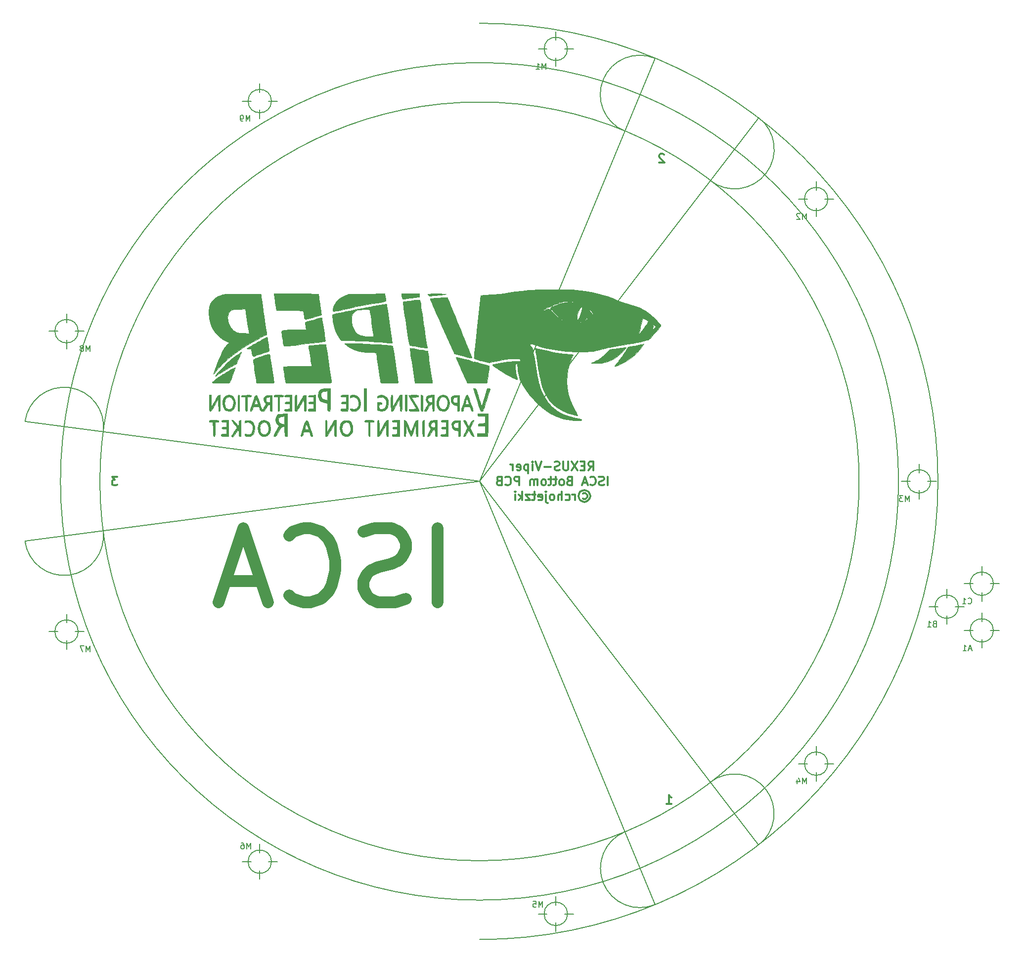
<source format=gbo>
G04 #@! TF.FileFunction,Legend,Bot*
%FSLAX46Y46*%
G04 Gerber Fmt 4.6, Leading zero omitted, Abs format (unit mm)*
G04 Created by KiCad (PCBNEW 4.0.7) date Mon Jan 29 22:09:26 2018*
%MOMM*%
%LPD*%
G01*
G04 APERTURE LIST*
%ADD10C,0.100000*%
%ADD11C,2.000000*%
%ADD12C,0.300000*%
%ADD13C,0.200000*%
%ADD14C,0.150000*%
%ADD15C,0.010000*%
G04 APERTURE END LIST*
D10*
D11*
X142840475Y-120745238D02*
X142840475Y-108045238D01*
X137397618Y-120140476D02*
X135583333Y-120745238D01*
X132559523Y-120745238D01*
X131349999Y-120140476D01*
X130745237Y-119535714D01*
X130140476Y-118326190D01*
X130140476Y-117116667D01*
X130745237Y-115907143D01*
X131349999Y-115302381D01*
X132559523Y-114697619D01*
X134978571Y-114092857D01*
X136188095Y-113488095D01*
X136792856Y-112883333D01*
X137397618Y-111673810D01*
X137397618Y-110464286D01*
X136792856Y-109254762D01*
X136188095Y-108650000D01*
X134978571Y-108045238D01*
X131954761Y-108045238D01*
X130140476Y-108650000D01*
X117440476Y-119535714D02*
X118045238Y-120140476D01*
X119859523Y-120745238D01*
X121069047Y-120745238D01*
X122883333Y-120140476D01*
X124092857Y-118930952D01*
X124697618Y-117721429D01*
X125302380Y-115302381D01*
X125302380Y-113488095D01*
X124697618Y-111069048D01*
X124092857Y-109859524D01*
X122883333Y-108650000D01*
X121069047Y-108045238D01*
X119859523Y-108045238D01*
X118045238Y-108650000D01*
X117440476Y-109254762D01*
X112602380Y-117116667D02*
X106554761Y-117116667D01*
X113811904Y-120745238D02*
X109578571Y-108045238D01*
X105345238Y-120745238D01*
D12*
X87999999Y-99178571D02*
X87071428Y-99178571D01*
X87571428Y-99750000D01*
X87357142Y-99750000D01*
X87214285Y-99821429D01*
X87142856Y-99892857D01*
X87071428Y-100035714D01*
X87071428Y-100392857D01*
X87142856Y-100535714D01*
X87214285Y-100607143D01*
X87357142Y-100678571D01*
X87785714Y-100678571D01*
X87928571Y-100607143D01*
X87999999Y-100535714D01*
X181598571Y-44001429D02*
X181527142Y-43930000D01*
X181384285Y-43858571D01*
X181027142Y-43858571D01*
X180884285Y-43930000D01*
X180812856Y-44001429D01*
X180741428Y-44144286D01*
X180741428Y-44287143D01*
X180812856Y-44501429D01*
X181669999Y-45358571D01*
X180741428Y-45358571D01*
X182021428Y-155248571D02*
X182878571Y-155248571D01*
X182449999Y-155248571D02*
X182449999Y-153748571D01*
X182592856Y-153962857D01*
X182735714Y-154105714D01*
X182878571Y-154177143D01*
D13*
X174850000Y-160080000D02*
G75*
G03X180050000Y-172520000I2600000J-6220000D01*
G01*
X189520000Y-151540000D02*
G75*
G02X197800000Y-162300000I4140000J-5380000D01*
G01*
X189540000Y-48480000D02*
G75*
G03X197800000Y-37680000I4130000J5400000D01*
G01*
X174810000Y-39940000D02*
G75*
G02X180030000Y-27500000I2610000J6220000D01*
G01*
X150000000Y-100000000D02*
X197788000Y-162278000D01*
X150000000Y-100000000D02*
X180041000Y-172525000D01*
X150000000Y-100000000D02*
X197788000Y-37720000D01*
X150000000Y-100000000D02*
X180041000Y-27475000D01*
X85580000Y-91510000D02*
G75*
G03X72180000Y-89750000I-6700000J880000D01*
G01*
X85550000Y-108490000D02*
G75*
G02X72170000Y-110250000I-6690000J-880000D01*
G01*
X150000000Y-100000000D02*
X72172000Y-110246000D01*
X150000000Y-100000000D02*
X72175700Y-89754000D01*
X150000000Y-178500000D02*
G75*
G03X150000000Y-21500000I0J78500000D01*
G01*
X215000000Y-100000000D02*
G75*
G03X215000000Y-100000000I-65000000J0D01*
G01*
X221750000Y-100000000D02*
G75*
G03X221750000Y-100000000I-71750000J0D01*
G01*
D12*
X168642856Y-98128571D02*
X169142856Y-97414286D01*
X169499999Y-98128571D02*
X169499999Y-96628571D01*
X168928571Y-96628571D01*
X168785713Y-96700000D01*
X168714285Y-96771429D01*
X168642856Y-96914286D01*
X168642856Y-97128571D01*
X168714285Y-97271429D01*
X168785713Y-97342857D01*
X168928571Y-97414286D01*
X169499999Y-97414286D01*
X167999999Y-97342857D02*
X167499999Y-97342857D01*
X167285713Y-98128571D02*
X167999999Y-98128571D01*
X167999999Y-96628571D01*
X167285713Y-96628571D01*
X166785713Y-96628571D02*
X165785713Y-98128571D01*
X165785713Y-96628571D02*
X166785713Y-98128571D01*
X165214285Y-96628571D02*
X165214285Y-97842857D01*
X165142857Y-97985714D01*
X165071428Y-98057143D01*
X164928571Y-98128571D01*
X164642857Y-98128571D01*
X164499999Y-98057143D01*
X164428571Y-97985714D01*
X164357142Y-97842857D01*
X164357142Y-96628571D01*
X163714285Y-98057143D02*
X163499999Y-98128571D01*
X163142856Y-98128571D01*
X162999999Y-98057143D01*
X162928570Y-97985714D01*
X162857142Y-97842857D01*
X162857142Y-97700000D01*
X162928570Y-97557143D01*
X162999999Y-97485714D01*
X163142856Y-97414286D01*
X163428570Y-97342857D01*
X163571428Y-97271429D01*
X163642856Y-97200000D01*
X163714285Y-97057143D01*
X163714285Y-96914286D01*
X163642856Y-96771429D01*
X163571428Y-96700000D01*
X163428570Y-96628571D01*
X163071428Y-96628571D01*
X162857142Y-96700000D01*
X162214285Y-97557143D02*
X161071428Y-97557143D01*
X160571428Y-96628571D02*
X160071428Y-98128571D01*
X159571428Y-96628571D01*
X159071428Y-98128571D02*
X159071428Y-97128571D01*
X159071428Y-96628571D02*
X159142857Y-96700000D01*
X159071428Y-96771429D01*
X159000000Y-96700000D01*
X159071428Y-96628571D01*
X159071428Y-96771429D01*
X158357142Y-97128571D02*
X158357142Y-98628571D01*
X158357142Y-97200000D02*
X158214285Y-97128571D01*
X157928571Y-97128571D01*
X157785714Y-97200000D01*
X157714285Y-97271429D01*
X157642856Y-97414286D01*
X157642856Y-97842857D01*
X157714285Y-97985714D01*
X157785714Y-98057143D01*
X157928571Y-98128571D01*
X158214285Y-98128571D01*
X158357142Y-98057143D01*
X156428571Y-98057143D02*
X156571428Y-98128571D01*
X156857142Y-98128571D01*
X156999999Y-98057143D01*
X157071428Y-97914286D01*
X157071428Y-97342857D01*
X156999999Y-97200000D01*
X156857142Y-97128571D01*
X156571428Y-97128571D01*
X156428571Y-97200000D01*
X156357142Y-97342857D01*
X156357142Y-97485714D01*
X157071428Y-97628571D01*
X155714285Y-98128571D02*
X155714285Y-97128571D01*
X155714285Y-97414286D02*
X155642857Y-97271429D01*
X155571428Y-97200000D01*
X155428571Y-97128571D01*
X155285714Y-97128571D01*
X171964285Y-100678571D02*
X171964285Y-99178571D01*
X171321428Y-100607143D02*
X171107142Y-100678571D01*
X170749999Y-100678571D01*
X170607142Y-100607143D01*
X170535713Y-100535714D01*
X170464285Y-100392857D01*
X170464285Y-100250000D01*
X170535713Y-100107143D01*
X170607142Y-100035714D01*
X170749999Y-99964286D01*
X171035713Y-99892857D01*
X171178571Y-99821429D01*
X171249999Y-99750000D01*
X171321428Y-99607143D01*
X171321428Y-99464286D01*
X171249999Y-99321429D01*
X171178571Y-99250000D01*
X171035713Y-99178571D01*
X170678571Y-99178571D01*
X170464285Y-99250000D01*
X168964285Y-100535714D02*
X169035714Y-100607143D01*
X169250000Y-100678571D01*
X169392857Y-100678571D01*
X169607142Y-100607143D01*
X169750000Y-100464286D01*
X169821428Y-100321429D01*
X169892857Y-100035714D01*
X169892857Y-99821429D01*
X169821428Y-99535714D01*
X169750000Y-99392857D01*
X169607142Y-99250000D01*
X169392857Y-99178571D01*
X169250000Y-99178571D01*
X169035714Y-99250000D01*
X168964285Y-99321429D01*
X168392857Y-100250000D02*
X167678571Y-100250000D01*
X168535714Y-100678571D02*
X168035714Y-99178571D01*
X167535714Y-100678571D01*
X165392857Y-99892857D02*
X165178571Y-99964286D01*
X165107143Y-100035714D01*
X165035714Y-100178571D01*
X165035714Y-100392857D01*
X165107143Y-100535714D01*
X165178571Y-100607143D01*
X165321429Y-100678571D01*
X165892857Y-100678571D01*
X165892857Y-99178571D01*
X165392857Y-99178571D01*
X165250000Y-99250000D01*
X165178571Y-99321429D01*
X165107143Y-99464286D01*
X165107143Y-99607143D01*
X165178571Y-99750000D01*
X165250000Y-99821429D01*
X165392857Y-99892857D01*
X165892857Y-99892857D01*
X164178571Y-100678571D02*
X164321429Y-100607143D01*
X164392857Y-100535714D01*
X164464286Y-100392857D01*
X164464286Y-99964286D01*
X164392857Y-99821429D01*
X164321429Y-99750000D01*
X164178571Y-99678571D01*
X163964286Y-99678571D01*
X163821429Y-99750000D01*
X163750000Y-99821429D01*
X163678571Y-99964286D01*
X163678571Y-100392857D01*
X163750000Y-100535714D01*
X163821429Y-100607143D01*
X163964286Y-100678571D01*
X164178571Y-100678571D01*
X163250000Y-99678571D02*
X162678571Y-99678571D01*
X163035714Y-99178571D02*
X163035714Y-100464286D01*
X162964286Y-100607143D01*
X162821428Y-100678571D01*
X162678571Y-100678571D01*
X162392857Y-99678571D02*
X161821428Y-99678571D01*
X162178571Y-99178571D02*
X162178571Y-100464286D01*
X162107143Y-100607143D01*
X161964285Y-100678571D01*
X161821428Y-100678571D01*
X161107142Y-100678571D02*
X161250000Y-100607143D01*
X161321428Y-100535714D01*
X161392857Y-100392857D01*
X161392857Y-99964286D01*
X161321428Y-99821429D01*
X161250000Y-99750000D01*
X161107142Y-99678571D01*
X160892857Y-99678571D01*
X160750000Y-99750000D01*
X160678571Y-99821429D01*
X160607142Y-99964286D01*
X160607142Y-100392857D01*
X160678571Y-100535714D01*
X160750000Y-100607143D01*
X160892857Y-100678571D01*
X161107142Y-100678571D01*
X159964285Y-100678571D02*
X159964285Y-99678571D01*
X159964285Y-99821429D02*
X159892857Y-99750000D01*
X159749999Y-99678571D01*
X159535714Y-99678571D01*
X159392857Y-99750000D01*
X159321428Y-99892857D01*
X159321428Y-100678571D01*
X159321428Y-99892857D02*
X159249999Y-99750000D01*
X159107142Y-99678571D01*
X158892857Y-99678571D01*
X158749999Y-99750000D01*
X158678571Y-99892857D01*
X158678571Y-100678571D01*
X156821428Y-100678571D02*
X156821428Y-99178571D01*
X156250000Y-99178571D01*
X156107142Y-99250000D01*
X156035714Y-99321429D01*
X155964285Y-99464286D01*
X155964285Y-99678571D01*
X156035714Y-99821429D01*
X156107142Y-99892857D01*
X156250000Y-99964286D01*
X156821428Y-99964286D01*
X154464285Y-100535714D02*
X154535714Y-100607143D01*
X154750000Y-100678571D01*
X154892857Y-100678571D01*
X155107142Y-100607143D01*
X155250000Y-100464286D01*
X155321428Y-100321429D01*
X155392857Y-100035714D01*
X155392857Y-99821429D01*
X155321428Y-99535714D01*
X155250000Y-99392857D01*
X155107142Y-99250000D01*
X154892857Y-99178571D01*
X154750000Y-99178571D01*
X154535714Y-99250000D01*
X154464285Y-99321429D01*
X153321428Y-99892857D02*
X153107142Y-99964286D01*
X153035714Y-100035714D01*
X152964285Y-100178571D01*
X152964285Y-100392857D01*
X153035714Y-100535714D01*
X153107142Y-100607143D01*
X153250000Y-100678571D01*
X153821428Y-100678571D01*
X153821428Y-99178571D01*
X153321428Y-99178571D01*
X153178571Y-99250000D01*
X153107142Y-99321429D01*
X153035714Y-99464286D01*
X153035714Y-99607143D01*
X153107142Y-99750000D01*
X153178571Y-99821429D01*
X153321428Y-99892857D01*
X153821428Y-99892857D01*
X167678571Y-102085714D02*
X167821429Y-102014286D01*
X168107143Y-102014286D01*
X168250000Y-102085714D01*
X168392857Y-102228571D01*
X168464286Y-102371429D01*
X168464286Y-102657143D01*
X168392857Y-102800000D01*
X168250000Y-102942857D01*
X168107143Y-103014286D01*
X167821429Y-103014286D01*
X167678571Y-102942857D01*
X167964286Y-101514286D02*
X168321429Y-101585714D01*
X168678571Y-101800000D01*
X168892857Y-102157143D01*
X168964286Y-102514286D01*
X168892857Y-102871429D01*
X168678571Y-103228571D01*
X168321429Y-103442857D01*
X167964286Y-103514286D01*
X167607143Y-103442857D01*
X167250000Y-103228571D01*
X167035714Y-102871429D01*
X166964286Y-102514286D01*
X167035714Y-102157143D01*
X167250000Y-101800000D01*
X167607143Y-101585714D01*
X167964286Y-101514286D01*
X166321428Y-103228571D02*
X166321428Y-102228571D01*
X166321428Y-102514286D02*
X166250000Y-102371429D01*
X166178571Y-102300000D01*
X166035714Y-102228571D01*
X165892857Y-102228571D01*
X164750000Y-103157143D02*
X164892857Y-103228571D01*
X165178571Y-103228571D01*
X165321429Y-103157143D01*
X165392857Y-103085714D01*
X165464286Y-102942857D01*
X165464286Y-102514286D01*
X165392857Y-102371429D01*
X165321429Y-102300000D01*
X165178571Y-102228571D01*
X164892857Y-102228571D01*
X164750000Y-102300000D01*
X164107143Y-103228571D02*
X164107143Y-101728571D01*
X163464286Y-103228571D02*
X163464286Y-102442857D01*
X163535715Y-102300000D01*
X163678572Y-102228571D01*
X163892857Y-102228571D01*
X164035715Y-102300000D01*
X164107143Y-102371429D01*
X162535714Y-103228571D02*
X162678572Y-103157143D01*
X162750000Y-103085714D01*
X162821429Y-102942857D01*
X162821429Y-102514286D01*
X162750000Y-102371429D01*
X162678572Y-102300000D01*
X162535714Y-102228571D01*
X162321429Y-102228571D01*
X162178572Y-102300000D01*
X162107143Y-102371429D01*
X162035714Y-102514286D01*
X162035714Y-102942857D01*
X162107143Y-103085714D01*
X162178572Y-103157143D01*
X162321429Y-103228571D01*
X162535714Y-103228571D01*
X161392857Y-102228571D02*
X161392857Y-103514286D01*
X161464286Y-103657143D01*
X161607143Y-103728571D01*
X161678571Y-103728571D01*
X161392857Y-101728571D02*
X161464286Y-101800000D01*
X161392857Y-101871429D01*
X161321429Y-101800000D01*
X161392857Y-101728571D01*
X161392857Y-101871429D01*
X160107143Y-103157143D02*
X160250000Y-103228571D01*
X160535714Y-103228571D01*
X160678571Y-103157143D01*
X160750000Y-103014286D01*
X160750000Y-102442857D01*
X160678571Y-102300000D01*
X160535714Y-102228571D01*
X160250000Y-102228571D01*
X160107143Y-102300000D01*
X160035714Y-102442857D01*
X160035714Y-102585714D01*
X160750000Y-102728571D01*
X159607143Y-102228571D02*
X159035714Y-102228571D01*
X159392857Y-101728571D02*
X159392857Y-103014286D01*
X159321429Y-103157143D01*
X159178571Y-103228571D01*
X159035714Y-103228571D01*
X158678571Y-102228571D02*
X157892857Y-102228571D01*
X158678571Y-103228571D01*
X157892857Y-103228571D01*
X157321428Y-103228571D02*
X157321428Y-101728571D01*
X157178571Y-102657143D02*
X156750000Y-103228571D01*
X156750000Y-102228571D02*
X157321428Y-102800000D01*
X156107142Y-103228571D02*
X156107142Y-102228571D01*
X156107142Y-101728571D02*
X156178571Y-101800000D01*
X156107142Y-101871429D01*
X156035714Y-101800000D01*
X156107142Y-101728571D01*
X156107142Y-101871429D01*
D14*
X161567000Y-25893200D02*
X160067000Y-25893200D01*
X163067000Y-27393200D02*
X163067000Y-28893200D01*
X164567000Y-25893200D02*
X166067000Y-25893200D01*
X163067000Y-22893200D02*
X163067000Y-24393200D01*
X165067000Y-25893200D02*
G75*
G03X165067000Y-25893200I-2000000J0D01*
G01*
X206145000Y-51630200D02*
X204645000Y-51630200D01*
X207645000Y-53130200D02*
X207645000Y-54630200D01*
X209145000Y-51630200D02*
X210645000Y-51630200D01*
X207645000Y-48630200D02*
X207645000Y-50130200D01*
X209645000Y-51630200D02*
G75*
G03X209645000Y-51630200I-2000000J0D01*
G01*
X223750000Y-100000000D02*
X222250000Y-100000000D01*
X225250000Y-101500000D02*
X225250000Y-103000000D01*
X226750000Y-100000000D02*
X228250000Y-100000000D01*
X225250000Y-97000000D02*
X225250000Y-98500000D01*
X227250000Y-100000000D02*
G75*
G03X227250000Y-100000000I-2000000J0D01*
G01*
X206145000Y-148370000D02*
X204645000Y-148370000D01*
X207645000Y-149870000D02*
X207645000Y-151370000D01*
X209145000Y-148370000D02*
X210645000Y-148370000D01*
X207645000Y-145370000D02*
X207645000Y-146870000D01*
X209645000Y-148370000D02*
G75*
G03X209645000Y-148370000I-2000000J0D01*
G01*
X161567000Y-174107000D02*
X160067000Y-174107000D01*
X163067000Y-175607000D02*
X163067000Y-177107000D01*
X164567000Y-174107000D02*
X166067000Y-174107000D01*
X163067000Y-171107000D02*
X163067000Y-172607000D01*
X165067000Y-174107000D02*
G75*
G03X165067000Y-174107000I-2000000J0D01*
G01*
X110875000Y-165168000D02*
X109375000Y-165168000D01*
X112375000Y-166668000D02*
X112375000Y-168168000D01*
X113875000Y-165168000D02*
X115375000Y-165168000D01*
X112375000Y-162168000D02*
X112375000Y-163668000D01*
X114375000Y-165168000D02*
G75*
G03X114375000Y-165168000I-2000000J0D01*
G01*
X77788100Y-125737000D02*
X76288100Y-125737000D01*
X79288100Y-127237000D02*
X79288100Y-128737000D01*
X80788100Y-125737000D02*
X82288100Y-125737000D01*
X79288100Y-122737000D02*
X79288100Y-124237000D01*
X81288100Y-125737000D02*
G75*
G03X81288100Y-125737000I-2000000J0D01*
G01*
X77788100Y-74263000D02*
X76288100Y-74263000D01*
X79288100Y-75763000D02*
X79288100Y-77263000D01*
X80788100Y-74263000D02*
X82288100Y-74263000D01*
X79288100Y-71263000D02*
X79288100Y-72763000D01*
X81288100Y-74263000D02*
G75*
G03X81288100Y-74263000I-2000000J0D01*
G01*
X110875000Y-34831600D02*
X109375000Y-34831600D01*
X112375000Y-36331600D02*
X112375000Y-37831600D01*
X113875000Y-34831600D02*
X115375000Y-34831600D01*
X112375000Y-31831600D02*
X112375000Y-33331600D01*
X114375000Y-34831600D02*
G75*
G03X114375000Y-34831600I-2000000J0D01*
G01*
X234500000Y-125540000D02*
X233000000Y-125540000D01*
X236000000Y-127040000D02*
X236000000Y-128540000D01*
X237500000Y-125540000D02*
X239000000Y-125540000D01*
X236000000Y-122540000D02*
X236000000Y-124040000D01*
X238000000Y-125540000D02*
G75*
G03X238000000Y-125540000I-2000000J0D01*
G01*
X228500000Y-121470000D02*
X227000000Y-121470000D01*
X230000000Y-122970000D02*
X230000000Y-124470000D01*
X231500000Y-121470000D02*
X233000000Y-121470000D01*
X230000000Y-118470000D02*
X230000000Y-119970000D01*
X232000000Y-121470000D02*
G75*
G03X232000000Y-121470000I-2000000J0D01*
G01*
X234500000Y-117540000D02*
X233000000Y-117540000D01*
X236000000Y-119040000D02*
X236000000Y-120540000D01*
X237500000Y-117540000D02*
X239000000Y-117540000D01*
X236000000Y-114540000D02*
X236000000Y-116040000D01*
X238000000Y-117540000D02*
G75*
G03X238000000Y-117540000I-2000000J0D01*
G01*
D15*
G36*
X149696571Y-88621000D02*
X149702235Y-88723499D01*
X149738383Y-88786054D01*
X149833753Y-88818527D01*
X150017079Y-88830778D01*
X150313428Y-88832667D01*
X150930285Y-88832667D01*
X150930285Y-90010877D01*
X150367857Y-90035605D01*
X150085173Y-90050585D01*
X149916233Y-90073936D01*
X149829712Y-90119442D01*
X149794284Y-90200883D01*
X149782465Y-90293167D01*
X149759502Y-90526000D01*
X150930285Y-90526000D01*
X150930285Y-91796000D01*
X149624000Y-91796000D01*
X149624000Y-92304000D01*
X150482762Y-92304000D01*
X150822247Y-92299485D01*
X151106951Y-92287202D01*
X151306473Y-92269042D01*
X151389904Y-92247555D01*
X151403903Y-92150031D01*
X151416313Y-91908126D01*
X151426514Y-91546789D01*
X151433886Y-91090969D01*
X151437809Y-90565614D01*
X151438285Y-90300222D01*
X151438285Y-88409333D01*
X149696571Y-88409333D01*
X149696571Y-88621000D01*
X149696571Y-88621000D01*
G37*
X149696571Y-88621000D02*
X149702235Y-88723499D01*
X149738383Y-88786054D01*
X149833753Y-88818527D01*
X150017079Y-88830778D01*
X150313428Y-88832667D01*
X150930285Y-88832667D01*
X150930285Y-90010877D01*
X150367857Y-90035605D01*
X150085173Y-90050585D01*
X149916233Y-90073936D01*
X149829712Y-90119442D01*
X149794284Y-90200883D01*
X149782465Y-90293167D01*
X149759502Y-90526000D01*
X150930285Y-90526000D01*
X150930285Y-91796000D01*
X149624000Y-91796000D01*
X149624000Y-92304000D01*
X150482762Y-92304000D01*
X150822247Y-92299485D01*
X151106951Y-92287202D01*
X151306473Y-92269042D01*
X151389904Y-92247555D01*
X151403903Y-92150031D01*
X151416313Y-91908126D01*
X151426514Y-91546789D01*
X151433886Y-91090969D01*
X151437809Y-90565614D01*
X151438285Y-90300222D01*
X151438285Y-88409333D01*
X149696571Y-88409333D01*
X149696571Y-88621000D01*
G36*
X147271199Y-89532510D02*
X147230695Y-89573500D01*
X147268412Y-89669471D01*
X147367358Y-89868855D01*
X147508551Y-90133938D01*
X147557267Y-90222360D01*
X147707516Y-90500966D01*
X147820962Y-90726572D01*
X147878671Y-90860988D01*
X147882285Y-90877943D01*
X147846241Y-90977490D01*
X147750163Y-91181960D01*
X147612136Y-91453562D01*
X147555714Y-91560393D01*
X147407102Y-91846239D01*
X147293881Y-92077801D01*
X147234103Y-92217605D01*
X147229143Y-92238310D01*
X147290859Y-92289282D01*
X147395492Y-92304000D01*
X147505573Y-92266490D01*
X147623059Y-92136433D01*
X147769081Y-91887539D01*
X147837784Y-91753667D01*
X147972327Y-91490543D01*
X148076815Y-91295930D01*
X148131863Y-91205715D01*
X148135042Y-91203333D01*
X148180749Y-91269572D01*
X148282553Y-91445016D01*
X148420342Y-91694759D01*
X148452123Y-91753667D01*
X148662409Y-92097570D01*
X148839301Y-92281526D01*
X148987168Y-92309092D01*
X149064066Y-92251700D01*
X149046302Y-92163285D01*
X148960854Y-91971031D01*
X148823803Y-91709380D01*
X148749590Y-91578191D01*
X148588581Y-91290469D01*
X148464879Y-91051618D01*
X148397354Y-90898864D01*
X148390285Y-90869356D01*
X148427240Y-90761728D01*
X148525568Y-90552219D01*
X148666464Y-90280103D01*
X148716857Y-90187333D01*
X148866568Y-89909567D01*
X148980154Y-89688785D01*
X149039112Y-89561330D01*
X149043428Y-89545843D01*
X148981395Y-89520086D01*
X148845301Y-89525543D01*
X148718388Y-89573924D01*
X148596862Y-89702589D01*
X148454583Y-89942932D01*
X148386299Y-90076781D01*
X148125425Y-90601228D01*
X147851849Y-90055614D01*
X147692972Y-89759490D01*
X147570603Y-89589621D01*
X147461634Y-89517873D01*
X147403708Y-89510000D01*
X147271199Y-89532510D01*
X147271199Y-89532510D01*
G37*
X147271199Y-89532510D02*
X147230695Y-89573500D01*
X147268412Y-89669471D01*
X147367358Y-89868855D01*
X147508551Y-90133938D01*
X147557267Y-90222360D01*
X147707516Y-90500966D01*
X147820962Y-90726572D01*
X147878671Y-90860988D01*
X147882285Y-90877943D01*
X147846241Y-90977490D01*
X147750163Y-91181960D01*
X147612136Y-91453562D01*
X147555714Y-91560393D01*
X147407102Y-91846239D01*
X147293881Y-92077801D01*
X147234103Y-92217605D01*
X147229143Y-92238310D01*
X147290859Y-92289282D01*
X147395492Y-92304000D01*
X147505573Y-92266490D01*
X147623059Y-92136433D01*
X147769081Y-91887539D01*
X147837784Y-91753667D01*
X147972327Y-91490543D01*
X148076815Y-91295930D01*
X148131863Y-91205715D01*
X148135042Y-91203333D01*
X148180749Y-91269572D01*
X148282553Y-91445016D01*
X148420342Y-91694759D01*
X148452123Y-91753667D01*
X148662409Y-92097570D01*
X148839301Y-92281526D01*
X148987168Y-92309092D01*
X149064066Y-92251700D01*
X149046302Y-92163285D01*
X148960854Y-91971031D01*
X148823803Y-91709380D01*
X148749590Y-91578191D01*
X148588581Y-91290469D01*
X148464879Y-91051618D01*
X148397354Y-90898864D01*
X148390285Y-90869356D01*
X148427240Y-90761728D01*
X148525568Y-90552219D01*
X148666464Y-90280103D01*
X148716857Y-90187333D01*
X148866568Y-89909567D01*
X148980154Y-89688785D01*
X149039112Y-89561330D01*
X149043428Y-89545843D01*
X148981395Y-89520086D01*
X148845301Y-89525543D01*
X148718388Y-89573924D01*
X148596862Y-89702589D01*
X148454583Y-89942932D01*
X148386299Y-90076781D01*
X148125425Y-90601228D01*
X147851849Y-90055614D01*
X147692972Y-89759490D01*
X147570603Y-89589621D01*
X147461634Y-89517873D01*
X147403708Y-89510000D01*
X147271199Y-89532510D01*
G36*
X145890512Y-89535985D02*
X145572271Y-89645370D01*
X145360484Y-89856196D01*
X145293279Y-89998127D01*
X145224322Y-90267365D01*
X145240230Y-90519433D01*
X145263130Y-90618418D01*
X145401782Y-90927941D01*
X145639884Y-91135193D01*
X145991536Y-91251929D01*
X146031165Y-91258707D01*
X146358285Y-91311016D01*
X146358285Y-91807508D01*
X146363708Y-92087052D01*
X146387742Y-92236691D01*
X146442038Y-92295659D01*
X146505706Y-92304000D01*
X146642481Y-92256630D01*
X146689160Y-92194447D01*
X146700535Y-92074658D01*
X146707693Y-91818365D01*
X146710254Y-91458338D01*
X146707841Y-91027347D01*
X146705647Y-90864667D01*
X146358285Y-90864667D01*
X146091857Y-90864667D01*
X145875703Y-90827268D01*
X145704534Y-90736074D01*
X145692714Y-90724544D01*
X145566083Y-90503515D01*
X145565789Y-90273515D01*
X145677662Y-90068040D01*
X145887534Y-89920585D01*
X146052403Y-89874236D01*
X146358285Y-89826371D01*
X146358285Y-90864667D01*
X146705647Y-90864667D01*
X146705025Y-90818614D01*
X146684857Y-89552333D01*
X146322000Y-89524918D01*
X145890512Y-89535985D01*
X145890512Y-89535985D01*
G37*
X145890512Y-89535985D02*
X145572271Y-89645370D01*
X145360484Y-89856196D01*
X145293279Y-89998127D01*
X145224322Y-90267365D01*
X145240230Y-90519433D01*
X145263130Y-90618418D01*
X145401782Y-90927941D01*
X145639884Y-91135193D01*
X145991536Y-91251929D01*
X146031165Y-91258707D01*
X146358285Y-91311016D01*
X146358285Y-91807508D01*
X146363708Y-92087052D01*
X146387742Y-92236691D01*
X146442038Y-92295659D01*
X146505706Y-92304000D01*
X146642481Y-92256630D01*
X146689160Y-92194447D01*
X146700535Y-92074658D01*
X146707693Y-91818365D01*
X146710254Y-91458338D01*
X146707841Y-91027347D01*
X146705647Y-90864667D01*
X146358285Y-90864667D01*
X146091857Y-90864667D01*
X145875703Y-90827268D01*
X145704534Y-90736074D01*
X145692714Y-90724544D01*
X145566083Y-90503515D01*
X145565789Y-90273515D01*
X145677662Y-90068040D01*
X145887534Y-89920585D01*
X146052403Y-89874236D01*
X146358285Y-89826371D01*
X146358285Y-90864667D01*
X146705647Y-90864667D01*
X146705025Y-90818614D01*
X146684857Y-89552333D01*
X146322000Y-89524918D01*
X145890512Y-89535985D01*
G36*
X143699780Y-89513151D02*
X143516573Y-89527798D01*
X143421715Y-89561732D01*
X143386823Y-89622744D01*
X143382857Y-89679333D01*
X143398745Y-89773909D01*
X143468537Y-89825013D01*
X143625426Y-89845553D01*
X143818285Y-89848667D01*
X144253714Y-89848667D01*
X144253714Y-90695333D01*
X143854571Y-90695333D01*
X143623907Y-90702683D01*
X143503744Y-90734461D01*
X143459685Y-90805260D01*
X143455428Y-90864667D01*
X143472753Y-90962524D01*
X143547658Y-91013502D01*
X143714541Y-91032194D01*
X143854571Y-91034000D01*
X144253714Y-91034000D01*
X144253714Y-91872586D01*
X143800143Y-91897793D01*
X143549975Y-91918105D01*
X143412633Y-91953007D01*
X143355802Y-92016360D01*
X143346571Y-92092333D01*
X143358883Y-92174300D01*
X143414406Y-92226664D01*
X143541025Y-92257935D01*
X143766623Y-92276622D01*
X143981571Y-92286129D01*
X144616571Y-92310592D01*
X144616571Y-89510000D01*
X143999714Y-89510000D01*
X143699780Y-89513151D01*
X143699780Y-89513151D01*
G37*
X143699780Y-89513151D02*
X143516573Y-89527798D01*
X143421715Y-89561732D01*
X143386823Y-89622744D01*
X143382857Y-89679333D01*
X143398745Y-89773909D01*
X143468537Y-89825013D01*
X143625426Y-89845553D01*
X143818285Y-89848667D01*
X144253714Y-89848667D01*
X144253714Y-90695333D01*
X143854571Y-90695333D01*
X143623907Y-90702683D01*
X143503744Y-90734461D01*
X143459685Y-90805260D01*
X143455428Y-90864667D01*
X143472753Y-90962524D01*
X143547658Y-91013502D01*
X143714541Y-91032194D01*
X143854571Y-91034000D01*
X144253714Y-91034000D01*
X144253714Y-91872586D01*
X143800143Y-91897793D01*
X143549975Y-91918105D01*
X143412633Y-91953007D01*
X143355802Y-92016360D01*
X143346571Y-92092333D01*
X143358883Y-92174300D01*
X143414406Y-92226664D01*
X143541025Y-92257935D01*
X143766623Y-92276622D01*
X143981571Y-92286129D01*
X144616571Y-92310592D01*
X144616571Y-89510000D01*
X143999714Y-89510000D01*
X143699780Y-89513151D01*
G36*
X142177591Y-89524019D02*
X141887270Y-89547138D01*
X141700601Y-89584765D01*
X141576094Y-89652219D01*
X141472259Y-89764821D01*
X141451877Y-89791995D01*
X141302688Y-90100378D01*
X141295885Y-90413816D01*
X141430907Y-90712236D01*
X141479277Y-90773516D01*
X141680269Y-91008006D01*
X141375498Y-91550170D01*
X141193834Y-91887535D01*
X141096370Y-92111159D01*
X141078298Y-92241061D01*
X141134812Y-92297255D01*
X141194466Y-92304000D01*
X141364385Y-92229647D01*
X141537872Y-92001138D01*
X141672536Y-91727997D01*
X141853652Y-91395310D01*
X142047847Y-91184678D01*
X142218398Y-91118667D01*
X142295095Y-91138307D01*
X142341163Y-91221434D01*
X142366976Y-91404356D01*
X142381684Y-91690167D01*
X142397631Y-91995961D01*
X142424672Y-92171456D01*
X142474852Y-92255679D01*
X142560217Y-92287660D01*
X142566428Y-92288722D01*
X142729714Y-92315777D01*
X142729714Y-90314333D01*
X142366857Y-90314333D01*
X142362771Y-90580654D01*
X142338501Y-90719287D01*
X142276028Y-90771858D01*
X142165290Y-90780000D01*
X141949569Y-90731313D01*
X141802433Y-90648199D01*
X141668022Y-90461363D01*
X141652801Y-90251387D01*
X141740153Y-90054882D01*
X141913462Y-89908461D01*
X142156113Y-89848737D01*
X142165290Y-89848667D01*
X142280569Y-89858106D01*
X142340577Y-89914176D01*
X142363332Y-90058502D01*
X142366857Y-90314333D01*
X142729714Y-90314333D01*
X142729714Y-89491492D01*
X142177591Y-89524019D01*
X142177591Y-89524019D01*
G37*
X142177591Y-89524019D02*
X141887270Y-89547138D01*
X141700601Y-89584765D01*
X141576094Y-89652219D01*
X141472259Y-89764821D01*
X141451877Y-89791995D01*
X141302688Y-90100378D01*
X141295885Y-90413816D01*
X141430907Y-90712236D01*
X141479277Y-90773516D01*
X141680269Y-91008006D01*
X141375498Y-91550170D01*
X141193834Y-91887535D01*
X141096370Y-92111159D01*
X141078298Y-92241061D01*
X141134812Y-92297255D01*
X141194466Y-92304000D01*
X141364385Y-92229647D01*
X141537872Y-92001138D01*
X141672536Y-91727997D01*
X141853652Y-91395310D01*
X142047847Y-91184678D01*
X142218398Y-91118667D01*
X142295095Y-91138307D01*
X142341163Y-91221434D01*
X142366976Y-91404356D01*
X142381684Y-91690167D01*
X142397631Y-91995961D01*
X142424672Y-92171456D01*
X142474852Y-92255679D01*
X142560217Y-92287660D01*
X142566428Y-92288722D01*
X142729714Y-92315777D01*
X142729714Y-90314333D01*
X142366857Y-90314333D01*
X142362771Y-90580654D01*
X142338501Y-90719287D01*
X142276028Y-90771858D01*
X142165290Y-90780000D01*
X141949569Y-90731313D01*
X141802433Y-90648199D01*
X141668022Y-90461363D01*
X141652801Y-90251387D01*
X141740153Y-90054882D01*
X141913462Y-89908461D01*
X142156113Y-89848737D01*
X142165290Y-89848667D01*
X142280569Y-89858106D01*
X142340577Y-89914176D01*
X142363332Y-90058502D01*
X142366857Y-90314333D01*
X142729714Y-90314333D01*
X142729714Y-89491492D01*
X142177591Y-89524019D01*
G36*
X140389285Y-89525278D02*
X140328263Y-89540381D01*
X140284723Y-89578874D01*
X140255716Y-89665702D01*
X140238290Y-89825810D01*
X140229495Y-90084139D01*
X140226382Y-90465636D01*
X140226000Y-90905840D01*
X140227788Y-91421443D01*
X140234434Y-91791352D01*
X140247864Y-92039173D01*
X140270001Y-92188512D01*
X140302769Y-92262974D01*
X140338396Y-92284601D01*
X140467404Y-92274167D01*
X140501681Y-92250482D01*
X140518993Y-92149593D01*
X140533777Y-91909496D01*
X140544946Y-91560309D01*
X140551407Y-91132148D01*
X140552571Y-90844667D01*
X140552571Y-89498223D01*
X140389285Y-89525278D01*
X140389285Y-89525278D01*
G37*
X140389285Y-89525278D02*
X140328263Y-89540381D01*
X140284723Y-89578874D01*
X140255716Y-89665702D01*
X140238290Y-89825810D01*
X140229495Y-90084139D01*
X140226382Y-90465636D01*
X140226000Y-90905840D01*
X140227788Y-91421443D01*
X140234434Y-91791352D01*
X140247864Y-92039173D01*
X140270001Y-92188512D01*
X140302769Y-92262974D01*
X140338396Y-92284601D01*
X140467404Y-92274167D01*
X140501681Y-92250482D01*
X140518993Y-92149593D01*
X140533777Y-91909496D01*
X140544946Y-91560309D01*
X140551407Y-91132148D01*
X140552571Y-90844667D01*
X140552571Y-89498223D01*
X140389285Y-89525278D01*
G36*
X137069143Y-90901376D02*
X137069980Y-91418253D01*
X137074119Y-91789731D01*
X137083997Y-92039742D01*
X137102052Y-92192219D01*
X137130724Y-92271092D01*
X137172449Y-92300295D01*
X137212052Y-92304000D01*
X137272398Y-92292700D01*
X137313870Y-92240253D01*
X137340893Y-92118840D01*
X137357888Y-91900642D01*
X137369278Y-91557840D01*
X137375337Y-91276940D01*
X137395714Y-90249880D01*
X137786240Y-91280291D01*
X137936470Y-91659302D01*
X138072342Y-91970153D01*
X138180955Y-92185528D01*
X138249413Y-92278112D01*
X138257954Y-92279232D01*
X138316952Y-92193651D01*
X138418570Y-91983253D01*
X138548831Y-91679151D01*
X138693758Y-91312460D01*
X138702000Y-91290770D01*
X139064857Y-90333778D01*
X139101143Y-91296793D01*
X139120899Y-91727400D01*
X139144328Y-92015174D01*
X139175418Y-92186615D01*
X139218157Y-92268223D01*
X139249824Y-92284831D01*
X139378863Y-92274178D01*
X139413110Y-92250482D01*
X139430424Y-92149590D01*
X139445211Y-91909496D01*
X139456380Y-91560325D01*
X139462838Y-91132201D01*
X139464000Y-90845191D01*
X139464000Y-89499271D01*
X139241228Y-89525802D01*
X139145997Y-89546039D01*
X139066965Y-89598174D01*
X138989148Y-89708045D01*
X138897563Y-89901492D01*
X138777228Y-90204352D01*
X138647829Y-90549135D01*
X138505587Y-90916192D01*
X138379830Y-91212012D01*
X138282822Y-91409765D01*
X138226828Y-91482618D01*
X138222110Y-91480468D01*
X138172335Y-91381449D01*
X138077571Y-91160288D01*
X137951434Y-90849759D01*
X137807940Y-90483667D01*
X137650163Y-90083414D01*
X137532560Y-89813743D01*
X137440193Y-89648585D01*
X137358127Y-89561869D01*
X137271424Y-89527525D01*
X137259002Y-89525543D01*
X137069143Y-89498752D01*
X137069143Y-90901376D01*
X137069143Y-90901376D01*
G37*
X137069143Y-90901376D02*
X137069980Y-91418253D01*
X137074119Y-91789731D01*
X137083997Y-92039742D01*
X137102052Y-92192219D01*
X137130724Y-92271092D01*
X137172449Y-92300295D01*
X137212052Y-92304000D01*
X137272398Y-92292700D01*
X137313870Y-92240253D01*
X137340893Y-92118840D01*
X137357888Y-91900642D01*
X137369278Y-91557840D01*
X137375337Y-91276940D01*
X137395714Y-90249880D01*
X137786240Y-91280291D01*
X137936470Y-91659302D01*
X138072342Y-91970153D01*
X138180955Y-92185528D01*
X138249413Y-92278112D01*
X138257954Y-92279232D01*
X138316952Y-92193651D01*
X138418570Y-91983253D01*
X138548831Y-91679151D01*
X138693758Y-91312460D01*
X138702000Y-91290770D01*
X139064857Y-90333778D01*
X139101143Y-91296793D01*
X139120899Y-91727400D01*
X139144328Y-92015174D01*
X139175418Y-92186615D01*
X139218157Y-92268223D01*
X139249824Y-92284831D01*
X139378863Y-92274178D01*
X139413110Y-92250482D01*
X139430424Y-92149590D01*
X139445211Y-91909496D01*
X139456380Y-91560325D01*
X139462838Y-91132201D01*
X139464000Y-90845191D01*
X139464000Y-89499271D01*
X139241228Y-89525802D01*
X139145997Y-89546039D01*
X139066965Y-89598174D01*
X138989148Y-89708045D01*
X138897563Y-89901492D01*
X138777228Y-90204352D01*
X138647829Y-90549135D01*
X138505587Y-90916192D01*
X138379830Y-91212012D01*
X138282822Y-91409765D01*
X138226828Y-91482618D01*
X138222110Y-91480468D01*
X138172335Y-91381449D01*
X138077571Y-91160288D01*
X137951434Y-90849759D01*
X137807940Y-90483667D01*
X137650163Y-90083414D01*
X137532560Y-89813743D01*
X137440193Y-89648585D01*
X137358127Y-89561869D01*
X137271424Y-89527525D01*
X137259002Y-89525543D01*
X137069143Y-89498752D01*
X137069143Y-90901376D01*
G36*
X135354066Y-89513151D02*
X135170859Y-89527798D01*
X135076000Y-89561732D01*
X135041109Y-89622744D01*
X135037143Y-89679333D01*
X135053030Y-89773909D01*
X135122822Y-89825013D01*
X135279712Y-89845553D01*
X135472571Y-89848667D01*
X135908000Y-89848667D01*
X135908000Y-90695333D01*
X135508857Y-90695333D01*
X135278193Y-90702683D01*
X135158030Y-90734461D01*
X135113971Y-90805260D01*
X135109714Y-90864667D01*
X135127039Y-90962524D01*
X135201944Y-91013502D01*
X135368826Y-91032194D01*
X135508857Y-91034000D01*
X135908000Y-91034000D01*
X135908000Y-91872586D01*
X135454428Y-91897793D01*
X135204261Y-91918105D01*
X135066919Y-91953007D01*
X135010088Y-92016360D01*
X135000857Y-92092333D01*
X135013168Y-92174300D01*
X135068692Y-92226664D01*
X135195311Y-92257935D01*
X135420909Y-92276622D01*
X135635857Y-92286129D01*
X136270857Y-92310592D01*
X136270857Y-89510000D01*
X135654000Y-89510000D01*
X135354066Y-89513151D01*
X135354066Y-89513151D01*
G37*
X135354066Y-89513151D02*
X135170859Y-89527798D01*
X135076000Y-89561732D01*
X135041109Y-89622744D01*
X135037143Y-89679333D01*
X135053030Y-89773909D01*
X135122822Y-89825013D01*
X135279712Y-89845553D01*
X135472571Y-89848667D01*
X135908000Y-89848667D01*
X135908000Y-90695333D01*
X135508857Y-90695333D01*
X135278193Y-90702683D01*
X135158030Y-90734461D01*
X135113971Y-90805260D01*
X135109714Y-90864667D01*
X135127039Y-90962524D01*
X135201944Y-91013502D01*
X135368826Y-91032194D01*
X135508857Y-91034000D01*
X135908000Y-91034000D01*
X135908000Y-91872586D01*
X135454428Y-91897793D01*
X135204261Y-91918105D01*
X135066919Y-91953007D01*
X135010088Y-92016360D01*
X135000857Y-92092333D01*
X135013168Y-92174300D01*
X135068692Y-92226664D01*
X135195311Y-92257935D01*
X135420909Y-92276622D01*
X135635857Y-92286129D01*
X136270857Y-92310592D01*
X136270857Y-89510000D01*
X135654000Y-89510000D01*
X135354066Y-89513151D01*
G36*
X132587340Y-89518230D02*
X132549438Y-89558908D01*
X132523958Y-89656013D01*
X132508445Y-89833525D01*
X132500446Y-90115425D01*
X132497505Y-90525691D01*
X132497142Y-90907000D01*
X132497142Y-92304000D01*
X132671451Y-92304000D01*
X132754563Y-92280704D01*
X132849529Y-92197335D01*
X132970856Y-92033671D01*
X133133052Y-91769491D01*
X133350627Y-91384574D01*
X133415308Y-91267229D01*
X133984857Y-90230458D01*
X134021143Y-91246062D01*
X134037815Y-91674790D01*
X134055187Y-91963202D01*
X134078794Y-92140221D01*
X134114172Y-92234769D01*
X134166856Y-92275770D01*
X134220714Y-92288722D01*
X134384000Y-92315777D01*
X134384000Y-89510000D01*
X134184428Y-89510213D01*
X134098942Y-89524605D01*
X134013445Y-89581696D01*
X133912603Y-89702643D01*
X133781082Y-89908606D01*
X133603548Y-90220745D01*
X133404285Y-90586696D01*
X132823714Y-91662966D01*
X132803403Y-90586483D01*
X132793584Y-90142459D01*
X132781156Y-89840561D01*
X132761993Y-89653594D01*
X132731971Y-89554359D01*
X132686964Y-89515660D01*
X132640117Y-89510000D01*
X132587340Y-89518230D01*
X132587340Y-89518230D01*
G37*
X132587340Y-89518230D02*
X132549438Y-89558908D01*
X132523958Y-89656013D01*
X132508445Y-89833525D01*
X132500446Y-90115425D01*
X132497505Y-90525691D01*
X132497142Y-90907000D01*
X132497142Y-92304000D01*
X132671451Y-92304000D01*
X132754563Y-92280704D01*
X132849529Y-92197335D01*
X132970856Y-92033671D01*
X133133052Y-91769491D01*
X133350627Y-91384574D01*
X133415308Y-91267229D01*
X133984857Y-90230458D01*
X134021143Y-91246062D01*
X134037815Y-91674790D01*
X134055187Y-91963202D01*
X134078794Y-92140221D01*
X134114172Y-92234769D01*
X134166856Y-92275770D01*
X134220714Y-92288722D01*
X134384000Y-92315777D01*
X134384000Y-89510000D01*
X134184428Y-89510213D01*
X134098942Y-89524605D01*
X134013445Y-89581696D01*
X133912603Y-89702643D01*
X133781082Y-89908606D01*
X133603548Y-90220745D01*
X133404285Y-90586696D01*
X132823714Y-91662966D01*
X132803403Y-90586483D01*
X132793584Y-90142459D01*
X132781156Y-89840561D01*
X132761993Y-89653594D01*
X132731971Y-89554359D01*
X132686964Y-89515660D01*
X132640117Y-89510000D01*
X132587340Y-89518230D01*
G36*
X130768924Y-89511948D02*
X130539604Y-89521342D01*
X130405234Y-89543504D01*
X130340724Y-89583756D01*
X130320982Y-89647419D01*
X130320000Y-89679333D01*
X130341367Y-89785153D01*
X130430093Y-89835192D01*
X130623111Y-89848602D01*
X130646571Y-89848667D01*
X130973142Y-89848667D01*
X130973142Y-91076333D01*
X130974153Y-91554989D01*
X130979202Y-91889894D01*
X130991312Y-92106625D01*
X131013507Y-92230760D01*
X131048812Y-92287877D01*
X131100251Y-92303553D01*
X131118285Y-92304000D01*
X131174875Y-92295450D01*
X131214470Y-92252749D01*
X131240093Y-92150319D01*
X131254769Y-91962582D01*
X131261522Y-91663960D01*
X131263375Y-91228876D01*
X131263428Y-91076333D01*
X131263428Y-89848667D01*
X131590000Y-89848667D01*
X131794081Y-89837587D01*
X131890585Y-89791581D01*
X131916446Y-89691498D01*
X131916571Y-89679333D01*
X131907385Y-89605226D01*
X131863099Y-89556583D01*
X131758623Y-89528080D01*
X131568865Y-89514396D01*
X131268737Y-89510208D01*
X131118285Y-89510000D01*
X130768924Y-89511948D01*
X130768924Y-89511948D01*
G37*
X130768924Y-89511948D02*
X130539604Y-89521342D01*
X130405234Y-89543504D01*
X130340724Y-89583756D01*
X130320982Y-89647419D01*
X130320000Y-89679333D01*
X130341367Y-89785153D01*
X130430093Y-89835192D01*
X130623111Y-89848602D01*
X130646571Y-89848667D01*
X130973142Y-89848667D01*
X130973142Y-91076333D01*
X130974153Y-91554989D01*
X130979202Y-91889894D01*
X130991312Y-92106625D01*
X131013507Y-92230760D01*
X131048812Y-92287877D01*
X131100251Y-92303553D01*
X131118285Y-92304000D01*
X131174875Y-92295450D01*
X131214470Y-92252749D01*
X131240093Y-92150319D01*
X131254769Y-91962582D01*
X131261522Y-91663960D01*
X131263375Y-91228876D01*
X131263428Y-91076333D01*
X131263428Y-89848667D01*
X131590000Y-89848667D01*
X131794081Y-89837587D01*
X131890585Y-89791581D01*
X131916446Y-89691498D01*
X131916571Y-89679333D01*
X131907385Y-89605226D01*
X131863099Y-89556583D01*
X131758623Y-89528080D01*
X131568865Y-89514396D01*
X131268737Y-89510208D01*
X131118285Y-89510000D01*
X130768924Y-89511948D01*
G36*
X126826110Y-89561673D02*
X126498362Y-89718022D01*
X126267859Y-89999934D01*
X126134193Y-90407883D01*
X126096342Y-90875682D01*
X126145827Y-91372036D01*
X126300905Y-91764728D01*
X126571513Y-92077453D01*
X126615370Y-92113212D01*
X126940034Y-92273583D01*
X127303226Y-92301918D01*
X127652667Y-92198281D01*
X127787410Y-92111812D01*
X128053097Y-91810048D01*
X128221440Y-91419877D01*
X128290632Y-90980369D01*
X128288645Y-90952234D01*
X127925142Y-90952234D01*
X127912132Y-91236014D01*
X127854846Y-91432091D01*
X127725904Y-91620943D01*
X127678400Y-91677467D01*
X127420668Y-91901006D01*
X127159348Y-91959843D01*
X126873185Y-91856887D01*
X126785831Y-91799545D01*
X126571024Y-91562817D01*
X126451603Y-91253355D01*
X126420409Y-90906949D01*
X126470282Y-90559391D01*
X126594063Y-90246470D01*
X126784591Y-90003980D01*
X127034709Y-89867710D01*
X127175703Y-89850549D01*
X127495175Y-89921684D01*
X127728553Y-90127243D01*
X127872831Y-90462808D01*
X127925005Y-90923961D01*
X127925142Y-90952234D01*
X128288645Y-90952234D01*
X128258865Y-90530595D01*
X128124331Y-90109626D01*
X127895865Y-89767838D01*
X127741908Y-89639510D01*
X127547818Y-89566912D01*
X127262257Y-89531126D01*
X127251512Y-89530408D01*
X126826110Y-89561673D01*
X126826110Y-89561673D01*
G37*
X126826110Y-89561673D02*
X126498362Y-89718022D01*
X126267859Y-89999934D01*
X126134193Y-90407883D01*
X126096342Y-90875682D01*
X126145827Y-91372036D01*
X126300905Y-91764728D01*
X126571513Y-92077453D01*
X126615370Y-92113212D01*
X126940034Y-92273583D01*
X127303226Y-92301918D01*
X127652667Y-92198281D01*
X127787410Y-92111812D01*
X128053097Y-91810048D01*
X128221440Y-91419877D01*
X128290632Y-90980369D01*
X128288645Y-90952234D01*
X127925142Y-90952234D01*
X127912132Y-91236014D01*
X127854846Y-91432091D01*
X127725904Y-91620943D01*
X127678400Y-91677467D01*
X127420668Y-91901006D01*
X127159348Y-91959843D01*
X126873185Y-91856887D01*
X126785831Y-91799545D01*
X126571024Y-91562817D01*
X126451603Y-91253355D01*
X126420409Y-90906949D01*
X126470282Y-90559391D01*
X126594063Y-90246470D01*
X126784591Y-90003980D01*
X127034709Y-89867710D01*
X127175703Y-89850549D01*
X127495175Y-89921684D01*
X127728553Y-90127243D01*
X127872831Y-90462808D01*
X127925005Y-90923961D01*
X127925142Y-90952234D01*
X128288645Y-90952234D01*
X128258865Y-90530595D01*
X128124331Y-90109626D01*
X127895865Y-89767838D01*
X127741908Y-89639510D01*
X127547818Y-89566912D01*
X127262257Y-89531126D01*
X127251512Y-89530408D01*
X126826110Y-89561673D01*
G36*
X125171491Y-89524267D02*
X125085595Y-89581193D01*
X124984302Y-89701963D01*
X124852135Y-89907761D01*
X124673618Y-90219773D01*
X124477321Y-90577977D01*
X123897428Y-91645954D01*
X123877117Y-90577977D01*
X123867249Y-90135990D01*
X123854721Y-89836026D01*
X123835359Y-89650783D01*
X123804988Y-89552959D01*
X123759435Y-89515252D01*
X123713831Y-89510000D01*
X123661054Y-89518230D01*
X123623152Y-89558908D01*
X123597672Y-89656013D01*
X123582160Y-89833525D01*
X123574160Y-90115425D01*
X123571219Y-90525691D01*
X123570857Y-90907000D01*
X123570857Y-92304000D01*
X123740951Y-92304000D01*
X123822727Y-92278981D01*
X123919149Y-92190908D01*
X124044084Y-92020259D01*
X124211396Y-91747509D01*
X124434953Y-91353135D01*
X124500640Y-91234368D01*
X125090234Y-90164737D01*
X125110688Y-91213202D01*
X125120380Y-91649830D01*
X125132545Y-91945630D01*
X125152048Y-92129081D01*
X125183756Y-92228665D01*
X125232534Y-92272862D01*
X125294428Y-92288722D01*
X125457714Y-92315777D01*
X125457714Y-89510000D01*
X125257464Y-89510000D01*
X125171491Y-89524267D01*
X125171491Y-89524267D01*
G37*
X125171491Y-89524267D02*
X125085595Y-89581193D01*
X124984302Y-89701963D01*
X124852135Y-89907761D01*
X124673618Y-90219773D01*
X124477321Y-90577977D01*
X123897428Y-91645954D01*
X123877117Y-90577977D01*
X123867249Y-90135990D01*
X123854721Y-89836026D01*
X123835359Y-89650783D01*
X123804988Y-89552959D01*
X123759435Y-89515252D01*
X123713831Y-89510000D01*
X123661054Y-89518230D01*
X123623152Y-89558908D01*
X123597672Y-89656013D01*
X123582160Y-89833525D01*
X123574160Y-90115425D01*
X123571219Y-90525691D01*
X123570857Y-90907000D01*
X123570857Y-92304000D01*
X123740951Y-92304000D01*
X123822727Y-92278981D01*
X123919149Y-92190908D01*
X124044084Y-92020259D01*
X124211396Y-91747509D01*
X124434953Y-91353135D01*
X124500640Y-91234368D01*
X125090234Y-90164737D01*
X125110688Y-91213202D01*
X125120380Y-91649830D01*
X125132545Y-91945630D01*
X125152048Y-92129081D01*
X125183756Y-92228665D01*
X125232534Y-92272862D01*
X125294428Y-92288722D01*
X125457714Y-92315777D01*
X125457714Y-89510000D01*
X125257464Y-89510000D01*
X125171491Y-89524267D01*
G36*
X120314026Y-89566232D02*
X120248969Y-89622882D01*
X120177678Y-89744717D01*
X120089660Y-89954167D01*
X119974421Y-90273667D01*
X119821469Y-90725647D01*
X119789279Y-90822333D01*
X119645773Y-91260190D01*
X119522841Y-91647063D01*
X119429530Y-91953532D01*
X119374887Y-92150179D01*
X119364394Y-92204055D01*
X119421828Y-92284564D01*
X119525000Y-92288722D01*
X119656112Y-92211018D01*
X119760940Y-92006898D01*
X119794905Y-91901833D01*
X119901524Y-91542000D01*
X120855720Y-91542000D01*
X120967792Y-91901833D01*
X121079383Y-92165688D01*
X121209233Y-92281695D01*
X121236789Y-92288722D01*
X121363815Y-92268330D01*
X121392863Y-92204055D01*
X121367572Y-92090216D01*
X121298268Y-91848183D01*
X121193893Y-91507422D01*
X121070157Y-91118667D01*
X120719147Y-91118667D01*
X120403288Y-91118667D01*
X120212246Y-91105647D01*
X120099970Y-91072822D01*
X120087487Y-91055167D01*
X120112365Y-90939426D01*
X120173658Y-90731334D01*
X120251495Y-90491687D01*
X120326003Y-90281279D01*
X120377310Y-90160907D01*
X120382019Y-90154089D01*
X120421742Y-90205052D01*
X120490949Y-90378452D01*
X120568167Y-90615863D01*
X120719147Y-91118667D01*
X121070157Y-91118667D01*
X121063388Y-91097402D01*
X120973605Y-90822333D01*
X120814186Y-90344112D01*
X120694016Y-90002510D01*
X120602646Y-89775046D01*
X120529629Y-89639242D01*
X120464516Y-89572618D01*
X120396860Y-89552695D01*
X120383341Y-89552333D01*
X120314026Y-89566232D01*
X120314026Y-89566232D01*
G37*
X120314026Y-89566232D02*
X120248969Y-89622882D01*
X120177678Y-89744717D01*
X120089660Y-89954167D01*
X119974421Y-90273667D01*
X119821469Y-90725647D01*
X119789279Y-90822333D01*
X119645773Y-91260190D01*
X119522841Y-91647063D01*
X119429530Y-91953532D01*
X119374887Y-92150179D01*
X119364394Y-92204055D01*
X119421828Y-92284564D01*
X119525000Y-92288722D01*
X119656112Y-92211018D01*
X119760940Y-92006898D01*
X119794905Y-91901833D01*
X119901524Y-91542000D01*
X120855720Y-91542000D01*
X120967792Y-91901833D01*
X121079383Y-92165688D01*
X121209233Y-92281695D01*
X121236789Y-92288722D01*
X121363815Y-92268330D01*
X121392863Y-92204055D01*
X121367572Y-92090216D01*
X121298268Y-91848183D01*
X121193893Y-91507422D01*
X121070157Y-91118667D01*
X120719147Y-91118667D01*
X120403288Y-91118667D01*
X120212246Y-91105647D01*
X120099970Y-91072822D01*
X120087487Y-91055167D01*
X120112365Y-90939426D01*
X120173658Y-90731334D01*
X120251495Y-90491687D01*
X120326003Y-90281279D01*
X120377310Y-90160907D01*
X120382019Y-90154089D01*
X120421742Y-90205052D01*
X120490949Y-90378452D01*
X120568167Y-90615863D01*
X120719147Y-91118667D01*
X121070157Y-91118667D01*
X121063388Y-91097402D01*
X120973605Y-90822333D01*
X120814186Y-90344112D01*
X120694016Y-90002510D01*
X120602646Y-89775046D01*
X120529629Y-89639242D01*
X120464516Y-89572618D01*
X120396860Y-89552695D01*
X120383341Y-89552333D01*
X120314026Y-89566232D01*
G36*
X115503216Y-88451667D02*
X115291608Y-88728169D01*
X115121044Y-89066855D01*
X115067324Y-89451422D01*
X115131455Y-89830943D01*
X115264616Y-90091645D01*
X115421188Y-90272739D01*
X115570009Y-90390377D01*
X115592624Y-90400712D01*
X115691196Y-90447222D01*
X115677753Y-90508442D01*
X115595786Y-90595737D01*
X115499430Y-90725414D01*
X115359108Y-90952357D01*
X115195406Y-91238421D01*
X115028912Y-91545462D01*
X114880211Y-91835335D01*
X114769890Y-92069896D01*
X114718536Y-92210999D01*
X114717142Y-92223772D01*
X114780101Y-92279886D01*
X114936032Y-92289253D01*
X114945789Y-92288198D01*
X115060876Y-92259306D01*
X115164045Y-92184086D01*
X115277794Y-92034972D01*
X115424623Y-91784397D01*
X115554835Y-91542000D01*
X115788413Y-91128693D01*
X115986457Y-90850930D01*
X116168865Y-90687758D01*
X116355533Y-90618224D01*
X116438086Y-90611915D01*
X116512062Y-90620674D01*
X116560153Y-90669102D01*
X116589214Y-90788339D01*
X116606101Y-91009530D01*
X116617668Y-91363816D01*
X116619515Y-91436167D01*
X116630488Y-91814890D01*
X116645541Y-92056590D01*
X116672446Y-92193523D01*
X116718972Y-92257944D01*
X116792892Y-92282108D01*
X116824430Y-92286720D01*
X116982952Y-92284462D01*
X117060287Y-92251442D01*
X117075225Y-92152781D01*
X117088471Y-91909752D01*
X117099367Y-91547319D01*
X117107253Y-91090443D01*
X117111472Y-90564088D01*
X117112000Y-90292731D01*
X117112000Y-90208877D01*
X116604000Y-90208877D01*
X116227270Y-90166645D01*
X115960956Y-90113518D01*
X115781932Y-90009208D01*
X115682984Y-89897152D01*
X115539872Y-89604191D01*
X115540492Y-89313661D01*
X115648515Y-89083012D01*
X115776342Y-88957303D01*
X115969710Y-88884096D01*
X116192801Y-88851481D01*
X116604000Y-88811698D01*
X116604000Y-90208877D01*
X117112000Y-90208877D01*
X117112000Y-88394351D01*
X115503216Y-88451667D01*
X115503216Y-88451667D01*
G37*
X115503216Y-88451667D02*
X115291608Y-88728169D01*
X115121044Y-89066855D01*
X115067324Y-89451422D01*
X115131455Y-89830943D01*
X115264616Y-90091645D01*
X115421188Y-90272739D01*
X115570009Y-90390377D01*
X115592624Y-90400712D01*
X115691196Y-90447222D01*
X115677753Y-90508442D01*
X115595786Y-90595737D01*
X115499430Y-90725414D01*
X115359108Y-90952357D01*
X115195406Y-91238421D01*
X115028912Y-91545462D01*
X114880211Y-91835335D01*
X114769890Y-92069896D01*
X114718536Y-92210999D01*
X114717142Y-92223772D01*
X114780101Y-92279886D01*
X114936032Y-92289253D01*
X114945789Y-92288198D01*
X115060876Y-92259306D01*
X115164045Y-92184086D01*
X115277794Y-92034972D01*
X115424623Y-91784397D01*
X115554835Y-91542000D01*
X115788413Y-91128693D01*
X115986457Y-90850930D01*
X116168865Y-90687758D01*
X116355533Y-90618224D01*
X116438086Y-90611915D01*
X116512062Y-90620674D01*
X116560153Y-90669102D01*
X116589214Y-90788339D01*
X116606101Y-91009530D01*
X116617668Y-91363816D01*
X116619515Y-91436167D01*
X116630488Y-91814890D01*
X116645541Y-92056590D01*
X116672446Y-92193523D01*
X116718972Y-92257944D01*
X116792892Y-92282108D01*
X116824430Y-92286720D01*
X116982952Y-92284462D01*
X117060287Y-92251442D01*
X117075225Y-92152781D01*
X117088471Y-91909752D01*
X117099367Y-91547319D01*
X117107253Y-91090443D01*
X117111472Y-90564088D01*
X117112000Y-90292731D01*
X117112000Y-90208877D01*
X116604000Y-90208877D01*
X116227270Y-90166645D01*
X115960956Y-90113518D01*
X115781932Y-90009208D01*
X115682984Y-89897152D01*
X115539872Y-89604191D01*
X115540492Y-89313661D01*
X115648515Y-89083012D01*
X115776342Y-88957303D01*
X115969710Y-88884096D01*
X116192801Y-88851481D01*
X116604000Y-88811698D01*
X116604000Y-90208877D01*
X117112000Y-90208877D01*
X117112000Y-88394351D01*
X115503216Y-88451667D01*
G36*
X112681212Y-89579295D02*
X112376657Y-89780868D01*
X112164886Y-90108161D01*
X112051135Y-90554299D01*
X112032112Y-90877462D01*
X112090129Y-91393606D01*
X112262102Y-91810535D01*
X112532589Y-92111812D01*
X112853715Y-92268683D01*
X113216989Y-92300158D01*
X113565951Y-92205094D01*
X113683663Y-92135124D01*
X113970117Y-91849509D01*
X114142616Y-91474034D01*
X114207903Y-90993078D01*
X114208871Y-90918528D01*
X114197042Y-90801476D01*
X113873319Y-90801476D01*
X113837771Y-91222375D01*
X113766040Y-91478946D01*
X113597850Y-91752745D01*
X113349291Y-91912859D01*
X113056996Y-91945809D01*
X112769687Y-91845556D01*
X112577018Y-91680699D01*
X112455214Y-91445077D01*
X112394822Y-91108564D01*
X112386391Y-90641039D01*
X112386824Y-90625320D01*
X112462629Y-90300512D01*
X112649029Y-90041751D01*
X112914157Y-89882697D01*
X113122158Y-89848667D01*
X113422139Y-89922024D01*
X113654597Y-90123687D01*
X113808625Y-90426042D01*
X113873319Y-90801476D01*
X114197042Y-90801476D01*
X114156149Y-90396845D01*
X113999826Y-89991060D01*
X113743615Y-89705777D01*
X113391230Y-89545601D01*
X113073318Y-89510316D01*
X112681212Y-89579295D01*
X112681212Y-89579295D01*
G37*
X112681212Y-89579295D02*
X112376657Y-89780868D01*
X112164886Y-90108161D01*
X112051135Y-90554299D01*
X112032112Y-90877462D01*
X112090129Y-91393606D01*
X112262102Y-91810535D01*
X112532589Y-92111812D01*
X112853715Y-92268683D01*
X113216989Y-92300158D01*
X113565951Y-92205094D01*
X113683663Y-92135124D01*
X113970117Y-91849509D01*
X114142616Y-91474034D01*
X114207903Y-90993078D01*
X114208871Y-90918528D01*
X114197042Y-90801476D01*
X113873319Y-90801476D01*
X113837771Y-91222375D01*
X113766040Y-91478946D01*
X113597850Y-91752745D01*
X113349291Y-91912859D01*
X113056996Y-91945809D01*
X112769687Y-91845556D01*
X112577018Y-91680699D01*
X112455214Y-91445077D01*
X112394822Y-91108564D01*
X112386391Y-90641039D01*
X112386824Y-90625320D01*
X112462629Y-90300512D01*
X112649029Y-90041751D01*
X112914157Y-89882697D01*
X113122158Y-89848667D01*
X113422139Y-89922024D01*
X113654597Y-90123687D01*
X113808625Y-90426042D01*
X113873319Y-90801476D01*
X114197042Y-90801476D01*
X114156149Y-90396845D01*
X113999826Y-89991060D01*
X113743615Y-89705777D01*
X113391230Y-89545601D01*
X113073318Y-89510316D01*
X112681212Y-89579295D01*
G36*
X110254000Y-89528893D02*
X110012078Y-89546731D01*
X109879184Y-89580792D01*
X109819252Y-89651713D01*
X109796216Y-89780131D01*
X109795086Y-89791481D01*
X109789535Y-89953933D01*
X109837754Y-89982217D01*
X109917315Y-89939648D01*
X110083027Y-89880970D01*
X110310227Y-89850069D01*
X110365343Y-89848667D01*
X110586811Y-89875229D01*
X110763621Y-89979221D01*
X110914400Y-90136533D01*
X111059798Y-90325382D01*
X111133428Y-90499205D01*
X111158985Y-90731052D01*
X111161143Y-90897197D01*
X111148534Y-91200314D01*
X111096848Y-91409439D01*
X110985293Y-91598565D01*
X110951307Y-91643982D01*
X110781107Y-91828473D01*
X110603379Y-91906820D01*
X110425165Y-91920485D01*
X110186686Y-91906207D01*
X109984601Y-91867577D01*
X109945571Y-91853794D01*
X109822752Y-91825943D01*
X109783761Y-91911646D01*
X109782285Y-91961723D01*
X109846231Y-92126354D01*
X110014695Y-92240312D01*
X110252616Y-92299356D01*
X110524931Y-92299246D01*
X110796580Y-92235743D01*
X111023410Y-92111812D01*
X111287899Y-91813312D01*
X111453423Y-91432779D01*
X111521206Y-91007605D01*
X111492469Y-90575181D01*
X111368433Y-90172896D01*
X111150322Y-89838141D01*
X110943428Y-89664706D01*
X110701270Y-89558893D01*
X110401102Y-89524945D01*
X110254000Y-89528893D01*
X110254000Y-89528893D01*
G37*
X110254000Y-89528893D02*
X110012078Y-89546731D01*
X109879184Y-89580792D01*
X109819252Y-89651713D01*
X109796216Y-89780131D01*
X109795086Y-89791481D01*
X109789535Y-89953933D01*
X109837754Y-89982217D01*
X109917315Y-89939648D01*
X110083027Y-89880970D01*
X110310227Y-89850069D01*
X110365343Y-89848667D01*
X110586811Y-89875229D01*
X110763621Y-89979221D01*
X110914400Y-90136533D01*
X111059798Y-90325382D01*
X111133428Y-90499205D01*
X111158985Y-90731052D01*
X111161143Y-90897197D01*
X111148534Y-91200314D01*
X111096848Y-91409439D01*
X110985293Y-91598565D01*
X110951307Y-91643982D01*
X110781107Y-91828473D01*
X110603379Y-91906820D01*
X110425165Y-91920485D01*
X110186686Y-91906207D01*
X109984601Y-91867577D01*
X109945571Y-91853794D01*
X109822752Y-91825943D01*
X109783761Y-91911646D01*
X109782285Y-91961723D01*
X109846231Y-92126354D01*
X110014695Y-92240312D01*
X110252616Y-92299356D01*
X110524931Y-92299246D01*
X110796580Y-92235743D01*
X111023410Y-92111812D01*
X111287899Y-91813312D01*
X111453423Y-91432779D01*
X111521206Y-91007605D01*
X111492469Y-90575181D01*
X111368433Y-90172896D01*
X111150322Y-89838141D01*
X110943428Y-89664706D01*
X110701270Y-89558893D01*
X110401102Y-89524945D01*
X110254000Y-89528893D01*
G36*
X108965857Y-89525278D02*
X108874974Y-89558714D01*
X108820148Y-89648065D01*
X108787192Y-89833384D01*
X108766285Y-90088816D01*
X108730000Y-90625299D01*
X108335320Y-90067649D01*
X108123864Y-89782292D01*
X107967862Y-89611018D01*
X107840096Y-89528731D01*
X107730508Y-89510000D01*
X107520375Y-89510000D01*
X107741445Y-89835644D01*
X107896911Y-90053011D01*
X108034140Y-90225736D01*
X108077502Y-90272625D01*
X108199264Y-90418653D01*
X108335956Y-90619075D01*
X108341566Y-90628214D01*
X108490644Y-90872466D01*
X107977968Y-91534876D01*
X107771846Y-91811141D01*
X107614328Y-92041554D01*
X107523702Y-92198082D01*
X107511027Y-92250643D01*
X107645295Y-92320415D01*
X107819216Y-92253126D01*
X108040533Y-92043446D01*
X108303264Y-91705365D01*
X108730000Y-91106730D01*
X108766285Y-91684198D01*
X108790386Y-91992476D01*
X108822623Y-92170140D01*
X108875750Y-92255823D01*
X108962521Y-92288159D01*
X108965857Y-92288722D01*
X109129143Y-92315777D01*
X109129143Y-89498223D01*
X108965857Y-89525278D01*
X108965857Y-89525278D01*
G37*
X108965857Y-89525278D02*
X108874974Y-89558714D01*
X108820148Y-89648065D01*
X108787192Y-89833384D01*
X108766285Y-90088816D01*
X108730000Y-90625299D01*
X108335320Y-90067649D01*
X108123864Y-89782292D01*
X107967862Y-89611018D01*
X107840096Y-89528731D01*
X107730508Y-89510000D01*
X107520375Y-89510000D01*
X107741445Y-89835644D01*
X107896911Y-90053011D01*
X108034140Y-90225736D01*
X108077502Y-90272625D01*
X108199264Y-90418653D01*
X108335956Y-90619075D01*
X108341566Y-90628214D01*
X108490644Y-90872466D01*
X107977968Y-91534876D01*
X107771846Y-91811141D01*
X107614328Y-92041554D01*
X107523702Y-92198082D01*
X107511027Y-92250643D01*
X107645295Y-92320415D01*
X107819216Y-92253126D01*
X108040533Y-92043446D01*
X108303264Y-91705365D01*
X108730000Y-91106730D01*
X108766285Y-91684198D01*
X108790386Y-91992476D01*
X108822623Y-92170140D01*
X108875750Y-92255823D01*
X108962521Y-92288159D01*
X108965857Y-92288722D01*
X109129143Y-92315777D01*
X109129143Y-89498223D01*
X108965857Y-89525278D01*
G36*
X106107780Y-89513151D02*
X105924573Y-89527798D01*
X105829715Y-89561732D01*
X105794823Y-89622744D01*
X105790857Y-89679333D01*
X105806745Y-89773909D01*
X105876537Y-89825013D01*
X106033426Y-89845553D01*
X106226285Y-89848667D01*
X106661714Y-89848667D01*
X106661714Y-90695333D01*
X106262571Y-90695333D01*
X106031907Y-90702683D01*
X105911744Y-90734461D01*
X105867685Y-90805260D01*
X105863428Y-90864667D01*
X105880753Y-90962524D01*
X105955658Y-91013502D01*
X106122541Y-91032194D01*
X106262571Y-91034000D01*
X106661714Y-91034000D01*
X106661714Y-91880667D01*
X106184952Y-91880667D01*
X105930212Y-91884432D01*
X105789757Y-91904361D01*
X105732758Y-91953403D01*
X105728382Y-92044507D01*
X105731381Y-92071167D01*
X105753753Y-92166305D01*
X105812803Y-92225253D01*
X105939098Y-92258826D01*
X106163207Y-92277839D01*
X106338494Y-92285978D01*
X106617142Y-92290390D01*
X106837605Y-92280479D01*
X106961612Y-92258371D01*
X106973494Y-92250701D01*
X106990906Y-92149699D01*
X107005767Y-91909570D01*
X107016978Y-91560510D01*
X107023436Y-91132717D01*
X107024571Y-90850555D01*
X107024571Y-89510000D01*
X106407714Y-89510000D01*
X106107780Y-89513151D01*
X106107780Y-89513151D01*
G37*
X106107780Y-89513151D02*
X105924573Y-89527798D01*
X105829715Y-89561732D01*
X105794823Y-89622744D01*
X105790857Y-89679333D01*
X105806745Y-89773909D01*
X105876537Y-89825013D01*
X106033426Y-89845553D01*
X106226285Y-89848667D01*
X106661714Y-89848667D01*
X106661714Y-90695333D01*
X106262571Y-90695333D01*
X106031907Y-90702683D01*
X105911744Y-90734461D01*
X105867685Y-90805260D01*
X105863428Y-90864667D01*
X105880753Y-90962524D01*
X105955658Y-91013502D01*
X106122541Y-91032194D01*
X106262571Y-91034000D01*
X106661714Y-91034000D01*
X106661714Y-91880667D01*
X106184952Y-91880667D01*
X105930212Y-91884432D01*
X105789757Y-91904361D01*
X105732758Y-91953403D01*
X105728382Y-92044507D01*
X105731381Y-92071167D01*
X105753753Y-92166305D01*
X105812803Y-92225253D01*
X105939098Y-92258826D01*
X106163207Y-92277839D01*
X106338494Y-92285978D01*
X106617142Y-92290390D01*
X106837605Y-92280479D01*
X106961612Y-92258371D01*
X106973494Y-92250701D01*
X106990906Y-92149699D01*
X107005767Y-91909570D01*
X107016978Y-91560510D01*
X107023436Y-91132717D01*
X107024571Y-90850555D01*
X107024571Y-89510000D01*
X106407714Y-89510000D01*
X106107780Y-89513151D01*
G36*
X104162275Y-89511796D02*
X103924271Y-89520505D01*
X103782289Y-89541109D01*
X103711774Y-89578592D01*
X103688171Y-89637934D01*
X103686285Y-89679333D01*
X103707795Y-89785405D01*
X103796992Y-89835399D01*
X103990879Y-89848619D01*
X104010864Y-89848667D01*
X104335443Y-89848667D01*
X104355579Y-91054109D01*
X104365968Y-91539135D01*
X104380008Y-91879439D01*
X104400349Y-92099625D01*
X104429641Y-92224301D01*
X104470533Y-92278073D01*
X104488110Y-92284703D01*
X104617132Y-92274172D01*
X104651396Y-92250482D01*
X104669885Y-92148452D01*
X104685373Y-91909667D01*
X104696515Y-91566693D01*
X104701963Y-91152100D01*
X104702285Y-91019889D01*
X104702285Y-89848667D01*
X105028857Y-89848667D01*
X105232938Y-89837587D01*
X105329442Y-89791581D01*
X105355304Y-89691498D01*
X105355428Y-89679333D01*
X105346577Y-89606577D01*
X105303654Y-89558287D01*
X105202102Y-89529479D01*
X105017368Y-89515172D01*
X104724894Y-89510382D01*
X104520857Y-89510000D01*
X104162275Y-89511796D01*
X104162275Y-89511796D01*
G37*
X104162275Y-89511796D02*
X103924271Y-89520505D01*
X103782289Y-89541109D01*
X103711774Y-89578592D01*
X103688171Y-89637934D01*
X103686285Y-89679333D01*
X103707795Y-89785405D01*
X103796992Y-89835399D01*
X103990879Y-89848619D01*
X104010864Y-89848667D01*
X104335443Y-89848667D01*
X104355579Y-91054109D01*
X104365968Y-91539135D01*
X104380008Y-91879439D01*
X104400349Y-92099625D01*
X104429641Y-92224301D01*
X104470533Y-92278073D01*
X104488110Y-92284703D01*
X104617132Y-92274172D01*
X104651396Y-92250482D01*
X104669885Y-92148452D01*
X104685373Y-91909667D01*
X104696515Y-91566693D01*
X104701963Y-91152100D01*
X104702285Y-91019889D01*
X104702285Y-89848667D01*
X105028857Y-89848667D01*
X105232938Y-89837587D01*
X105329442Y-89791581D01*
X105355304Y-89691498D01*
X105355428Y-89679333D01*
X105346577Y-89606577D01*
X105303654Y-89558287D01*
X105202102Y-89529479D01*
X105017368Y-89515172D01*
X104724894Y-89510382D01*
X104520857Y-89510000D01*
X104162275Y-89511796D01*
G36*
X162763223Y-67092309D02*
X161970494Y-67100274D01*
X161185565Y-67114182D01*
X160433900Y-67133742D01*
X159740966Y-67158661D01*
X159132226Y-67188645D01*
X158633148Y-67223403D01*
X158477714Y-67237785D01*
X157231487Y-67370517D01*
X156109008Y-67504300D01*
X155088888Y-67641856D01*
X154149741Y-67785908D01*
X154073753Y-67798408D01*
X153594199Y-67870020D01*
X153097736Y-67930901D01*
X152629947Y-67976330D01*
X152236413Y-68001584D01*
X152078039Y-68005174D01*
X151676684Y-68011167D01*
X151248745Y-68026725D01*
X150866001Y-68048960D01*
X150743867Y-68058873D01*
X150158307Y-68112065D01*
X149598277Y-73413532D01*
X149500152Y-74344852D01*
X149407577Y-75228196D01*
X149322055Y-76048929D01*
X149245087Y-76792414D01*
X149178175Y-77444016D01*
X149122820Y-77989099D01*
X149080523Y-78413025D01*
X149052786Y-78701159D01*
X149041111Y-78838865D01*
X149040837Y-78847155D01*
X149076040Y-78906085D01*
X149189287Y-78973378D01*
X149395367Y-79054597D01*
X149709068Y-79155302D01*
X150145181Y-79281056D01*
X150331571Y-79332592D01*
X151619714Y-79685874D01*
X152236571Y-79519539D01*
X152745080Y-79395800D01*
X153308284Y-79281583D01*
X153901702Y-79179758D01*
X154500858Y-79093192D01*
X155081272Y-79024755D01*
X155618467Y-78977314D01*
X156087964Y-78953739D01*
X156465286Y-78956898D01*
X156725953Y-78989659D01*
X156736000Y-78992264D01*
X156921672Y-79073987D01*
X156988598Y-79198371D01*
X156990000Y-79226471D01*
X156981963Y-79286562D01*
X156944590Y-79331562D01*
X156857984Y-79364922D01*
X156702247Y-79390094D01*
X156457484Y-79410529D01*
X156103797Y-79429680D01*
X155720000Y-79446783D01*
X155286429Y-79474107D01*
X154809973Y-79518906D01*
X154313861Y-79577432D01*
X153821326Y-79645937D01*
X153355597Y-79720674D01*
X152939908Y-79797893D01*
X152597487Y-79873848D01*
X152351568Y-79944790D01*
X152225380Y-80006971D01*
X152221344Y-80011231D01*
X152256356Y-80079299D01*
X152406118Y-80212609D01*
X152655559Y-80400677D01*
X152989611Y-80633017D01*
X153393204Y-80899141D01*
X153851267Y-81188565D01*
X154341143Y-81486278D01*
X154669673Y-81676609D01*
X155032015Y-81877473D01*
X155401810Y-82075313D01*
X155752697Y-82256574D01*
X156058316Y-82407698D01*
X156292307Y-82515130D01*
X156428311Y-82565313D01*
X156443220Y-82567333D01*
X156451933Y-82494890D01*
X156418775Y-82306457D01*
X156362386Y-82084960D01*
X156290504Y-81773003D01*
X156218797Y-81365738D01*
X156159722Y-80936579D01*
X156145573Y-80807138D01*
X156110288Y-80426188D01*
X156098028Y-80175962D01*
X156110123Y-80019752D01*
X156147903Y-79920852D01*
X156179225Y-79878618D01*
X156313085Y-79790789D01*
X156419054Y-79858315D01*
X156489822Y-80068931D01*
X156518077Y-80410370D01*
X156518285Y-80447490D01*
X156549638Y-80898179D01*
X156634926Y-81435252D01*
X156760994Y-81994936D01*
X156914687Y-82513457D01*
X156982969Y-82700206D01*
X157179940Y-83120642D01*
X157468369Y-83624135D01*
X157829793Y-84183165D01*
X158245748Y-84770208D01*
X158697771Y-85357742D01*
X159054482Y-85788141D01*
X160010465Y-86790433D01*
X161027683Y-87642431D01*
X162101088Y-88341518D01*
X163225629Y-88885078D01*
X164396255Y-89270494D01*
X165607917Y-89495149D01*
X166315428Y-89550284D01*
X166664475Y-89560023D01*
X166972935Y-89561018D01*
X167204245Y-89553614D01*
X167313285Y-89540873D01*
X167453681Y-89481067D01*
X167451614Y-89414051D01*
X167309543Y-89341960D01*
X167029926Y-89266924D01*
X166986714Y-89257712D01*
X166419292Y-89126893D01*
X165825863Y-88968142D01*
X165243852Y-88793058D01*
X164710683Y-88613239D01*
X164263781Y-88440284D01*
X164074081Y-88355069D01*
X163188419Y-87839884D01*
X162392020Y-87193263D01*
X161691036Y-86422594D01*
X161091624Y-85535266D01*
X160599935Y-84538670D01*
X160361006Y-83896824D01*
X160233922Y-83481939D01*
X160111865Y-83014644D01*
X159990713Y-82474419D01*
X159866348Y-81840744D01*
X159734649Y-81093099D01*
X159591498Y-80210965D01*
X159493085Y-79573693D01*
X159381906Y-78857094D01*
X159287197Y-78287640D01*
X159203693Y-77845050D01*
X159126127Y-77509048D01*
X159049234Y-77259353D01*
X158967748Y-77075687D01*
X158876403Y-76937770D01*
X158782409Y-76836942D01*
X158657766Y-76703505D01*
X158638648Y-76611959D01*
X158695428Y-76526342D01*
X158757550Y-76475844D01*
X158848426Y-76458009D01*
X158995044Y-76476492D01*
X159224390Y-76534948D01*
X159563453Y-76637033D01*
X159602571Y-76649202D01*
X160544777Y-76919335D01*
X161576304Y-77173502D01*
X162641356Y-77398955D01*
X163684139Y-77582950D01*
X163702857Y-77585881D01*
X164222162Y-77652125D01*
X164834395Y-77705810D01*
X165511150Y-77746506D01*
X166224024Y-77773782D01*
X166944612Y-77787207D01*
X167644512Y-77786352D01*
X168295318Y-77770785D01*
X168868627Y-77740076D01*
X169336035Y-77693795D01*
X169472285Y-77673343D01*
X169999608Y-77574869D01*
X170544043Y-77456782D01*
X171063040Y-77329392D01*
X171514055Y-77203010D01*
X171794571Y-77110566D01*
X171970860Y-77061853D01*
X172265425Y-76998144D01*
X172652396Y-76924258D01*
X173105905Y-76845011D01*
X173600081Y-76765223D01*
X173862857Y-76725367D01*
X174674164Y-76600673D01*
X175461453Y-76471174D01*
X176207235Y-76340259D01*
X176894019Y-76211317D01*
X177504317Y-76087738D01*
X178020640Y-75972910D01*
X178425497Y-75870223D01*
X178674768Y-75792920D01*
X178840803Y-75727834D01*
X178986363Y-75651995D01*
X179131994Y-75546571D01*
X179298243Y-75392730D01*
X179505657Y-75171640D01*
X179774782Y-74864469D01*
X180087010Y-74498533D01*
X180388784Y-74138416D01*
X180651687Y-73815969D01*
X180859742Y-73551503D01*
X180927465Y-73459630D01*
X180182756Y-73459630D01*
X179907521Y-73729926D01*
X179745476Y-73880028D01*
X179634985Y-73965459D01*
X179608770Y-73973622D01*
X179617818Y-73886222D01*
X179666141Y-73689783D01*
X179715626Y-73518776D01*
X179845996Y-73090532D01*
X180182756Y-73459630D01*
X180927465Y-73459630D01*
X180996976Y-73365334D01*
X181047414Y-73277773D01*
X181047428Y-73277265D01*
X180992185Y-73165063D01*
X180838332Y-72970238D01*
X180603688Y-72711284D01*
X180452869Y-72556929D01*
X178870285Y-72556929D01*
X178822911Y-72704347D01*
X178692307Y-72947093D01*
X178495754Y-73258334D01*
X178250533Y-73611237D01*
X177973925Y-73978969D01*
X177871191Y-74108326D01*
X177650038Y-74377929D01*
X177467773Y-74591324D01*
X177345347Y-74724551D01*
X177304030Y-74756924D01*
X177313708Y-74670364D01*
X177355138Y-74448317D01*
X177422626Y-74118898D01*
X177510481Y-73710221D01*
X177574625Y-73420685D01*
X177677079Y-72972585D01*
X177770043Y-72583253D01*
X177846255Y-72281793D01*
X177898452Y-72097305D01*
X177915562Y-72054439D01*
X178000527Y-72058037D01*
X178170531Y-72121951D01*
X178383771Y-72224180D01*
X178598446Y-72342725D01*
X178772756Y-72455585D01*
X178864900Y-72540758D01*
X178870285Y-72556929D01*
X180452869Y-72556929D01*
X180306069Y-72406689D01*
X179963294Y-72074947D01*
X179593179Y-71734547D01*
X179378285Y-71545013D01*
X178978798Y-71207284D01*
X178975191Y-71204479D01*
X169396638Y-71204479D01*
X169374169Y-71317162D01*
X169270659Y-71455568D01*
X169073848Y-71644604D01*
X168783906Y-71898425D01*
X168284329Y-72281155D01*
X167771048Y-72585228D01*
X167276337Y-72795007D01*
X166832472Y-72894854D01*
X166714571Y-72901032D01*
X166667108Y-72886567D01*
X166673041Y-72883611D01*
X165744927Y-72883611D01*
X165648536Y-72898269D01*
X165626000Y-72898828D01*
X165502060Y-72889676D01*
X165491148Y-72863171D01*
X165497618Y-72859797D01*
X165641686Y-72843048D01*
X165715333Y-72856660D01*
X165744927Y-72883611D01*
X166673041Y-72883611D01*
X166745590Y-72847466D01*
X166933504Y-72791507D01*
X166963345Y-72783846D01*
X166992358Y-72774222D01*
X165275238Y-72774222D01*
X165265276Y-72824556D01*
X165226857Y-72830667D01*
X165167122Y-72799688D01*
X165178476Y-72774222D01*
X165264601Y-72764089D01*
X165275238Y-72774222D01*
X166992358Y-72774222D01*
X167247600Y-72689555D01*
X164984952Y-72689555D01*
X164974990Y-72739890D01*
X164936571Y-72746000D01*
X164876837Y-72715022D01*
X164888190Y-72689555D01*
X164974315Y-72679422D01*
X164984952Y-72689555D01*
X167247600Y-72689555D01*
X167303577Y-72670987D01*
X167450277Y-72604889D01*
X164767238Y-72604889D01*
X164757276Y-72655223D01*
X164718857Y-72661333D01*
X164659122Y-72630355D01*
X164670476Y-72604889D01*
X164756601Y-72594756D01*
X164767238Y-72604889D01*
X167450277Y-72604889D01*
X167606871Y-72534333D01*
X164573714Y-72534333D01*
X164537428Y-72576667D01*
X164501142Y-72534333D01*
X164537428Y-72492000D01*
X164573714Y-72534333D01*
X167606871Y-72534333D01*
X167675856Y-72503251D01*
X168055811Y-72296983D01*
X168419069Y-72068529D01*
X168741261Y-71834235D01*
X168998015Y-71610446D01*
X169164959Y-71413508D01*
X169218285Y-71271484D01*
X169163751Y-71147685D01*
X169017818Y-70952931D01*
X168806994Y-70715024D01*
X168557785Y-70461763D01*
X168296697Y-70220949D01*
X168065453Y-70032763D01*
X167549143Y-70032763D01*
X167548434Y-70436881D01*
X167491889Y-70876913D01*
X167335202Y-71368344D01*
X167095698Y-71863111D01*
X166949877Y-72097356D01*
X166714571Y-72445125D01*
X166692082Y-72130578D01*
X166698383Y-71874062D01*
X166738186Y-71541350D01*
X166783228Y-71298545D01*
X166934334Y-70783989D01*
X167136047Y-70408328D01*
X167365837Y-70172887D01*
X167549143Y-70032763D01*
X168065453Y-70032763D01*
X168050237Y-70020381D01*
X167972628Y-69965032D01*
X167784933Y-69829557D01*
X167674334Y-69733862D01*
X167663397Y-69699868D01*
X167765549Y-69746025D01*
X167954266Y-69871483D01*
X168200486Y-70053187D01*
X168475151Y-70268079D01*
X168749199Y-70493104D01*
X168993570Y-70705206D01*
X169179204Y-70881330D01*
X169247492Y-70956658D01*
X169350325Y-71092613D01*
X169396638Y-71204479D01*
X178975191Y-71204479D01*
X178616795Y-70925804D01*
X178267628Y-70688119D01*
X177906646Y-70481777D01*
X177509200Y-70294327D01*
X177050641Y-70113316D01*
X176506319Y-69926291D01*
X175851584Y-69720801D01*
X175718264Y-69680421D01*
X167534659Y-69680421D01*
X167512857Y-69695407D01*
X167393595Y-69653251D01*
X167331428Y-69613333D01*
X167273340Y-69546246D01*
X167295142Y-69531259D01*
X167414405Y-69573416D01*
X167476571Y-69613333D01*
X167534659Y-69680421D01*
X175718264Y-69680421D01*
X175640857Y-69656976D01*
X175161985Y-69508532D01*
X167161713Y-69508532D01*
X167085652Y-69501648D01*
X167041142Y-69489886D01*
X166270356Y-69337162D01*
X165464501Y-69288432D01*
X164671752Y-69343108D01*
X163940284Y-69500603D01*
X163851694Y-69528768D01*
X163606546Y-69616379D01*
X163304967Y-69733391D01*
X162979986Y-69865816D01*
X162664637Y-69999669D01*
X162391952Y-70120962D01*
X162194961Y-70215708D01*
X162110349Y-70266115D01*
X162139398Y-70337321D01*
X162253795Y-70494736D01*
X162430530Y-70711908D01*
X162646591Y-70962388D01*
X162878967Y-71219723D01*
X163104648Y-71457465D01*
X163300621Y-71649162D01*
X163358996Y-71701400D01*
X163634664Y-71923444D01*
X163944005Y-72149834D01*
X164084710Y-72244408D01*
X164271771Y-72371978D01*
X164380837Y-72461013D01*
X164390768Y-72490466D01*
X164298665Y-72450722D01*
X164114905Y-72343099D01*
X163872099Y-72187208D01*
X163751474Y-72105999D01*
X163427849Y-71859628D01*
X163069467Y-71547525D01*
X162741216Y-71227075D01*
X162664420Y-71144636D01*
X162369215Y-70823515D01*
X162150572Y-70607150D01*
X161980807Y-70482472D01*
X161832239Y-70436409D01*
X161677184Y-70455894D01*
X161487960Y-70527854D01*
X161420867Y-70557509D01*
X161176095Y-70650477D01*
X161007767Y-70682494D01*
X160935066Y-70653704D01*
X160977175Y-70564250D01*
X160986266Y-70554276D01*
X161079715Y-70497682D01*
X161285138Y-70397014D01*
X161577208Y-70263099D01*
X161930599Y-70106767D01*
X162319982Y-69938847D01*
X162720031Y-69770166D01*
X163105419Y-69611553D01*
X163450818Y-69473837D01*
X163730901Y-69367846D01*
X163884285Y-69315240D01*
X164442321Y-69189470D01*
X165072285Y-69128033D01*
X165711084Y-69133139D01*
X166295626Y-69206999D01*
X166389113Y-69227505D01*
X166682171Y-69303270D01*
X166928100Y-69378680D01*
X167085919Y-69440763D01*
X167111860Y-69456253D01*
X167161713Y-69508532D01*
X175161985Y-69508532D01*
X175100040Y-69489330D01*
X174561660Y-69313808D01*
X174055665Y-69140811D01*
X173612001Y-68980738D01*
X173260614Y-68843991D01*
X173100857Y-68774848D01*
X172003873Y-68325034D01*
X170804692Y-67944424D01*
X169495729Y-67631295D01*
X168069396Y-67383924D01*
X166518109Y-67200589D01*
X165952571Y-67151885D01*
X165502826Y-67125741D01*
X164933553Y-67107004D01*
X164270218Y-67095381D01*
X163538286Y-67090581D01*
X162763223Y-67092309D01*
X162763223Y-67092309D01*
G37*
X162763223Y-67092309D02*
X161970494Y-67100274D01*
X161185565Y-67114182D01*
X160433900Y-67133742D01*
X159740966Y-67158661D01*
X159132226Y-67188645D01*
X158633148Y-67223403D01*
X158477714Y-67237785D01*
X157231487Y-67370517D01*
X156109008Y-67504300D01*
X155088888Y-67641856D01*
X154149741Y-67785908D01*
X154073753Y-67798408D01*
X153594199Y-67870020D01*
X153097736Y-67930901D01*
X152629947Y-67976330D01*
X152236413Y-68001584D01*
X152078039Y-68005174D01*
X151676684Y-68011167D01*
X151248745Y-68026725D01*
X150866001Y-68048960D01*
X150743867Y-68058873D01*
X150158307Y-68112065D01*
X149598277Y-73413532D01*
X149500152Y-74344852D01*
X149407577Y-75228196D01*
X149322055Y-76048929D01*
X149245087Y-76792414D01*
X149178175Y-77444016D01*
X149122820Y-77989099D01*
X149080523Y-78413025D01*
X149052786Y-78701159D01*
X149041111Y-78838865D01*
X149040837Y-78847155D01*
X149076040Y-78906085D01*
X149189287Y-78973378D01*
X149395367Y-79054597D01*
X149709068Y-79155302D01*
X150145181Y-79281056D01*
X150331571Y-79332592D01*
X151619714Y-79685874D01*
X152236571Y-79519539D01*
X152745080Y-79395800D01*
X153308284Y-79281583D01*
X153901702Y-79179758D01*
X154500858Y-79093192D01*
X155081272Y-79024755D01*
X155618467Y-78977314D01*
X156087964Y-78953739D01*
X156465286Y-78956898D01*
X156725953Y-78989659D01*
X156736000Y-78992264D01*
X156921672Y-79073987D01*
X156988598Y-79198371D01*
X156990000Y-79226471D01*
X156981963Y-79286562D01*
X156944590Y-79331562D01*
X156857984Y-79364922D01*
X156702247Y-79390094D01*
X156457484Y-79410529D01*
X156103797Y-79429680D01*
X155720000Y-79446783D01*
X155286429Y-79474107D01*
X154809973Y-79518906D01*
X154313861Y-79577432D01*
X153821326Y-79645937D01*
X153355597Y-79720674D01*
X152939908Y-79797893D01*
X152597487Y-79873848D01*
X152351568Y-79944790D01*
X152225380Y-80006971D01*
X152221344Y-80011231D01*
X152256356Y-80079299D01*
X152406118Y-80212609D01*
X152655559Y-80400677D01*
X152989611Y-80633017D01*
X153393204Y-80899141D01*
X153851267Y-81188565D01*
X154341143Y-81486278D01*
X154669673Y-81676609D01*
X155032015Y-81877473D01*
X155401810Y-82075313D01*
X155752697Y-82256574D01*
X156058316Y-82407698D01*
X156292307Y-82515130D01*
X156428311Y-82565313D01*
X156443220Y-82567333D01*
X156451933Y-82494890D01*
X156418775Y-82306457D01*
X156362386Y-82084960D01*
X156290504Y-81773003D01*
X156218797Y-81365738D01*
X156159722Y-80936579D01*
X156145573Y-80807138D01*
X156110288Y-80426188D01*
X156098028Y-80175962D01*
X156110123Y-80019752D01*
X156147903Y-79920852D01*
X156179225Y-79878618D01*
X156313085Y-79790789D01*
X156419054Y-79858315D01*
X156489822Y-80068931D01*
X156518077Y-80410370D01*
X156518285Y-80447490D01*
X156549638Y-80898179D01*
X156634926Y-81435252D01*
X156760994Y-81994936D01*
X156914687Y-82513457D01*
X156982969Y-82700206D01*
X157179940Y-83120642D01*
X157468369Y-83624135D01*
X157829793Y-84183165D01*
X158245748Y-84770208D01*
X158697771Y-85357742D01*
X159054482Y-85788141D01*
X160010465Y-86790433D01*
X161027683Y-87642431D01*
X162101088Y-88341518D01*
X163225629Y-88885078D01*
X164396255Y-89270494D01*
X165607917Y-89495149D01*
X166315428Y-89550284D01*
X166664475Y-89560023D01*
X166972935Y-89561018D01*
X167204245Y-89553614D01*
X167313285Y-89540873D01*
X167453681Y-89481067D01*
X167451614Y-89414051D01*
X167309543Y-89341960D01*
X167029926Y-89266924D01*
X166986714Y-89257712D01*
X166419292Y-89126893D01*
X165825863Y-88968142D01*
X165243852Y-88793058D01*
X164710683Y-88613239D01*
X164263781Y-88440284D01*
X164074081Y-88355069D01*
X163188419Y-87839884D01*
X162392020Y-87193263D01*
X161691036Y-86422594D01*
X161091624Y-85535266D01*
X160599935Y-84538670D01*
X160361006Y-83896824D01*
X160233922Y-83481939D01*
X160111865Y-83014644D01*
X159990713Y-82474419D01*
X159866348Y-81840744D01*
X159734649Y-81093099D01*
X159591498Y-80210965D01*
X159493085Y-79573693D01*
X159381906Y-78857094D01*
X159287197Y-78287640D01*
X159203693Y-77845050D01*
X159126127Y-77509048D01*
X159049234Y-77259353D01*
X158967748Y-77075687D01*
X158876403Y-76937770D01*
X158782409Y-76836942D01*
X158657766Y-76703505D01*
X158638648Y-76611959D01*
X158695428Y-76526342D01*
X158757550Y-76475844D01*
X158848426Y-76458009D01*
X158995044Y-76476492D01*
X159224390Y-76534948D01*
X159563453Y-76637033D01*
X159602571Y-76649202D01*
X160544777Y-76919335D01*
X161576304Y-77173502D01*
X162641356Y-77398955D01*
X163684139Y-77582950D01*
X163702857Y-77585881D01*
X164222162Y-77652125D01*
X164834395Y-77705810D01*
X165511150Y-77746506D01*
X166224024Y-77773782D01*
X166944612Y-77787207D01*
X167644512Y-77786352D01*
X168295318Y-77770785D01*
X168868627Y-77740076D01*
X169336035Y-77693795D01*
X169472285Y-77673343D01*
X169999608Y-77574869D01*
X170544043Y-77456782D01*
X171063040Y-77329392D01*
X171514055Y-77203010D01*
X171794571Y-77110566D01*
X171970860Y-77061853D01*
X172265425Y-76998144D01*
X172652396Y-76924258D01*
X173105905Y-76845011D01*
X173600081Y-76765223D01*
X173862857Y-76725367D01*
X174674164Y-76600673D01*
X175461453Y-76471174D01*
X176207235Y-76340259D01*
X176894019Y-76211317D01*
X177504317Y-76087738D01*
X178020640Y-75972910D01*
X178425497Y-75870223D01*
X178674768Y-75792920D01*
X178840803Y-75727834D01*
X178986363Y-75651995D01*
X179131994Y-75546571D01*
X179298243Y-75392730D01*
X179505657Y-75171640D01*
X179774782Y-74864469D01*
X180087010Y-74498533D01*
X180388784Y-74138416D01*
X180651687Y-73815969D01*
X180859742Y-73551503D01*
X180927465Y-73459630D01*
X180182756Y-73459630D01*
X179907521Y-73729926D01*
X179745476Y-73880028D01*
X179634985Y-73965459D01*
X179608770Y-73973622D01*
X179617818Y-73886222D01*
X179666141Y-73689783D01*
X179715626Y-73518776D01*
X179845996Y-73090532D01*
X180182756Y-73459630D01*
X180927465Y-73459630D01*
X180996976Y-73365334D01*
X181047414Y-73277773D01*
X181047428Y-73277265D01*
X180992185Y-73165063D01*
X180838332Y-72970238D01*
X180603688Y-72711284D01*
X180452869Y-72556929D01*
X178870285Y-72556929D01*
X178822911Y-72704347D01*
X178692307Y-72947093D01*
X178495754Y-73258334D01*
X178250533Y-73611237D01*
X177973925Y-73978969D01*
X177871191Y-74108326D01*
X177650038Y-74377929D01*
X177467773Y-74591324D01*
X177345347Y-74724551D01*
X177304030Y-74756924D01*
X177313708Y-74670364D01*
X177355138Y-74448317D01*
X177422626Y-74118898D01*
X177510481Y-73710221D01*
X177574625Y-73420685D01*
X177677079Y-72972585D01*
X177770043Y-72583253D01*
X177846255Y-72281793D01*
X177898452Y-72097305D01*
X177915562Y-72054439D01*
X178000527Y-72058037D01*
X178170531Y-72121951D01*
X178383771Y-72224180D01*
X178598446Y-72342725D01*
X178772756Y-72455585D01*
X178864900Y-72540758D01*
X178870285Y-72556929D01*
X180452869Y-72556929D01*
X180306069Y-72406689D01*
X179963294Y-72074947D01*
X179593179Y-71734547D01*
X179378285Y-71545013D01*
X178978798Y-71207284D01*
X178975191Y-71204479D01*
X169396638Y-71204479D01*
X169374169Y-71317162D01*
X169270659Y-71455568D01*
X169073848Y-71644604D01*
X168783906Y-71898425D01*
X168284329Y-72281155D01*
X167771048Y-72585228D01*
X167276337Y-72795007D01*
X166832472Y-72894854D01*
X166714571Y-72901032D01*
X166667108Y-72886567D01*
X166673041Y-72883611D01*
X165744927Y-72883611D01*
X165648536Y-72898269D01*
X165626000Y-72898828D01*
X165502060Y-72889676D01*
X165491148Y-72863171D01*
X165497618Y-72859797D01*
X165641686Y-72843048D01*
X165715333Y-72856660D01*
X165744927Y-72883611D01*
X166673041Y-72883611D01*
X166745590Y-72847466D01*
X166933504Y-72791507D01*
X166963345Y-72783846D01*
X166992358Y-72774222D01*
X165275238Y-72774222D01*
X165265276Y-72824556D01*
X165226857Y-72830667D01*
X165167122Y-72799688D01*
X165178476Y-72774222D01*
X165264601Y-72764089D01*
X165275238Y-72774222D01*
X166992358Y-72774222D01*
X167247600Y-72689555D01*
X164984952Y-72689555D01*
X164974990Y-72739890D01*
X164936571Y-72746000D01*
X164876837Y-72715022D01*
X164888190Y-72689555D01*
X164974315Y-72679422D01*
X164984952Y-72689555D01*
X167247600Y-72689555D01*
X167303577Y-72670987D01*
X167450277Y-72604889D01*
X164767238Y-72604889D01*
X164757276Y-72655223D01*
X164718857Y-72661333D01*
X164659122Y-72630355D01*
X164670476Y-72604889D01*
X164756601Y-72594756D01*
X164767238Y-72604889D01*
X167450277Y-72604889D01*
X167606871Y-72534333D01*
X164573714Y-72534333D01*
X164537428Y-72576667D01*
X164501142Y-72534333D01*
X164537428Y-72492000D01*
X164573714Y-72534333D01*
X167606871Y-72534333D01*
X167675856Y-72503251D01*
X168055811Y-72296983D01*
X168419069Y-72068529D01*
X168741261Y-71834235D01*
X168998015Y-71610446D01*
X169164959Y-71413508D01*
X169218285Y-71271484D01*
X169163751Y-71147685D01*
X169017818Y-70952931D01*
X168806994Y-70715024D01*
X168557785Y-70461763D01*
X168296697Y-70220949D01*
X168065453Y-70032763D01*
X167549143Y-70032763D01*
X167548434Y-70436881D01*
X167491889Y-70876913D01*
X167335202Y-71368344D01*
X167095698Y-71863111D01*
X166949877Y-72097356D01*
X166714571Y-72445125D01*
X166692082Y-72130578D01*
X166698383Y-71874062D01*
X166738186Y-71541350D01*
X166783228Y-71298545D01*
X166934334Y-70783989D01*
X167136047Y-70408328D01*
X167365837Y-70172887D01*
X167549143Y-70032763D01*
X168065453Y-70032763D01*
X168050237Y-70020381D01*
X167972628Y-69965032D01*
X167784933Y-69829557D01*
X167674334Y-69733862D01*
X167663397Y-69699868D01*
X167765549Y-69746025D01*
X167954266Y-69871483D01*
X168200486Y-70053187D01*
X168475151Y-70268079D01*
X168749199Y-70493104D01*
X168993570Y-70705206D01*
X169179204Y-70881330D01*
X169247492Y-70956658D01*
X169350325Y-71092613D01*
X169396638Y-71204479D01*
X178975191Y-71204479D01*
X178616795Y-70925804D01*
X178267628Y-70688119D01*
X177906646Y-70481777D01*
X177509200Y-70294327D01*
X177050641Y-70113316D01*
X176506319Y-69926291D01*
X175851584Y-69720801D01*
X175718264Y-69680421D01*
X167534659Y-69680421D01*
X167512857Y-69695407D01*
X167393595Y-69653251D01*
X167331428Y-69613333D01*
X167273340Y-69546246D01*
X167295142Y-69531259D01*
X167414405Y-69573416D01*
X167476571Y-69613333D01*
X167534659Y-69680421D01*
X175718264Y-69680421D01*
X175640857Y-69656976D01*
X175161985Y-69508532D01*
X167161713Y-69508532D01*
X167085652Y-69501648D01*
X167041142Y-69489886D01*
X166270356Y-69337162D01*
X165464501Y-69288432D01*
X164671752Y-69343108D01*
X163940284Y-69500603D01*
X163851694Y-69528768D01*
X163606546Y-69616379D01*
X163304967Y-69733391D01*
X162979986Y-69865816D01*
X162664637Y-69999669D01*
X162391952Y-70120962D01*
X162194961Y-70215708D01*
X162110349Y-70266115D01*
X162139398Y-70337321D01*
X162253795Y-70494736D01*
X162430530Y-70711908D01*
X162646591Y-70962388D01*
X162878967Y-71219723D01*
X163104648Y-71457465D01*
X163300621Y-71649162D01*
X163358996Y-71701400D01*
X163634664Y-71923444D01*
X163944005Y-72149834D01*
X164084710Y-72244408D01*
X164271771Y-72371978D01*
X164380837Y-72461013D01*
X164390768Y-72490466D01*
X164298665Y-72450722D01*
X164114905Y-72343099D01*
X163872099Y-72187208D01*
X163751474Y-72105999D01*
X163427849Y-71859628D01*
X163069467Y-71547525D01*
X162741216Y-71227075D01*
X162664420Y-71144636D01*
X162369215Y-70823515D01*
X162150572Y-70607150D01*
X161980807Y-70482472D01*
X161832239Y-70436409D01*
X161677184Y-70455894D01*
X161487960Y-70527854D01*
X161420867Y-70557509D01*
X161176095Y-70650477D01*
X161007767Y-70682494D01*
X160935066Y-70653704D01*
X160977175Y-70564250D01*
X160986266Y-70554276D01*
X161079715Y-70497682D01*
X161285138Y-70397014D01*
X161577208Y-70263099D01*
X161930599Y-70106767D01*
X162319982Y-69938847D01*
X162720031Y-69770166D01*
X163105419Y-69611553D01*
X163450818Y-69473837D01*
X163730901Y-69367846D01*
X163884285Y-69315240D01*
X164442321Y-69189470D01*
X165072285Y-69128033D01*
X165711084Y-69133139D01*
X166295626Y-69206999D01*
X166389113Y-69227505D01*
X166682171Y-69303270D01*
X166928100Y-69378680D01*
X167085919Y-69440763D01*
X167111860Y-69456253D01*
X167161713Y-69508532D01*
X175161985Y-69508532D01*
X175100040Y-69489330D01*
X174561660Y-69313808D01*
X174055665Y-69140811D01*
X173612001Y-68980738D01*
X173260614Y-68843991D01*
X173100857Y-68774848D01*
X172003873Y-68325034D01*
X170804692Y-67944424D01*
X169495729Y-67631295D01*
X168069396Y-67383924D01*
X166518109Y-67200589D01*
X165952571Y-67151885D01*
X165502826Y-67125741D01*
X164933553Y-67107004D01*
X164270218Y-67095381D01*
X163538286Y-67090581D01*
X162763223Y-67092309D01*
G36*
X159501377Y-77238252D02*
X159519400Y-77326790D01*
X159549451Y-77481961D01*
X159598537Y-77767150D01*
X159660547Y-78145601D01*
X159729372Y-78580560D01*
X159750193Y-78715000D01*
X159907695Y-79725980D01*
X160046611Y-80588413D01*
X160171070Y-81320998D01*
X160285201Y-81942436D01*
X160393133Y-82471426D01*
X160498994Y-82926669D01*
X160606912Y-83326862D01*
X160721017Y-83690708D01*
X160845437Y-84036905D01*
X160984300Y-84384152D01*
X161021339Y-84472333D01*
X161463641Y-85365350D01*
X161990600Y-86146863D01*
X162609973Y-86823189D01*
X163329514Y-87400643D01*
X164156981Y-87885539D01*
X165100127Y-88284192D01*
X166061428Y-88576305D01*
X166358803Y-88650670D01*
X166606299Y-88708615D01*
X166766902Y-88741652D01*
X166802122Y-88746167D01*
X166800974Y-88684195D01*
X166726624Y-88516023D01*
X166593104Y-88270793D01*
X166490458Y-88098842D01*
X165917191Y-87067481D01*
X165479906Y-86052041D01*
X165172716Y-85032680D01*
X164989736Y-83989553D01*
X164925078Y-82902820D01*
X164924833Y-82821333D01*
X164964910Y-81838339D01*
X165091437Y-80939319D01*
X165315882Y-80069103D01*
X165649711Y-79172524D01*
X165714685Y-79021464D01*
X165847279Y-78712386D01*
X165947665Y-78466967D01*
X166002336Y-78318872D01*
X166007847Y-78290895D01*
X165932747Y-78278470D01*
X165738959Y-78255660D01*
X165452498Y-78225288D01*
X165099377Y-78190179D01*
X164936571Y-78174616D01*
X164357447Y-78114563D01*
X163801211Y-78044498D01*
X163244435Y-77959961D01*
X162663691Y-77856491D01*
X162035551Y-77729630D01*
X161336589Y-77574916D01*
X160543375Y-77387890D01*
X159645761Y-77167402D01*
X159521828Y-77155048D01*
X159501377Y-77238252D01*
X159501377Y-77238252D01*
G37*
X159501377Y-77238252D02*
X159519400Y-77326790D01*
X159549451Y-77481961D01*
X159598537Y-77767150D01*
X159660547Y-78145601D01*
X159729372Y-78580560D01*
X159750193Y-78715000D01*
X159907695Y-79725980D01*
X160046611Y-80588413D01*
X160171070Y-81320998D01*
X160285201Y-81942436D01*
X160393133Y-82471426D01*
X160498994Y-82926669D01*
X160606912Y-83326862D01*
X160721017Y-83690708D01*
X160845437Y-84036905D01*
X160984300Y-84384152D01*
X161021339Y-84472333D01*
X161463641Y-85365350D01*
X161990600Y-86146863D01*
X162609973Y-86823189D01*
X163329514Y-87400643D01*
X164156981Y-87885539D01*
X165100127Y-88284192D01*
X166061428Y-88576305D01*
X166358803Y-88650670D01*
X166606299Y-88708615D01*
X166766902Y-88741652D01*
X166802122Y-88746167D01*
X166800974Y-88684195D01*
X166726624Y-88516023D01*
X166593104Y-88270793D01*
X166490458Y-88098842D01*
X165917191Y-87067481D01*
X165479906Y-86052041D01*
X165172716Y-85032680D01*
X164989736Y-83989553D01*
X164925078Y-82902820D01*
X164924833Y-82821333D01*
X164964910Y-81838339D01*
X165091437Y-80939319D01*
X165315882Y-80069103D01*
X165649711Y-79172524D01*
X165714685Y-79021464D01*
X165847279Y-78712386D01*
X165947665Y-78466967D01*
X166002336Y-78318872D01*
X166007847Y-78290895D01*
X165932747Y-78278470D01*
X165738959Y-78255660D01*
X165452498Y-78225288D01*
X165099377Y-78190179D01*
X164936571Y-78174616D01*
X164357447Y-78114563D01*
X163801211Y-78044498D01*
X163244435Y-77959961D01*
X162663691Y-77856491D01*
X162035551Y-77729630D01*
X161336589Y-77574916D01*
X160543375Y-77387890D01*
X159645761Y-77167402D01*
X159521828Y-77155048D01*
X159501377Y-77238252D01*
G36*
X150962588Y-85255500D02*
X150780273Y-85864501D01*
X150638498Y-86329793D01*
X150531379Y-86668101D01*
X150453033Y-86896155D01*
X150397574Y-87030681D01*
X150359118Y-87088407D01*
X150331782Y-87086060D01*
X150323196Y-87073105D01*
X150283487Y-86965123D01*
X150205354Y-86726378D01*
X150098045Y-86386049D01*
X149970806Y-85973315D01*
X149883035Y-85684150D01*
X149747219Y-85235166D01*
X149625405Y-84834628D01*
X149526996Y-84513289D01*
X149461395Y-84301897D01*
X149441309Y-84239500D01*
X149325471Y-84119749D01*
X149151603Y-84091333D01*
X148912449Y-84091333D01*
X149257060Y-85170833D01*
X149417330Y-85673878D01*
X149590650Y-86219514D01*
X149754891Y-86737992D01*
X149874896Y-87118167D01*
X149997265Y-87499733D01*
X150086963Y-87749351D01*
X150159345Y-87894868D01*
X150229768Y-87964128D01*
X150313590Y-87984977D01*
X150353492Y-87986000D01*
X150517036Y-87960574D01*
X150601069Y-87906326D01*
X150637399Y-87806292D01*
X150715231Y-87571389D01*
X150826719Y-87225994D01*
X150964022Y-86794486D01*
X151119293Y-86301242D01*
X151179982Y-86107159D01*
X151340922Y-85592081D01*
X151487276Y-85124701D01*
X151610994Y-84730642D01*
X151704028Y-84435529D01*
X151758328Y-84264984D01*
X151766680Y-84239500D01*
X151777306Y-84139686D01*
X151696770Y-84097950D01*
X151563083Y-84091333D01*
X151309494Y-84091333D01*
X150962588Y-85255500D01*
X150962588Y-85255500D01*
G37*
X150962588Y-85255500D02*
X150780273Y-85864501D01*
X150638498Y-86329793D01*
X150531379Y-86668101D01*
X150453033Y-86896155D01*
X150397574Y-87030681D01*
X150359118Y-87088407D01*
X150331782Y-87086060D01*
X150323196Y-87073105D01*
X150283487Y-86965123D01*
X150205354Y-86726378D01*
X150098045Y-86386049D01*
X149970806Y-85973315D01*
X149883035Y-85684150D01*
X149747219Y-85235166D01*
X149625405Y-84834628D01*
X149526996Y-84513289D01*
X149461395Y-84301897D01*
X149441309Y-84239500D01*
X149325471Y-84119749D01*
X149151603Y-84091333D01*
X148912449Y-84091333D01*
X149257060Y-85170833D01*
X149417330Y-85673878D01*
X149590650Y-86219514D01*
X149754891Y-86737992D01*
X149874896Y-87118167D01*
X149997265Y-87499733D01*
X150086963Y-87749351D01*
X150159345Y-87894868D01*
X150229768Y-87964128D01*
X150313590Y-87984977D01*
X150353492Y-87986000D01*
X150517036Y-87960574D01*
X150601069Y-87906326D01*
X150637399Y-87806292D01*
X150715231Y-87571389D01*
X150826719Y-87225994D01*
X150964022Y-86794486D01*
X151119293Y-86301242D01*
X151179982Y-86107159D01*
X151340922Y-85592081D01*
X151487276Y-85124701D01*
X151610994Y-84730642D01*
X151704028Y-84435529D01*
X151758328Y-84264984D01*
X151766680Y-84239500D01*
X151777306Y-84139686D01*
X151696770Y-84097950D01*
X151563083Y-84091333D01*
X151309494Y-84091333D01*
X150962588Y-85255500D01*
G36*
X147790980Y-85209664D02*
X147726160Y-85277188D01*
X147652045Y-85416372D01*
X147558867Y-85649014D01*
X147436860Y-85996914D01*
X147276258Y-86481871D01*
X147270555Y-86499337D01*
X147128458Y-86940073D01*
X147007436Y-87325849D01*
X146915952Y-87628838D01*
X146862465Y-87821216D01*
X146852166Y-87875170D01*
X146920630Y-87943103D01*
X147001002Y-87969567D01*
X147103605Y-87945633D01*
X147193110Y-87810169D01*
X147267736Y-87609734D01*
X147394004Y-87224000D01*
X148310922Y-87224000D01*
X148455380Y-87605000D01*
X148575651Y-87861872D01*
X148693592Y-87975309D01*
X148749062Y-87986000D01*
X148869240Y-87955601D01*
X148898285Y-87911673D01*
X148873101Y-87789591D01*
X148811285Y-87586841D01*
X148799344Y-87551840D01*
X148735568Y-87364116D01*
X148633417Y-87059271D01*
X148538244Y-86773416D01*
X148172571Y-86773416D01*
X148107699Y-86789779D01*
X147943845Y-86799500D01*
X147850926Y-86800667D01*
X147529281Y-86800667D01*
X147686837Y-86295962D01*
X147773824Y-86046487D01*
X147847479Y-85886829D01*
X147889979Y-85851462D01*
X147931489Y-85951633D01*
X147998839Y-86152680D01*
X148073527Y-86394240D01*
X148137051Y-86615950D01*
X148170909Y-86757450D01*
X148172571Y-86773416D01*
X148538244Y-86773416D01*
X148506560Y-86678254D01*
X148368667Y-86262016D01*
X148357814Y-86229167D01*
X148212761Y-85799310D01*
X148103885Y-85505045D01*
X148019457Y-85322121D01*
X147947751Y-85226284D01*
X147877037Y-85193283D01*
X147856270Y-85192000D01*
X147790980Y-85209664D01*
X147790980Y-85209664D01*
G37*
X147790980Y-85209664D02*
X147726160Y-85277188D01*
X147652045Y-85416372D01*
X147558867Y-85649014D01*
X147436860Y-85996914D01*
X147276258Y-86481871D01*
X147270555Y-86499337D01*
X147128458Y-86940073D01*
X147007436Y-87325849D01*
X146915952Y-87628838D01*
X146862465Y-87821216D01*
X146852166Y-87875170D01*
X146920630Y-87943103D01*
X147001002Y-87969567D01*
X147103605Y-87945633D01*
X147193110Y-87810169D01*
X147267736Y-87609734D01*
X147394004Y-87224000D01*
X148310922Y-87224000D01*
X148455380Y-87605000D01*
X148575651Y-87861872D01*
X148693592Y-87975309D01*
X148749062Y-87986000D01*
X148869240Y-87955601D01*
X148898285Y-87911673D01*
X148873101Y-87789591D01*
X148811285Y-87586841D01*
X148799344Y-87551840D01*
X148735568Y-87364116D01*
X148633417Y-87059271D01*
X148538244Y-86773416D01*
X148172571Y-86773416D01*
X148107699Y-86789779D01*
X147943845Y-86799500D01*
X147850926Y-86800667D01*
X147529281Y-86800667D01*
X147686837Y-86295962D01*
X147773824Y-86046487D01*
X147847479Y-85886829D01*
X147889979Y-85851462D01*
X147931489Y-85951633D01*
X147998839Y-86152680D01*
X148073527Y-86394240D01*
X148137051Y-86615950D01*
X148170909Y-86757450D01*
X148172571Y-86773416D01*
X148538244Y-86773416D01*
X148506560Y-86678254D01*
X148368667Y-86262016D01*
X148357814Y-86229167D01*
X148212761Y-85799310D01*
X148103885Y-85505045D01*
X148019457Y-85322121D01*
X147947751Y-85226284D01*
X147877037Y-85193283D01*
X147856270Y-85192000D01*
X147790980Y-85209664D01*
G36*
X145745370Y-85217985D02*
X145427128Y-85327370D01*
X145215341Y-85538196D01*
X145148136Y-85680127D01*
X145079179Y-85949365D01*
X145095087Y-86201433D01*
X145117988Y-86300418D01*
X145256639Y-86609941D01*
X145494741Y-86817193D01*
X145846394Y-86933929D01*
X145886022Y-86940707D01*
X146213143Y-86993016D01*
X146213143Y-87489508D01*
X146218565Y-87769052D01*
X146242599Y-87918691D01*
X146296895Y-87977659D01*
X146360563Y-87986000D01*
X146497338Y-87938630D01*
X146544017Y-87876447D01*
X146555393Y-87756658D01*
X146562550Y-87500365D01*
X146565111Y-87140338D01*
X146562698Y-86709347D01*
X146560504Y-86546667D01*
X146213143Y-86546667D01*
X145946714Y-86546667D01*
X145730561Y-86509268D01*
X145559391Y-86418074D01*
X145547571Y-86406544D01*
X145420941Y-86185515D01*
X145420646Y-85955515D01*
X145532519Y-85750040D01*
X145742391Y-85602585D01*
X145907260Y-85556236D01*
X146213143Y-85508371D01*
X146213143Y-86546667D01*
X146560504Y-86546667D01*
X146559882Y-86500614D01*
X146539714Y-85234333D01*
X146176857Y-85206918D01*
X145745370Y-85217985D01*
X145745370Y-85217985D01*
G37*
X145745370Y-85217985D02*
X145427128Y-85327370D01*
X145215341Y-85538196D01*
X145148136Y-85680127D01*
X145079179Y-85949365D01*
X145095087Y-86201433D01*
X145117988Y-86300418D01*
X145256639Y-86609941D01*
X145494741Y-86817193D01*
X145846394Y-86933929D01*
X145886022Y-86940707D01*
X146213143Y-86993016D01*
X146213143Y-87489508D01*
X146218565Y-87769052D01*
X146242599Y-87918691D01*
X146296895Y-87977659D01*
X146360563Y-87986000D01*
X146497338Y-87938630D01*
X146544017Y-87876447D01*
X146555393Y-87756658D01*
X146562550Y-87500365D01*
X146565111Y-87140338D01*
X146562698Y-86709347D01*
X146560504Y-86546667D01*
X146213143Y-86546667D01*
X145946714Y-86546667D01*
X145730561Y-86509268D01*
X145559391Y-86418074D01*
X145547571Y-86406544D01*
X145420941Y-86185515D01*
X145420646Y-85955515D01*
X145532519Y-85750040D01*
X145742391Y-85602585D01*
X145907260Y-85556236D01*
X146213143Y-85508371D01*
X146213143Y-86546667D01*
X146560504Y-86546667D01*
X146559882Y-86500614D01*
X146539714Y-85234333D01*
X146176857Y-85206918D01*
X145745370Y-85217985D01*
G36*
X143400145Y-85233396D02*
X143130472Y-85346469D01*
X143123049Y-85351654D01*
X142884072Y-85613952D01*
X142729136Y-85974398D01*
X142658497Y-86392870D01*
X142672408Y-86829246D01*
X142771127Y-87243403D01*
X142954908Y-87595219D01*
X143107704Y-87761058D01*
X143381330Y-87908712D01*
X143715760Y-87968465D01*
X144049844Y-87937209D01*
X144308806Y-87822154D01*
X144596344Y-87530522D01*
X144768541Y-87153217D01*
X144833120Y-86672276D01*
X144833325Y-86655768D01*
X144489745Y-86655768D01*
X144487067Y-86713026D01*
X144409445Y-87108939D01*
X144238419Y-87406338D01*
X143997608Y-87587609D01*
X143710632Y-87635138D01*
X143401111Y-87531312D01*
X143394829Y-87527556D01*
X143166173Y-87299399D01*
X143026565Y-86963123D01*
X142985954Y-86552585D01*
X143019562Y-86250333D01*
X143147152Y-85900109D01*
X143355073Y-85657141D01*
X143612894Y-85532625D01*
X143890181Y-85537759D01*
X144156501Y-85683740D01*
X144260883Y-85793620D01*
X144409512Y-86029275D01*
X144480825Y-86296438D01*
X144489745Y-86655768D01*
X144833325Y-86655768D01*
X144834014Y-86600528D01*
X144781581Y-86098819D01*
X144630607Y-85684129D01*
X144391456Y-85382347D01*
X144326391Y-85332541D01*
X144062169Y-85225414D01*
X143732065Y-85192705D01*
X143400145Y-85233396D01*
X143400145Y-85233396D01*
G37*
X143400145Y-85233396D02*
X143130472Y-85346469D01*
X143123049Y-85351654D01*
X142884072Y-85613952D01*
X142729136Y-85974398D01*
X142658497Y-86392870D01*
X142672408Y-86829246D01*
X142771127Y-87243403D01*
X142954908Y-87595219D01*
X143107704Y-87761058D01*
X143381330Y-87908712D01*
X143715760Y-87968465D01*
X144049844Y-87937209D01*
X144308806Y-87822154D01*
X144596344Y-87530522D01*
X144768541Y-87153217D01*
X144833120Y-86672276D01*
X144833325Y-86655768D01*
X144489745Y-86655768D01*
X144487067Y-86713026D01*
X144409445Y-87108939D01*
X144238419Y-87406338D01*
X143997608Y-87587609D01*
X143710632Y-87635138D01*
X143401111Y-87531312D01*
X143394829Y-87527556D01*
X143166173Y-87299399D01*
X143026565Y-86963123D01*
X142985954Y-86552585D01*
X143019562Y-86250333D01*
X143147152Y-85900109D01*
X143355073Y-85657141D01*
X143612894Y-85532625D01*
X143890181Y-85537759D01*
X144156501Y-85683740D01*
X144260883Y-85793620D01*
X144409512Y-86029275D01*
X144480825Y-86296438D01*
X144489745Y-86655768D01*
X144833325Y-86655768D01*
X144834014Y-86600528D01*
X144781581Y-86098819D01*
X144630607Y-85684129D01*
X144391456Y-85382347D01*
X144326391Y-85332541D01*
X144062169Y-85225414D01*
X143732065Y-85192705D01*
X143400145Y-85233396D01*
G36*
X141372473Y-85234683D02*
X141079874Y-85365861D01*
X140896371Y-85590224D01*
X140852340Y-85704656D01*
X140822568Y-85991054D01*
X140880587Y-86275560D01*
X141007567Y-86498794D01*
X141132723Y-86588845D01*
X141239151Y-86637470D01*
X141240773Y-86701953D01*
X141147263Y-86829836D01*
X141041845Y-86985913D01*
X140906546Y-87214373D01*
X140765987Y-87469595D01*
X140644787Y-87705954D01*
X140567565Y-87877829D01*
X140552571Y-87931864D01*
X140614602Y-87973170D01*
X140727104Y-87986000D01*
X140858411Y-87942805D01*
X140985748Y-87792970D01*
X141099781Y-87583833D01*
X141316413Y-87185293D01*
X141504548Y-86934090D01*
X141676904Y-86815197D01*
X141762650Y-86800667D01*
X141850915Y-86811351D01*
X141901442Y-86867928D01*
X141924708Y-87007187D01*
X141931187Y-87265915D01*
X141931428Y-87393333D01*
X141935344Y-87704798D01*
X141953003Y-87883231D01*
X141993272Y-87964841D01*
X142065018Y-87985835D01*
X142076571Y-87986000D01*
X142130134Y-87978278D01*
X142168597Y-87939114D01*
X142194455Y-87844507D01*
X142210200Y-87670458D01*
X142218326Y-87392968D01*
X142221327Y-86988035D01*
X142221714Y-86589000D01*
X142221714Y-86462000D01*
X141931428Y-86462000D01*
X141677428Y-86462000D01*
X141418983Y-86401006D01*
X141278285Y-86292667D01*
X141154072Y-86065807D01*
X141164320Y-85855120D01*
X141298448Y-85683049D01*
X141545873Y-85572033D01*
X141625546Y-85556236D01*
X141931428Y-85508371D01*
X141931428Y-86462000D01*
X142221714Y-86462000D01*
X142221714Y-85192000D01*
X141782681Y-85192000D01*
X141372473Y-85234683D01*
X141372473Y-85234683D01*
G37*
X141372473Y-85234683D02*
X141079874Y-85365861D01*
X140896371Y-85590224D01*
X140852340Y-85704656D01*
X140822568Y-85991054D01*
X140880587Y-86275560D01*
X141007567Y-86498794D01*
X141132723Y-86588845D01*
X141239151Y-86637470D01*
X141240773Y-86701953D01*
X141147263Y-86829836D01*
X141041845Y-86985913D01*
X140906546Y-87214373D01*
X140765987Y-87469595D01*
X140644787Y-87705954D01*
X140567565Y-87877829D01*
X140552571Y-87931864D01*
X140614602Y-87973170D01*
X140727104Y-87986000D01*
X140858411Y-87942805D01*
X140985748Y-87792970D01*
X141099781Y-87583833D01*
X141316413Y-87185293D01*
X141504548Y-86934090D01*
X141676904Y-86815197D01*
X141762650Y-86800667D01*
X141850915Y-86811351D01*
X141901442Y-86867928D01*
X141924708Y-87007187D01*
X141931187Y-87265915D01*
X141931428Y-87393333D01*
X141935344Y-87704798D01*
X141953003Y-87883231D01*
X141993272Y-87964841D01*
X142065018Y-87985835D01*
X142076571Y-87986000D01*
X142130134Y-87978278D01*
X142168597Y-87939114D01*
X142194455Y-87844507D01*
X142210200Y-87670458D01*
X142218326Y-87392968D01*
X142221327Y-86988035D01*
X142221714Y-86589000D01*
X142221714Y-86462000D01*
X141931428Y-86462000D01*
X141677428Y-86462000D01*
X141418983Y-86401006D01*
X141278285Y-86292667D01*
X141154072Y-86065807D01*
X141164320Y-85855120D01*
X141298448Y-85683049D01*
X141545873Y-85572033D01*
X141625546Y-85556236D01*
X141931428Y-85508371D01*
X141931428Y-86462000D01*
X142221714Y-86462000D01*
X142221714Y-85192000D01*
X141782681Y-85192000D01*
X141372473Y-85234683D01*
G36*
X139972000Y-86583111D02*
X139972755Y-87099769D01*
X139976700Y-87471062D01*
X139986354Y-87720957D01*
X140004235Y-87873422D01*
X140032862Y-87952423D01*
X140074752Y-87981928D01*
X140119420Y-87986000D01*
X140256195Y-87938630D01*
X140302874Y-87876447D01*
X140314250Y-87756658D01*
X140321407Y-87500365D01*
X140323968Y-87140338D01*
X140321555Y-86709347D01*
X140318740Y-86500614D01*
X140310211Y-86013622D01*
X140300256Y-85670128D01*
X140285212Y-85444316D01*
X140261419Y-85310370D01*
X140225214Y-85242475D01*
X140172936Y-85214814D01*
X140135285Y-85207278D01*
X139972000Y-85180223D01*
X139972000Y-86583111D01*
X139972000Y-86583111D01*
G37*
X139972000Y-86583111D02*
X139972755Y-87099769D01*
X139976700Y-87471062D01*
X139986354Y-87720957D01*
X140004235Y-87873422D01*
X140032862Y-87952423D01*
X140074752Y-87981928D01*
X140119420Y-87986000D01*
X140256195Y-87938630D01*
X140302874Y-87876447D01*
X140314250Y-87756658D01*
X140321407Y-87500365D01*
X140323968Y-87140338D01*
X140321555Y-86709347D01*
X140318740Y-86500614D01*
X140310211Y-86013622D01*
X140300256Y-85670128D01*
X140285212Y-85444316D01*
X140261419Y-85310370D01*
X140225214Y-85242475D01*
X140172936Y-85214814D01*
X140135285Y-85207278D01*
X139972000Y-85180223D01*
X139972000Y-86583111D01*
G36*
X138373432Y-85197464D02*
X138105760Y-85212318D01*
X137927630Y-85234252D01*
X137867428Y-85259274D01*
X137906057Y-85349047D01*
X138012734Y-85553287D01*
X138173643Y-85846631D01*
X138374969Y-86203717D01*
X138511411Y-86441467D01*
X139155393Y-87556386D01*
X138529553Y-87580693D01*
X138226576Y-87595835D01*
X138040664Y-87618242D01*
X137943746Y-87656602D01*
X137907749Y-87719599D01*
X137903714Y-87774333D01*
X137913204Y-87846959D01*
X137957895Y-87896423D01*
X138062114Y-87928273D01*
X138250192Y-87948055D01*
X138546457Y-87961318D01*
X138750752Y-87967463D01*
X139145192Y-87970949D01*
X139435590Y-87957363D01*
X139606218Y-87927826D01*
X139644128Y-87903787D01*
X139620944Y-87807704D01*
X139526970Y-87598683D01*
X139375039Y-87302191D01*
X139177986Y-86943694D01*
X139034808Y-86694657D01*
X138379149Y-85573000D01*
X138957860Y-85548409D01*
X139247431Y-85532025D01*
X139420844Y-85506878D01*
X139507085Y-85463427D01*
X139535136Y-85392131D01*
X139536571Y-85357909D01*
X139527079Y-85286583D01*
X139482260Y-85239235D01*
X139377604Y-85210994D01*
X139188600Y-85196985D01*
X138890735Y-85192337D01*
X138702000Y-85192000D01*
X138373432Y-85197464D01*
X138373432Y-85197464D01*
G37*
X138373432Y-85197464D02*
X138105760Y-85212318D01*
X137927630Y-85234252D01*
X137867428Y-85259274D01*
X137906057Y-85349047D01*
X138012734Y-85553287D01*
X138173643Y-85846631D01*
X138374969Y-86203717D01*
X138511411Y-86441467D01*
X139155393Y-87556386D01*
X138529553Y-87580693D01*
X138226576Y-87595835D01*
X138040664Y-87618242D01*
X137943746Y-87656602D01*
X137907749Y-87719599D01*
X137903714Y-87774333D01*
X137913204Y-87846959D01*
X137957895Y-87896423D01*
X138062114Y-87928273D01*
X138250192Y-87948055D01*
X138546457Y-87961318D01*
X138750752Y-87967463D01*
X139145192Y-87970949D01*
X139435590Y-87957363D01*
X139606218Y-87927826D01*
X139644128Y-87903787D01*
X139620944Y-87807704D01*
X139526970Y-87598683D01*
X139375039Y-87302191D01*
X139177986Y-86943694D01*
X139034808Y-86694657D01*
X138379149Y-85573000D01*
X138957860Y-85548409D01*
X139247431Y-85532025D01*
X139420844Y-85506878D01*
X139507085Y-85463427D01*
X139535136Y-85392131D01*
X139536571Y-85357909D01*
X139527079Y-85286583D01*
X139482260Y-85239235D01*
X139377604Y-85210994D01*
X139188600Y-85196985D01*
X138890735Y-85192337D01*
X138702000Y-85192000D01*
X138373432Y-85197464D01*
G36*
X137230631Y-86566757D02*
X137240060Y-87088304D01*
X137252338Y-87463725D01*
X137269657Y-87716228D01*
X137294212Y-87869016D01*
X137328196Y-87945298D01*
X137362967Y-87966683D01*
X137491986Y-87956171D01*
X137526253Y-87932482D01*
X137543600Y-87831558D01*
X137558407Y-87591500D01*
X137569577Y-87242499D01*
X137576011Y-86814746D01*
X137577143Y-86532555D01*
X137577143Y-85192000D01*
X137210690Y-85192000D01*
X137230631Y-86566757D01*
X137230631Y-86566757D01*
G37*
X137230631Y-86566757D02*
X137240060Y-87088304D01*
X137252338Y-87463725D01*
X137269657Y-87716228D01*
X137294212Y-87869016D01*
X137328196Y-87945298D01*
X137362967Y-87966683D01*
X137491986Y-87956171D01*
X137526253Y-87932482D01*
X137543600Y-87831558D01*
X137558407Y-87591500D01*
X137569577Y-87242499D01*
X137576011Y-86814746D01*
X137577143Y-86532555D01*
X137577143Y-85192000D01*
X137210690Y-85192000D01*
X137230631Y-86566757D01*
G36*
X136414429Y-85205334D02*
X136328821Y-85259564D01*
X136229165Y-85376036D01*
X136099751Y-85576093D01*
X135924871Y-85881079D01*
X135721555Y-86251993D01*
X135146000Y-87311986D01*
X135125689Y-86251993D01*
X135115774Y-85811926D01*
X135103150Y-85513782D01*
X135083597Y-85330161D01*
X135052892Y-85233662D01*
X135006816Y-85196884D01*
X134962403Y-85192000D01*
X134909625Y-85200230D01*
X134871724Y-85240908D01*
X134846244Y-85338013D01*
X134830731Y-85515525D01*
X134822732Y-85797425D01*
X134819791Y-86207691D01*
X134819428Y-86589000D01*
X134819928Y-87104030D01*
X134823306Y-87473795D01*
X134832377Y-87722361D01*
X134849957Y-87873797D01*
X134878860Y-87952171D01*
X134921904Y-87981549D01*
X134981902Y-87986000D01*
X134982856Y-87986000D01*
X135065380Y-87956973D01*
X135167055Y-87857321D01*
X135301221Y-87668191D01*
X135481218Y-87370726D01*
X135720385Y-86946071D01*
X135726713Y-86934613D01*
X136307143Y-85883226D01*
X136343428Y-86912494D01*
X136362315Y-87358871D01*
X136384270Y-87661791D01*
X136412942Y-87847130D01*
X136451980Y-87940761D01*
X136492110Y-87966807D01*
X136621146Y-87956176D01*
X136655396Y-87932482D01*
X136672743Y-87831558D01*
X136687550Y-87591500D01*
X136698720Y-87242499D01*
X136705154Y-86814746D01*
X136706285Y-86532555D01*
X136706285Y-85192000D01*
X136501698Y-85192000D01*
X136414429Y-85205334D01*
X136414429Y-85205334D01*
G37*
X136414429Y-85205334D02*
X136328821Y-85259564D01*
X136229165Y-85376036D01*
X136099751Y-85576093D01*
X135924871Y-85881079D01*
X135721555Y-86251993D01*
X135146000Y-87311986D01*
X135125689Y-86251993D01*
X135115774Y-85811926D01*
X135103150Y-85513782D01*
X135083597Y-85330161D01*
X135052892Y-85233662D01*
X135006816Y-85196884D01*
X134962403Y-85192000D01*
X134909625Y-85200230D01*
X134871724Y-85240908D01*
X134846244Y-85338013D01*
X134830731Y-85515525D01*
X134822732Y-85797425D01*
X134819791Y-86207691D01*
X134819428Y-86589000D01*
X134819928Y-87104030D01*
X134823306Y-87473795D01*
X134832377Y-87722361D01*
X134849957Y-87873797D01*
X134878860Y-87952171D01*
X134921904Y-87981549D01*
X134981902Y-87986000D01*
X134982856Y-87986000D01*
X135065380Y-87956973D01*
X135167055Y-87857321D01*
X135301221Y-87668191D01*
X135481218Y-87370726D01*
X135720385Y-86946071D01*
X135726713Y-86934613D01*
X136307143Y-85883226D01*
X136343428Y-86912494D01*
X136362315Y-87358871D01*
X136384270Y-87661791D01*
X136412942Y-87847130D01*
X136451980Y-87940761D01*
X136492110Y-87966807D01*
X136621146Y-87956176D01*
X136655396Y-87932482D01*
X136672743Y-87831558D01*
X136687550Y-87591500D01*
X136698720Y-87242499D01*
X136705154Y-86814746D01*
X136706285Y-86532555D01*
X136706285Y-85192000D01*
X136501698Y-85192000D01*
X136414429Y-85205334D01*
G36*
X132817018Y-85222606D02*
X132598517Y-85316675D01*
X132502860Y-85477584D01*
X132497142Y-85542704D01*
X132524016Y-85667410D01*
X132623469Y-85656003D01*
X132624142Y-85655672D01*
X132767862Y-85611863D01*
X132992921Y-85569659D01*
X133130546Y-85551618D01*
X133362222Y-85535816D01*
X133514367Y-85569923D01*
X133651130Y-85679860D01*
X133765546Y-85808203D01*
X133916633Y-86003145D01*
X133992777Y-86178481D01*
X134018968Y-86409092D01*
X134021143Y-86574037D01*
X134005457Y-86890432D01*
X133946072Y-87112855D01*
X133837752Y-87295946D01*
X133574459Y-87538549D01*
X133252067Y-87631787D01*
X133005142Y-87605000D01*
X132869497Y-87555146D01*
X132806232Y-87462456D01*
X132788131Y-87273165D01*
X132787428Y-87174939D01*
X132793151Y-86943522D01*
X132831356Y-86834942D01*
X132933594Y-86802705D01*
X133041428Y-86800667D01*
X133216490Y-86781725D01*
X133287126Y-86707778D01*
X133295428Y-86631333D01*
X133278104Y-86533476D01*
X133203198Y-86482498D01*
X133036316Y-86463806D01*
X132896285Y-86462000D01*
X132497142Y-86462000D01*
X132497142Y-87808707D01*
X132769285Y-87896881D01*
X133236688Y-87980371D01*
X133648331Y-87911361D01*
X133801982Y-87837702D01*
X134110052Y-87571230D01*
X134303644Y-87201548D01*
X134381258Y-86731753D01*
X134382806Y-86639979D01*
X134323412Y-86121887D01*
X134153558Y-85708602D01*
X133881447Y-85409878D01*
X133515287Y-85235470D01*
X133164790Y-85192000D01*
X132817018Y-85222606D01*
X132817018Y-85222606D01*
G37*
X132817018Y-85222606D02*
X132598517Y-85316675D01*
X132502860Y-85477584D01*
X132497142Y-85542704D01*
X132524016Y-85667410D01*
X132623469Y-85656003D01*
X132624142Y-85655672D01*
X132767862Y-85611863D01*
X132992921Y-85569659D01*
X133130546Y-85551618D01*
X133362222Y-85535816D01*
X133514367Y-85569923D01*
X133651130Y-85679860D01*
X133765546Y-85808203D01*
X133916633Y-86003145D01*
X133992777Y-86178481D01*
X134018968Y-86409092D01*
X134021143Y-86574037D01*
X134005457Y-86890432D01*
X133946072Y-87112855D01*
X133837752Y-87295946D01*
X133574459Y-87538549D01*
X133252067Y-87631787D01*
X133005142Y-87605000D01*
X132869497Y-87555146D01*
X132806232Y-87462456D01*
X132788131Y-87273165D01*
X132787428Y-87174939D01*
X132793151Y-86943522D01*
X132831356Y-86834942D01*
X132933594Y-86802705D01*
X133041428Y-86800667D01*
X133216490Y-86781725D01*
X133287126Y-86707778D01*
X133295428Y-86631333D01*
X133278104Y-86533476D01*
X133203198Y-86482498D01*
X133036316Y-86463806D01*
X132896285Y-86462000D01*
X132497142Y-86462000D01*
X132497142Y-87808707D01*
X132769285Y-87896881D01*
X133236688Y-87980371D01*
X133648331Y-87911361D01*
X133801982Y-87837702D01*
X134110052Y-87571230D01*
X134303644Y-87201548D01*
X134381258Y-86731753D01*
X134382806Y-86639979D01*
X134323412Y-86121887D01*
X134153558Y-85708602D01*
X133881447Y-85409878D01*
X133515287Y-85235470D01*
X133164790Y-85192000D01*
X132817018Y-85222606D01*
G36*
X130174857Y-87986000D02*
X130610285Y-87986000D01*
X130610285Y-84091333D01*
X130174857Y-84091333D01*
X130174857Y-87986000D01*
X130174857Y-87986000D01*
G37*
X130174857Y-87986000D02*
X130610285Y-87986000D01*
X130610285Y-84091333D01*
X130174857Y-84091333D01*
X130174857Y-87986000D01*
G36*
X128158257Y-85205160D02*
X127970785Y-85252894D01*
X127877228Y-85347586D01*
X127852571Y-85495296D01*
X127868025Y-85632732D01*
X127943284Y-85650337D01*
X128038724Y-85613238D01*
X128397024Y-85530916D01*
X128726960Y-85594328D01*
X129003758Y-85784367D01*
X129202643Y-86081927D01*
X129298840Y-86467903D01*
X129304000Y-86589000D01*
X129243732Y-87002809D01*
X129075922Y-87321252D01*
X128820059Y-87530875D01*
X128495633Y-87618223D01*
X128122133Y-87569843D01*
X127967772Y-87511458D01*
X127876052Y-87516849D01*
X127852571Y-87640370D01*
X127917066Y-87802695D01*
X128087603Y-87917134D01*
X128329761Y-87978451D01*
X128609117Y-87981408D01*
X128891250Y-87920767D01*
X129087418Y-87828258D01*
X129378097Y-87557318D01*
X129558586Y-87177414D01*
X129627453Y-86691721D01*
X129628152Y-86631333D01*
X129568579Y-86125886D01*
X129398366Y-85713936D01*
X129130268Y-85411264D01*
X128777042Y-85233649D01*
X128464632Y-85192000D01*
X128158257Y-85205160D01*
X128158257Y-85205160D01*
G37*
X128158257Y-85205160D02*
X127970785Y-85252894D01*
X127877228Y-85347586D01*
X127852571Y-85495296D01*
X127868025Y-85632732D01*
X127943284Y-85650337D01*
X128038724Y-85613238D01*
X128397024Y-85530916D01*
X128726960Y-85594328D01*
X129003758Y-85784367D01*
X129202643Y-86081927D01*
X129298840Y-86467903D01*
X129304000Y-86589000D01*
X129243732Y-87002809D01*
X129075922Y-87321252D01*
X128820059Y-87530875D01*
X128495633Y-87618223D01*
X128122133Y-87569843D01*
X127967772Y-87511458D01*
X127876052Y-87516849D01*
X127852571Y-87640370D01*
X127917066Y-87802695D01*
X128087603Y-87917134D01*
X128329761Y-87978451D01*
X128609117Y-87981408D01*
X128891250Y-87920767D01*
X129087418Y-87828258D01*
X129378097Y-87557318D01*
X129558586Y-87177414D01*
X129627453Y-86691721D01*
X129628152Y-86631333D01*
X129568579Y-86125886D01*
X129398366Y-85713936D01*
X129130268Y-85411264D01*
X128777042Y-85233649D01*
X128464632Y-85192000D01*
X128158257Y-85205160D01*
G36*
X126572923Y-85195151D02*
X126389716Y-85209798D01*
X126294858Y-85243732D01*
X126259966Y-85304744D01*
X126256000Y-85361333D01*
X126271887Y-85455909D01*
X126341679Y-85507013D01*
X126498569Y-85527553D01*
X126691428Y-85530667D01*
X127126857Y-85530667D01*
X127126857Y-86377333D01*
X126727714Y-86377333D01*
X126497050Y-86384683D01*
X126376887Y-86416461D01*
X126332828Y-86487260D01*
X126328571Y-86546667D01*
X126345896Y-86644524D01*
X126420801Y-86695502D01*
X126587684Y-86714194D01*
X126727714Y-86716000D01*
X127126857Y-86716000D01*
X127126857Y-87562667D01*
X126650095Y-87562667D01*
X126395355Y-87566432D01*
X126254900Y-87586361D01*
X126197901Y-87635403D01*
X126193524Y-87726507D01*
X126196524Y-87753167D01*
X126218896Y-87848305D01*
X126277946Y-87907253D01*
X126404241Y-87940826D01*
X126628350Y-87959839D01*
X126803637Y-87967978D01*
X127082285Y-87972390D01*
X127302748Y-87962479D01*
X127426755Y-87940371D01*
X127438637Y-87932701D01*
X127456048Y-87831699D01*
X127470910Y-87591570D01*
X127482121Y-87242510D01*
X127488579Y-86814717D01*
X127489714Y-86532555D01*
X127489714Y-85192000D01*
X126872857Y-85192000D01*
X126572923Y-85195151D01*
X126572923Y-85195151D01*
G37*
X126572923Y-85195151D02*
X126389716Y-85209798D01*
X126294858Y-85243732D01*
X126259966Y-85304744D01*
X126256000Y-85361333D01*
X126271887Y-85455909D01*
X126341679Y-85507013D01*
X126498569Y-85527553D01*
X126691428Y-85530667D01*
X127126857Y-85530667D01*
X127126857Y-86377333D01*
X126727714Y-86377333D01*
X126497050Y-86384683D01*
X126376887Y-86416461D01*
X126332828Y-86487260D01*
X126328571Y-86546667D01*
X126345896Y-86644524D01*
X126420801Y-86695502D01*
X126587684Y-86714194D01*
X126727714Y-86716000D01*
X127126857Y-86716000D01*
X127126857Y-87562667D01*
X126650095Y-87562667D01*
X126395355Y-87566432D01*
X126254900Y-87586361D01*
X126197901Y-87635403D01*
X126193524Y-87726507D01*
X126196524Y-87753167D01*
X126218896Y-87848305D01*
X126277946Y-87907253D01*
X126404241Y-87940826D01*
X126628350Y-87959839D01*
X126803637Y-87967978D01*
X127082285Y-87972390D01*
X127302748Y-87962479D01*
X127426755Y-87940371D01*
X127438637Y-87932701D01*
X127456048Y-87831699D01*
X127470910Y-87591570D01*
X127482121Y-87242510D01*
X127488579Y-86814717D01*
X127489714Y-86532555D01*
X127489714Y-85192000D01*
X126872857Y-85192000D01*
X126572923Y-85195151D01*
G36*
X123734142Y-84091650D02*
X123378417Y-84098264D01*
X123130082Y-84122242D01*
X122951671Y-84170351D01*
X122805717Y-84249357D01*
X122786347Y-84262837D01*
X122546247Y-84526342D01*
X122394960Y-84886894D01*
X122352278Y-85292582D01*
X122359423Y-85382698D01*
X122473415Y-85821124D01*
X122701876Y-86156191D01*
X123043415Y-86386536D01*
X123496640Y-86510794D01*
X123511805Y-86512849D01*
X123928137Y-86567803D01*
X123949068Y-87255735D01*
X123961697Y-87595451D01*
X123980933Y-87801422D01*
X124016998Y-87909184D01*
X124080113Y-87954273D01*
X124154144Y-87968720D01*
X124312667Y-87966462D01*
X124390001Y-87933442D01*
X124404967Y-87834753D01*
X124418234Y-87591751D01*
X124429138Y-87229451D01*
X124437017Y-86772870D01*
X124441207Y-86247022D01*
X124441564Y-86060211D01*
X123933714Y-86060211D01*
X123568489Y-86019268D01*
X123228161Y-85930660D01*
X123024203Y-85782071D01*
X122893223Y-85577574D01*
X122846586Y-85310534D01*
X122845142Y-85232697D01*
X122880643Y-84930546D01*
X123000227Y-84726848D01*
X123223516Y-84601669D01*
X123527082Y-84539939D01*
X123933714Y-84490976D01*
X123933714Y-86060211D01*
X124441564Y-86060211D01*
X124441714Y-85982222D01*
X124441714Y-84091333D01*
X123734142Y-84091650D01*
X123734142Y-84091650D01*
G37*
X123734142Y-84091650D02*
X123378417Y-84098264D01*
X123130082Y-84122242D01*
X122951671Y-84170351D01*
X122805717Y-84249357D01*
X122786347Y-84262837D01*
X122546247Y-84526342D01*
X122394960Y-84886894D01*
X122352278Y-85292582D01*
X122359423Y-85382698D01*
X122473415Y-85821124D01*
X122701876Y-86156191D01*
X123043415Y-86386536D01*
X123496640Y-86510794D01*
X123511805Y-86512849D01*
X123928137Y-86567803D01*
X123949068Y-87255735D01*
X123961697Y-87595451D01*
X123980933Y-87801422D01*
X124016998Y-87909184D01*
X124080113Y-87954273D01*
X124154144Y-87968720D01*
X124312667Y-87966462D01*
X124390001Y-87933442D01*
X124404967Y-87834753D01*
X124418234Y-87591751D01*
X124429138Y-87229451D01*
X124437017Y-86772870D01*
X124441207Y-86247022D01*
X124441564Y-86060211D01*
X123933714Y-86060211D01*
X123568489Y-86019268D01*
X123228161Y-85930660D01*
X123024203Y-85782071D01*
X122893223Y-85577574D01*
X122846586Y-85310534D01*
X122845142Y-85232697D01*
X122880643Y-84930546D01*
X123000227Y-84726848D01*
X123223516Y-84601669D01*
X123527082Y-84539939D01*
X123933714Y-84490976D01*
X123933714Y-86060211D01*
X124441564Y-86060211D01*
X124441714Y-85982222D01*
X124441714Y-84091333D01*
X123734142Y-84091650D01*
G36*
X121303802Y-85209742D02*
X121002245Y-85227543D01*
X120817266Y-85255847D01*
X120720314Y-85302583D01*
X120682842Y-85375676D01*
X120681624Y-85382500D01*
X120686244Y-85462504D01*
X120752627Y-85507460D01*
X120910069Y-85526955D01*
X121134393Y-85530667D01*
X121611428Y-85530667D01*
X121611428Y-86377333D01*
X121176000Y-86377333D01*
X120932804Y-86383512D01*
X120801394Y-86410653D01*
X120748576Y-86471666D01*
X120740571Y-86546667D01*
X120756459Y-86641243D01*
X120826251Y-86692347D01*
X120983140Y-86712887D01*
X121176000Y-86716000D01*
X121611428Y-86716000D01*
X121611428Y-87562667D01*
X121139714Y-87562667D01*
X120886141Y-87566378D01*
X120744903Y-87587322D01*
X120683211Y-87640212D01*
X120668272Y-87739763D01*
X120668000Y-87774333D01*
X120673663Y-87876832D01*
X120709812Y-87939388D01*
X120805181Y-87971861D01*
X120988508Y-87984111D01*
X121284857Y-87986000D01*
X121901714Y-87986000D01*
X121901714Y-85185152D01*
X121303802Y-85209742D01*
X121303802Y-85209742D01*
G37*
X121303802Y-85209742D02*
X121002245Y-85227543D01*
X120817266Y-85255847D01*
X120720314Y-85302583D01*
X120682842Y-85375676D01*
X120681624Y-85382500D01*
X120686244Y-85462504D01*
X120752627Y-85507460D01*
X120910069Y-85526955D01*
X121134393Y-85530667D01*
X121611428Y-85530667D01*
X121611428Y-86377333D01*
X121176000Y-86377333D01*
X120932804Y-86383512D01*
X120801394Y-86410653D01*
X120748576Y-86471666D01*
X120740571Y-86546667D01*
X120756459Y-86641243D01*
X120826251Y-86692347D01*
X120983140Y-86712887D01*
X121176000Y-86716000D01*
X121611428Y-86716000D01*
X121611428Y-87562667D01*
X121139714Y-87562667D01*
X120886141Y-87566378D01*
X120744903Y-87587322D01*
X120683211Y-87640212D01*
X120668272Y-87739763D01*
X120668000Y-87774333D01*
X120673663Y-87876832D01*
X120709812Y-87939388D01*
X120805181Y-87971861D01*
X120988508Y-87984111D01*
X121284857Y-87986000D01*
X121901714Y-87986000D01*
X121901714Y-85185152D01*
X121303802Y-85209742D01*
G36*
X118556045Y-85205520D02*
X118545285Y-85207278D01*
X118483820Y-85223067D01*
X118439643Y-85263570D01*
X118409375Y-85353900D01*
X118389637Y-85519173D01*
X118377051Y-85784500D01*
X118368239Y-86174998D01*
X118362006Y-86569662D01*
X118355928Y-87078361D01*
X118356543Y-87442836D01*
X118365661Y-87688101D01*
X118385095Y-87839170D01*
X118416654Y-87921056D01*
X118462150Y-87958774D01*
X118462584Y-87958970D01*
X118554597Y-87980493D01*
X118648039Y-87947256D01*
X118757188Y-87841558D01*
X118896325Y-87645699D01*
X119079729Y-87341981D01*
X119321680Y-86912704D01*
X119354451Y-86853496D01*
X119906000Y-85855757D01*
X119942285Y-86898759D01*
X119960014Y-87340525D01*
X119979698Y-87640578D01*
X120005551Y-87826520D01*
X120041785Y-87925951D01*
X120092612Y-87966472D01*
X120105791Y-87970138D01*
X120231845Y-87939408D01*
X120271102Y-87882704D01*
X120283207Y-87760607D01*
X120290976Y-87502211D01*
X120293984Y-87140491D01*
X120291802Y-86708420D01*
X120289025Y-86500614D01*
X120268857Y-85234333D01*
X120079924Y-85208740D01*
X119999961Y-85211401D01*
X119920099Y-85256104D01*
X119825144Y-85363361D01*
X119699904Y-85553681D01*
X119529186Y-85847575D01*
X119299781Y-86261933D01*
X118708571Y-87340719D01*
X118708571Y-86260471D01*
X118707781Y-85816912D01*
X118702652Y-85516012D01*
X118689050Y-85331097D01*
X118662838Y-85235493D01*
X118619882Y-85202525D01*
X118556045Y-85205520D01*
X118556045Y-85205520D01*
G37*
X118556045Y-85205520D02*
X118545285Y-85207278D01*
X118483820Y-85223067D01*
X118439643Y-85263570D01*
X118409375Y-85353900D01*
X118389637Y-85519173D01*
X118377051Y-85784500D01*
X118368239Y-86174998D01*
X118362006Y-86569662D01*
X118355928Y-87078361D01*
X118356543Y-87442836D01*
X118365661Y-87688101D01*
X118385095Y-87839170D01*
X118416654Y-87921056D01*
X118462150Y-87958774D01*
X118462584Y-87958970D01*
X118554597Y-87980493D01*
X118648039Y-87947256D01*
X118757188Y-87841558D01*
X118896325Y-87645699D01*
X119079729Y-87341981D01*
X119321680Y-86912704D01*
X119354451Y-86853496D01*
X119906000Y-85855757D01*
X119942285Y-86898759D01*
X119960014Y-87340525D01*
X119979698Y-87640578D01*
X120005551Y-87826520D01*
X120041785Y-87925951D01*
X120092612Y-87966472D01*
X120105791Y-87970138D01*
X120231845Y-87939408D01*
X120271102Y-87882704D01*
X120283207Y-87760607D01*
X120290976Y-87502211D01*
X120293984Y-87140491D01*
X120291802Y-86708420D01*
X120289025Y-86500614D01*
X120268857Y-85234333D01*
X120079924Y-85208740D01*
X119999961Y-85211401D01*
X119920099Y-85256104D01*
X119825144Y-85363361D01*
X119699904Y-85553681D01*
X119529186Y-85847575D01*
X119299781Y-86261933D01*
X118708571Y-87340719D01*
X118708571Y-86260471D01*
X118707781Y-85816912D01*
X118702652Y-85516012D01*
X118689050Y-85331097D01*
X118662838Y-85235493D01*
X118619882Y-85202525D01*
X118556045Y-85205520D01*
G36*
X116920923Y-85195151D02*
X116737716Y-85209798D01*
X116642858Y-85243732D01*
X116607966Y-85304744D01*
X116604000Y-85361333D01*
X116619887Y-85455909D01*
X116689679Y-85507013D01*
X116846569Y-85527553D01*
X117039428Y-85530667D01*
X117474857Y-85530667D01*
X117474857Y-86377333D01*
X117075714Y-86377333D01*
X116845050Y-86384683D01*
X116724887Y-86416461D01*
X116680828Y-86487260D01*
X116676571Y-86546667D01*
X116693896Y-86644524D01*
X116768801Y-86695502D01*
X116935684Y-86714194D01*
X117075714Y-86716000D01*
X117474857Y-86716000D01*
X117474857Y-87554586D01*
X117021285Y-87579793D01*
X116771118Y-87600105D01*
X116633776Y-87635007D01*
X116576945Y-87698360D01*
X116567714Y-87774333D01*
X116580026Y-87856300D01*
X116635549Y-87908664D01*
X116762168Y-87939935D01*
X116987766Y-87958622D01*
X117202714Y-87968129D01*
X117837714Y-87992592D01*
X117837714Y-85192000D01*
X117220857Y-85192000D01*
X116920923Y-85195151D01*
X116920923Y-85195151D01*
G37*
X116920923Y-85195151D02*
X116737716Y-85209798D01*
X116642858Y-85243732D01*
X116607966Y-85304744D01*
X116604000Y-85361333D01*
X116619887Y-85455909D01*
X116689679Y-85507013D01*
X116846569Y-85527553D01*
X117039428Y-85530667D01*
X117474857Y-85530667D01*
X117474857Y-86377333D01*
X117075714Y-86377333D01*
X116845050Y-86384683D01*
X116724887Y-86416461D01*
X116680828Y-86487260D01*
X116676571Y-86546667D01*
X116693896Y-86644524D01*
X116768801Y-86695502D01*
X116935684Y-86714194D01*
X117075714Y-86716000D01*
X117474857Y-86716000D01*
X117474857Y-87554586D01*
X117021285Y-87579793D01*
X116771118Y-87600105D01*
X116633776Y-87635007D01*
X116576945Y-87698360D01*
X116567714Y-87774333D01*
X116580026Y-87856300D01*
X116635549Y-87908664D01*
X116762168Y-87939935D01*
X116987766Y-87958622D01*
X117202714Y-87968129D01*
X117837714Y-87992592D01*
X117837714Y-85192000D01*
X117220857Y-85192000D01*
X116920923Y-85195151D01*
G36*
X115238639Y-85193948D02*
X115009318Y-85203342D01*
X114874948Y-85225504D01*
X114810438Y-85265756D01*
X114790697Y-85329419D01*
X114789714Y-85361333D01*
X114811081Y-85467153D01*
X114899807Y-85517192D01*
X115092825Y-85530602D01*
X115116285Y-85530667D01*
X115442857Y-85530667D01*
X115442857Y-86758333D01*
X115443868Y-87236989D01*
X115448916Y-87571894D01*
X115461026Y-87788625D01*
X115483222Y-87912760D01*
X115518527Y-87969877D01*
X115569965Y-87985553D01*
X115588000Y-87986000D01*
X115644590Y-87977450D01*
X115684184Y-87934749D01*
X115709808Y-87832319D01*
X115724484Y-87644582D01*
X115731236Y-87345960D01*
X115733090Y-86910876D01*
X115733142Y-86758333D01*
X115733142Y-85530667D01*
X116059714Y-85530667D01*
X116263795Y-85519587D01*
X116360299Y-85473581D01*
X116386161Y-85373498D01*
X116386285Y-85361333D01*
X116377099Y-85287226D01*
X116332813Y-85238583D01*
X116228337Y-85210080D01*
X116038580Y-85196396D01*
X115738451Y-85192208D01*
X115588000Y-85192000D01*
X115238639Y-85193948D01*
X115238639Y-85193948D01*
G37*
X115238639Y-85193948D02*
X115009318Y-85203342D01*
X114874948Y-85225504D01*
X114810438Y-85265756D01*
X114790697Y-85329419D01*
X114789714Y-85361333D01*
X114811081Y-85467153D01*
X114899807Y-85517192D01*
X115092825Y-85530602D01*
X115116285Y-85530667D01*
X115442857Y-85530667D01*
X115442857Y-86758333D01*
X115443868Y-87236989D01*
X115448916Y-87571894D01*
X115461026Y-87788625D01*
X115483222Y-87912760D01*
X115518527Y-87969877D01*
X115569965Y-87985553D01*
X115588000Y-87986000D01*
X115644590Y-87977450D01*
X115684184Y-87934749D01*
X115709808Y-87832319D01*
X115724484Y-87644582D01*
X115731236Y-87345960D01*
X115733090Y-86910876D01*
X115733142Y-86758333D01*
X115733142Y-85530667D01*
X116059714Y-85530667D01*
X116263795Y-85519587D01*
X116360299Y-85473581D01*
X116386161Y-85373498D01*
X116386285Y-85361333D01*
X116377099Y-85287226D01*
X116332813Y-85238583D01*
X116228337Y-85210080D01*
X116038580Y-85196396D01*
X115738451Y-85192208D01*
X115588000Y-85192000D01*
X115238639Y-85193948D01*
G36*
X113645315Y-85216504D02*
X113342228Y-85310179D01*
X113149595Y-85495787D01*
X113058395Y-85779925D01*
X113048000Y-85954000D01*
X113087949Y-86226647D01*
X113189631Y-86461854D01*
X113325794Y-86607835D01*
X113404413Y-86631333D01*
X113397958Y-86695286D01*
X113323069Y-86865588D01*
X113194592Y-87109899D01*
X113142055Y-87202833D01*
X112985782Y-87467310D01*
X112859755Y-87666879D01*
X112785355Y-87768126D01*
X112776309Y-87774333D01*
X112739173Y-87699483D01*
X112660523Y-87492607D01*
X112549838Y-87180221D01*
X112416597Y-86788838D01*
X112399469Y-86737167D01*
X112032359Y-86737167D01*
X111967333Y-86775462D01*
X111803688Y-86798071D01*
X111713793Y-86800667D01*
X111395586Y-86800667D01*
X111542619Y-86335000D01*
X111628757Y-86085921D01*
X111701528Y-85916943D01*
X111737633Y-85869333D01*
X111783056Y-85940551D01*
X111854132Y-86116854D01*
X111931834Y-86342217D01*
X111997137Y-86560616D01*
X112031014Y-86716024D01*
X112032359Y-86737167D01*
X112399469Y-86737167D01*
X112322285Y-86504333D01*
X112163363Y-86025816D01*
X112043511Y-85684023D01*
X111952332Y-85456481D01*
X111879432Y-85320716D01*
X111814415Y-85254257D01*
X111746886Y-85234629D01*
X111734822Y-85234333D01*
X111664638Y-85249029D01*
X111598315Y-85308239D01*
X111525028Y-85434649D01*
X111433952Y-85650946D01*
X111314263Y-85979815D01*
X111155135Y-86443941D01*
X111149027Y-86462000D01*
X110971496Y-86993527D01*
X110846757Y-87387912D01*
X110771452Y-87664162D01*
X110742227Y-87841285D01*
X110755726Y-87938288D01*
X110808591Y-87974180D01*
X110882638Y-87970722D01*
X111017566Y-87880019D01*
X111131442Y-87645484D01*
X111151636Y-87583833D01*
X111263708Y-87224000D01*
X112217904Y-87224000D01*
X112324523Y-87583833D01*
X112398709Y-87804318D01*
X112483186Y-87912230D01*
X112630065Y-87952147D01*
X112766398Y-87961817D01*
X113101654Y-87979967D01*
X113419541Y-87411484D01*
X113602355Y-87104645D01*
X113744372Y-86921265D01*
X113869853Y-86833436D01*
X113937000Y-86816209D01*
X114136571Y-86789419D01*
X114136571Y-87387709D01*
X114140319Y-87700723D01*
X114157500Y-87880629D01*
X114197020Y-87963569D01*
X114267784Y-87985688D01*
X114283992Y-87986000D01*
X114420767Y-87938630D01*
X114467446Y-87876447D01*
X114478821Y-87756658D01*
X114485978Y-87500365D01*
X114488539Y-87140338D01*
X114486126Y-86709347D01*
X114483311Y-86500614D01*
X114475279Y-85996333D01*
X114136571Y-85996333D01*
X114133034Y-86262536D01*
X114109144Y-86401091D01*
X114044985Y-86453684D01*
X113920642Y-86461999D01*
X113914086Y-86462000D01*
X113704296Y-86433419D01*
X113551229Y-86374354D01*
X113440901Y-86226909D01*
X113410857Y-85991259D01*
X113433549Y-85772270D01*
X113522806Y-85653162D01*
X113597010Y-85613238D01*
X113809570Y-85548646D01*
X113959867Y-85530667D01*
X114061126Y-85543514D01*
X114113855Y-85609629D01*
X114133750Y-85770373D01*
X114136571Y-85996333D01*
X114475279Y-85996333D01*
X114463142Y-85234333D01*
X114067878Y-85208165D01*
X113645315Y-85216504D01*
X113645315Y-85216504D01*
G37*
X113645315Y-85216504D02*
X113342228Y-85310179D01*
X113149595Y-85495787D01*
X113058395Y-85779925D01*
X113048000Y-85954000D01*
X113087949Y-86226647D01*
X113189631Y-86461854D01*
X113325794Y-86607835D01*
X113404413Y-86631333D01*
X113397958Y-86695286D01*
X113323069Y-86865588D01*
X113194592Y-87109899D01*
X113142055Y-87202833D01*
X112985782Y-87467310D01*
X112859755Y-87666879D01*
X112785355Y-87768126D01*
X112776309Y-87774333D01*
X112739173Y-87699483D01*
X112660523Y-87492607D01*
X112549838Y-87180221D01*
X112416597Y-86788838D01*
X112399469Y-86737167D01*
X112032359Y-86737167D01*
X111967333Y-86775462D01*
X111803688Y-86798071D01*
X111713793Y-86800667D01*
X111395586Y-86800667D01*
X111542619Y-86335000D01*
X111628757Y-86085921D01*
X111701528Y-85916943D01*
X111737633Y-85869333D01*
X111783056Y-85940551D01*
X111854132Y-86116854D01*
X111931834Y-86342217D01*
X111997137Y-86560616D01*
X112031014Y-86716024D01*
X112032359Y-86737167D01*
X112399469Y-86737167D01*
X112322285Y-86504333D01*
X112163363Y-86025816D01*
X112043511Y-85684023D01*
X111952332Y-85456481D01*
X111879432Y-85320716D01*
X111814415Y-85254257D01*
X111746886Y-85234629D01*
X111734822Y-85234333D01*
X111664638Y-85249029D01*
X111598315Y-85308239D01*
X111525028Y-85434649D01*
X111433952Y-85650946D01*
X111314263Y-85979815D01*
X111155135Y-86443941D01*
X111149027Y-86462000D01*
X110971496Y-86993527D01*
X110846757Y-87387912D01*
X110771452Y-87664162D01*
X110742227Y-87841285D01*
X110755726Y-87938288D01*
X110808591Y-87974180D01*
X110882638Y-87970722D01*
X111017566Y-87880019D01*
X111131442Y-87645484D01*
X111151636Y-87583833D01*
X111263708Y-87224000D01*
X112217904Y-87224000D01*
X112324523Y-87583833D01*
X112398709Y-87804318D01*
X112483186Y-87912230D01*
X112630065Y-87952147D01*
X112766398Y-87961817D01*
X113101654Y-87979967D01*
X113419541Y-87411484D01*
X113602355Y-87104645D01*
X113744372Y-86921265D01*
X113869853Y-86833436D01*
X113937000Y-86816209D01*
X114136571Y-86789419D01*
X114136571Y-87387709D01*
X114140319Y-87700723D01*
X114157500Y-87880629D01*
X114197020Y-87963569D01*
X114267784Y-87985688D01*
X114283992Y-87986000D01*
X114420767Y-87938630D01*
X114467446Y-87876447D01*
X114478821Y-87756658D01*
X114485978Y-87500365D01*
X114488539Y-87140338D01*
X114486126Y-86709347D01*
X114483311Y-86500614D01*
X114475279Y-85996333D01*
X114136571Y-85996333D01*
X114133034Y-86262536D01*
X114109144Y-86401091D01*
X114044985Y-86453684D01*
X113920642Y-86461999D01*
X113914086Y-86462000D01*
X113704296Y-86433419D01*
X113551229Y-86374354D01*
X113440901Y-86226909D01*
X113410857Y-85991259D01*
X113433549Y-85772270D01*
X113522806Y-85653162D01*
X113597010Y-85613238D01*
X113809570Y-85548646D01*
X113959867Y-85530667D01*
X114061126Y-85543514D01*
X114113855Y-85609629D01*
X114133750Y-85770373D01*
X114136571Y-85996333D01*
X114475279Y-85996333D01*
X114463142Y-85234333D01*
X114067878Y-85208165D01*
X113645315Y-85216504D01*
G36*
X110261253Y-85204704D02*
X110055297Y-85210394D01*
X109696430Y-85223975D01*
X109457844Y-85243031D01*
X109314678Y-85272656D01*
X109242072Y-85317944D01*
X109215404Y-85382500D01*
X109223743Y-85474698D01*
X109310214Y-85518851D01*
X109507166Y-85530645D01*
X109520972Y-85530667D01*
X109850872Y-85530667D01*
X109871007Y-86737167D01*
X109879771Y-87210775D01*
X109890201Y-87541544D01*
X109906232Y-87755946D01*
X109931802Y-87880454D01*
X109970846Y-87941542D01*
X110027301Y-87965682D01*
X110054428Y-87970722D01*
X110117879Y-87976778D01*
X110162307Y-87953693D01*
X110191101Y-87876418D01*
X110207652Y-87719905D01*
X110215350Y-87459103D01*
X110217585Y-87068964D01*
X110217714Y-86764222D01*
X110217714Y-85530667D01*
X110544285Y-85530667D01*
X110748076Y-85519790D01*
X110844481Y-85474100D01*
X110870667Y-85374009D01*
X110870857Y-85358560D01*
X110863062Y-85284221D01*
X110823087Y-85236186D01*
X110726049Y-85209936D01*
X110547066Y-85200949D01*
X110261253Y-85204704D01*
X110261253Y-85204704D01*
G37*
X110261253Y-85204704D02*
X110055297Y-85210394D01*
X109696430Y-85223975D01*
X109457844Y-85243031D01*
X109314678Y-85272656D01*
X109242072Y-85317944D01*
X109215404Y-85382500D01*
X109223743Y-85474698D01*
X109310214Y-85518851D01*
X109507166Y-85530645D01*
X109520972Y-85530667D01*
X109850872Y-85530667D01*
X109871007Y-86737167D01*
X109879771Y-87210775D01*
X109890201Y-87541544D01*
X109906232Y-87755946D01*
X109931802Y-87880454D01*
X109970846Y-87941542D01*
X110027301Y-87965682D01*
X110054428Y-87970722D01*
X110117879Y-87976778D01*
X110162307Y-87953693D01*
X110191101Y-87876418D01*
X110207652Y-87719905D01*
X110215350Y-87459103D01*
X110217585Y-87068964D01*
X110217714Y-86764222D01*
X110217714Y-85530667D01*
X110544285Y-85530667D01*
X110748076Y-85519790D01*
X110844481Y-85474100D01*
X110870667Y-85374009D01*
X110870857Y-85358560D01*
X110863062Y-85284221D01*
X110823087Y-85236186D01*
X110726049Y-85209936D01*
X110547066Y-85200949D01*
X110261253Y-85204704D01*
G36*
X108712723Y-85199721D02*
X108674259Y-85238886D01*
X108648402Y-85333492D01*
X108632656Y-85507541D01*
X108624530Y-85785032D01*
X108621529Y-86189964D01*
X108621143Y-86589000D01*
X108621945Y-87104542D01*
X108626014Y-87474752D01*
X108635843Y-87723631D01*
X108653926Y-87875178D01*
X108682756Y-87953393D01*
X108724827Y-87982275D01*
X108766285Y-87986000D01*
X108819848Y-87978278D01*
X108858312Y-87939114D01*
X108884169Y-87844507D01*
X108899914Y-87670458D01*
X108908040Y-87392968D01*
X108911041Y-86988035D01*
X108911428Y-86589000D01*
X108910626Y-86073458D01*
X108906557Y-85703248D01*
X108896728Y-85454369D01*
X108878645Y-85302822D01*
X108849814Y-85224607D01*
X108807744Y-85195724D01*
X108766285Y-85192000D01*
X108712723Y-85199721D01*
X108712723Y-85199721D01*
G37*
X108712723Y-85199721D02*
X108674259Y-85238886D01*
X108648402Y-85333492D01*
X108632656Y-85507541D01*
X108624530Y-85785032D01*
X108621529Y-86189964D01*
X108621143Y-86589000D01*
X108621945Y-87104542D01*
X108626014Y-87474752D01*
X108635843Y-87723631D01*
X108653926Y-87875178D01*
X108682756Y-87953393D01*
X108724827Y-87982275D01*
X108766285Y-87986000D01*
X108819848Y-87978278D01*
X108858312Y-87939114D01*
X108884169Y-87844507D01*
X108899914Y-87670458D01*
X108908040Y-87392968D01*
X108911041Y-86988035D01*
X108911428Y-86589000D01*
X108910626Y-86073458D01*
X108906557Y-85703248D01*
X108896728Y-85454369D01*
X108878645Y-85302822D01*
X108849814Y-85224607D01*
X108807744Y-85195724D01*
X108766285Y-85192000D01*
X108712723Y-85199721D01*
G36*
X106787192Y-85223693D02*
X106520871Y-85316485D01*
X106513679Y-85320745D01*
X106271827Y-85555222D01*
X106108119Y-85894036D01*
X106023426Y-86298180D01*
X106018620Y-86728650D01*
X106094575Y-87146440D01*
X106252160Y-87512545D01*
X106459133Y-87761058D01*
X106732758Y-87908712D01*
X107067188Y-87968465D01*
X107401273Y-87937209D01*
X107660234Y-87822154D01*
X107947772Y-87530522D01*
X108119969Y-87153217D01*
X108184549Y-86672276D01*
X108185093Y-86628555D01*
X107865838Y-86628555D01*
X107806392Y-87007454D01*
X107660857Y-87315686D01*
X107447166Y-87531164D01*
X107183258Y-87631799D01*
X106887067Y-87595505D01*
X106744810Y-87526683D01*
X106543445Y-87334866D01*
X106422251Y-87039330D01*
X106373305Y-86618164D01*
X106371428Y-86493837D01*
X106382785Y-86199606D01*
X106430719Y-86003550D01*
X106536023Y-85835515D01*
X106583560Y-85778154D01*
X106843399Y-85577729D01*
X107127120Y-85522382D01*
X107402400Y-85601068D01*
X107636917Y-85802742D01*
X107798346Y-86116359D01*
X107821258Y-86201075D01*
X107865838Y-86628555D01*
X108185093Y-86628555D01*
X108185443Y-86600528D01*
X108133010Y-86098819D01*
X107982036Y-85684129D01*
X107742884Y-85382347D01*
X107677819Y-85332541D01*
X107429950Y-85232372D01*
X107111647Y-85195873D01*
X106787192Y-85223693D01*
X106787192Y-85223693D01*
G37*
X106787192Y-85223693D02*
X106520871Y-85316485D01*
X106513679Y-85320745D01*
X106271827Y-85555222D01*
X106108119Y-85894036D01*
X106023426Y-86298180D01*
X106018620Y-86728650D01*
X106094575Y-87146440D01*
X106252160Y-87512545D01*
X106459133Y-87761058D01*
X106732758Y-87908712D01*
X107067188Y-87968465D01*
X107401273Y-87937209D01*
X107660234Y-87822154D01*
X107947772Y-87530522D01*
X108119969Y-87153217D01*
X108184549Y-86672276D01*
X108185093Y-86628555D01*
X107865838Y-86628555D01*
X107806392Y-87007454D01*
X107660857Y-87315686D01*
X107447166Y-87531164D01*
X107183258Y-87631799D01*
X106887067Y-87595505D01*
X106744810Y-87526683D01*
X106543445Y-87334866D01*
X106422251Y-87039330D01*
X106373305Y-86618164D01*
X106371428Y-86493837D01*
X106382785Y-86199606D01*
X106430719Y-86003550D01*
X106536023Y-85835515D01*
X106583560Y-85778154D01*
X106843399Y-85577729D01*
X107127120Y-85522382D01*
X107402400Y-85601068D01*
X107636917Y-85802742D01*
X107798346Y-86116359D01*
X107821258Y-86201075D01*
X107865838Y-86628555D01*
X108185093Y-86628555D01*
X108185443Y-86600528D01*
X108133010Y-86098819D01*
X107982036Y-85684129D01*
X107742884Y-85382347D01*
X107677819Y-85332541D01*
X107429950Y-85232372D01*
X107111647Y-85195873D01*
X106787192Y-85223693D01*
G36*
X105377120Y-85207543D02*
X105284966Y-85240832D01*
X105185515Y-85329514D01*
X105063271Y-85495215D01*
X104902738Y-85759563D01*
X104688419Y-86144185D01*
X104633263Y-86245704D01*
X104085428Y-87257075D01*
X104065052Y-86224538D01*
X104044675Y-85192000D01*
X103682690Y-85192000D01*
X103702631Y-86567833D01*
X103710707Y-87078651D01*
X103719924Y-87444872D01*
X103733476Y-87691217D01*
X103754555Y-87842404D01*
X103786356Y-87923154D01*
X103832072Y-87958186D01*
X103883831Y-87970412D01*
X103958242Y-87960593D01*
X104044019Y-87893841D01*
X104155167Y-87750731D01*
X104305692Y-87511841D01*
X104509598Y-87157747D01*
X104645831Y-86913605D01*
X105246571Y-85830052D01*
X105266882Y-86908026D01*
X105276693Y-87352407D01*
X105289103Y-87654642D01*
X105308231Y-87841911D01*
X105338193Y-87941393D01*
X105383106Y-87980267D01*
X105430168Y-87986000D01*
X105482855Y-87977794D01*
X105520720Y-87937221D01*
X105546205Y-87840349D01*
X105561747Y-87663246D01*
X105569787Y-87381978D01*
X105572764Y-86972614D01*
X105573143Y-86583376D01*
X105573143Y-85180752D01*
X105377120Y-85207543D01*
X105377120Y-85207543D01*
G37*
X105377120Y-85207543D02*
X105284966Y-85240832D01*
X105185515Y-85329514D01*
X105063271Y-85495215D01*
X104902738Y-85759563D01*
X104688419Y-86144185D01*
X104633263Y-86245704D01*
X104085428Y-87257075D01*
X104065052Y-86224538D01*
X104044675Y-85192000D01*
X103682690Y-85192000D01*
X103702631Y-86567833D01*
X103710707Y-87078651D01*
X103719924Y-87444872D01*
X103733476Y-87691217D01*
X103754555Y-87842404D01*
X103786356Y-87923154D01*
X103832072Y-87958186D01*
X103883831Y-87970412D01*
X103958242Y-87960593D01*
X104044019Y-87893841D01*
X104155167Y-87750731D01*
X104305692Y-87511841D01*
X104509598Y-87157747D01*
X104645831Y-86913605D01*
X105246571Y-85830052D01*
X105266882Y-86908026D01*
X105276693Y-87352407D01*
X105289103Y-87654642D01*
X105308231Y-87841911D01*
X105338193Y-87941393D01*
X105383106Y-87980267D01*
X105430168Y-87986000D01*
X105482855Y-87977794D01*
X105520720Y-87937221D01*
X105546205Y-87840349D01*
X105561747Y-87663246D01*
X105569787Y-87381978D01*
X105572764Y-86972614D01*
X105573143Y-86583376D01*
X105573143Y-85180752D01*
X105377120Y-85207543D01*
G36*
X145955427Y-78691113D02*
X145981703Y-78769899D01*
X146066767Y-78980221D01*
X146202607Y-79303281D01*
X146381216Y-79720278D01*
X146594584Y-80212415D01*
X146834701Y-80760890D01*
X146912895Y-80938462D01*
X147892488Y-83160000D01*
X149552246Y-83160000D01*
X150027908Y-83157342D01*
X150453162Y-83149889D01*
X150807163Y-83138424D01*
X151069066Y-83123729D01*
X151218028Y-83106587D01*
X151244214Y-83096500D01*
X151266335Y-82995530D01*
X151307038Y-82756583D01*
X151361698Y-82408835D01*
X151425686Y-81981462D01*
X151474103Y-81646687D01*
X151547748Y-81113596D01*
X151595020Y-80725040D01*
X151617476Y-80459386D01*
X151616670Y-80294998D01*
X151594158Y-80210243D01*
X151578597Y-80193183D01*
X151478804Y-80151687D01*
X151263856Y-80080803D01*
X150960138Y-79988641D01*
X150594035Y-79883312D01*
X150355134Y-79817094D01*
X150349939Y-79815667D01*
X149043428Y-79815667D01*
X149007143Y-79858000D01*
X148970857Y-79815667D01*
X149007143Y-79773333D01*
X149043428Y-79815667D01*
X150349939Y-79815667D01*
X149964936Y-79709920D01*
X149621653Y-79614625D01*
X149351479Y-79538560D01*
X149180609Y-79489073D01*
X149136467Y-79475129D01*
X149024555Y-79499638D01*
X149002500Y-79528097D01*
X148929529Y-79549774D01*
X148873176Y-79489250D01*
X148787136Y-79443096D01*
X148587289Y-79370435D01*
X148299621Y-79278376D01*
X147950119Y-79174027D01*
X147564767Y-79064495D01*
X147169552Y-78956891D01*
X146790460Y-78858321D01*
X146453477Y-78775895D01*
X146184588Y-78716720D01*
X146009780Y-78687905D01*
X145955427Y-78691113D01*
X145955427Y-78691113D01*
G37*
X145955427Y-78691113D02*
X145981703Y-78769899D01*
X146066767Y-78980221D01*
X146202607Y-79303281D01*
X146381216Y-79720278D01*
X146594584Y-80212415D01*
X146834701Y-80760890D01*
X146912895Y-80938462D01*
X147892488Y-83160000D01*
X149552246Y-83160000D01*
X150027908Y-83157342D01*
X150453162Y-83149889D01*
X150807163Y-83138424D01*
X151069066Y-83123729D01*
X151218028Y-83106587D01*
X151244214Y-83096500D01*
X151266335Y-82995530D01*
X151307038Y-82756583D01*
X151361698Y-82408835D01*
X151425686Y-81981462D01*
X151474103Y-81646687D01*
X151547748Y-81113596D01*
X151595020Y-80725040D01*
X151617476Y-80459386D01*
X151616670Y-80294998D01*
X151594158Y-80210243D01*
X151578597Y-80193183D01*
X151478804Y-80151687D01*
X151263856Y-80080803D01*
X150960138Y-79988641D01*
X150594035Y-79883312D01*
X150355134Y-79817094D01*
X150349939Y-79815667D01*
X149043428Y-79815667D01*
X149007143Y-79858000D01*
X148970857Y-79815667D01*
X149007143Y-79773333D01*
X149043428Y-79815667D01*
X150349939Y-79815667D01*
X149964936Y-79709920D01*
X149621653Y-79614625D01*
X149351479Y-79538560D01*
X149180609Y-79489073D01*
X149136467Y-79475129D01*
X149024555Y-79499638D01*
X149002500Y-79528097D01*
X148929529Y-79549774D01*
X148873176Y-79489250D01*
X148787136Y-79443096D01*
X148587289Y-79370435D01*
X148299621Y-79278376D01*
X147950119Y-79174027D01*
X147564767Y-79064495D01*
X147169552Y-78956891D01*
X146790460Y-78858321D01*
X146453477Y-78775895D01*
X146184588Y-78716720D01*
X146009780Y-78687905D01*
X145955427Y-78691113D01*
G36*
X138051891Y-77161505D02*
X138058599Y-77248733D01*
X138088064Y-77483708D01*
X138137609Y-77847463D01*
X138204557Y-78321032D01*
X138286227Y-78885448D01*
X138379944Y-79521747D01*
X138474500Y-80154333D01*
X138920447Y-83117667D01*
X140384450Y-83140567D01*
X140830450Y-83144246D01*
X141225321Y-83141221D01*
X141546712Y-83132181D01*
X141772274Y-83117813D01*
X141879656Y-83098804D01*
X141885041Y-83094401D01*
X141880639Y-83000204D01*
X141853981Y-82763671D01*
X141808616Y-82409101D01*
X141748091Y-81960794D01*
X141675956Y-81443049D01*
X141595759Y-80880166D01*
X141511047Y-80296444D01*
X141425371Y-79716183D01*
X141342278Y-79163683D01*
X141265316Y-78663243D01*
X141198034Y-78239162D01*
X141143981Y-77915741D01*
X141106704Y-77717277D01*
X141092251Y-77665406D01*
X141014144Y-77642463D01*
X140818984Y-77602101D01*
X140532577Y-77548597D01*
X140180730Y-77486227D01*
X139789249Y-77419270D01*
X139383943Y-77352002D01*
X138990616Y-77288701D01*
X138635078Y-77233643D01*
X138343133Y-77191105D01*
X138140590Y-77165366D01*
X138053255Y-77160702D01*
X138051891Y-77161505D01*
X138051891Y-77161505D01*
G37*
X138051891Y-77161505D02*
X138058599Y-77248733D01*
X138088064Y-77483708D01*
X138137609Y-77847463D01*
X138204557Y-78321032D01*
X138286227Y-78885448D01*
X138379944Y-79521747D01*
X138474500Y-80154333D01*
X138920447Y-83117667D01*
X140384450Y-83140567D01*
X140830450Y-83144246D01*
X141225321Y-83141221D01*
X141546712Y-83132181D01*
X141772274Y-83117813D01*
X141879656Y-83098804D01*
X141885041Y-83094401D01*
X141880639Y-83000204D01*
X141853981Y-82763671D01*
X141808616Y-82409101D01*
X141748091Y-81960794D01*
X141675956Y-81443049D01*
X141595759Y-80880166D01*
X141511047Y-80296444D01*
X141425371Y-79716183D01*
X141342278Y-79163683D01*
X141265316Y-78663243D01*
X141198034Y-78239162D01*
X141143981Y-77915741D01*
X141106704Y-77717277D01*
X141092251Y-77665406D01*
X141014144Y-77642463D01*
X140818984Y-77602101D01*
X140532577Y-77548597D01*
X140180730Y-77486227D01*
X139789249Y-77419270D01*
X139383943Y-77352002D01*
X138990616Y-77288701D01*
X138635078Y-77233643D01*
X138343133Y-77191105D01*
X138140590Y-77165366D01*
X138053255Y-77160702D01*
X138051891Y-77161505D01*
G36*
X127010126Y-76326801D02*
X126921524Y-76344231D01*
X126933297Y-76433049D01*
X127058427Y-76567609D01*
X127274318Y-76734358D01*
X127558374Y-76919742D01*
X127888001Y-77110205D01*
X128240602Y-77292195D01*
X128593581Y-77452156D01*
X128924344Y-77576536D01*
X129029816Y-77608907D01*
X129448237Y-77704714D01*
X129968634Y-77787432D01*
X130548008Y-77852142D01*
X131143363Y-77893928D01*
X131643046Y-77907815D01*
X131948267Y-77912036D01*
X132138320Y-77927109D01*
X132243165Y-77961682D01*
X132292766Y-78024404D01*
X132312900Y-78101167D01*
X132334503Y-78233298D01*
X132376863Y-78508299D01*
X132436364Y-78902109D01*
X132509393Y-79390669D01*
X132592335Y-79949919D01*
X132678571Y-80535333D01*
X132767662Y-81140059D01*
X132850334Y-81697361D01*
X132922975Y-82183181D01*
X132981969Y-82573459D01*
X133023702Y-82844133D01*
X133044242Y-82969500D01*
X133059703Y-83033505D01*
X133090995Y-83081280D01*
X133157087Y-83115198D01*
X133276948Y-83137632D01*
X133469549Y-83150956D01*
X133753858Y-83157543D01*
X134148847Y-83159767D01*
X134566811Y-83160000D01*
X135068204Y-83159013D01*
X135442701Y-83154839D01*
X135708542Y-83145654D01*
X135883969Y-83129638D01*
X135987224Y-83104968D01*
X136036548Y-83069822D01*
X136050182Y-83022378D01*
X136050244Y-83011833D01*
X136037231Y-82888880D01*
X136002262Y-82626680D01*
X135948751Y-82247738D01*
X135880113Y-81774561D01*
X135799763Y-81229654D01*
X135711115Y-80635524D01*
X135617584Y-80014676D01*
X135522584Y-79389617D01*
X135429531Y-78782852D01*
X135341839Y-78216888D01*
X135262922Y-77714231D01*
X135196195Y-77297387D01*
X135145074Y-76988862D01*
X135112971Y-76811161D01*
X135104237Y-76776672D01*
X135012749Y-76749682D01*
X134792771Y-76718508D01*
X134460383Y-76684000D01*
X134031669Y-76647009D01*
X133522710Y-76608383D01*
X132949589Y-76568974D01*
X132328389Y-76529630D01*
X131675191Y-76491202D01*
X131006079Y-76454540D01*
X130337134Y-76420494D01*
X129684438Y-76389913D01*
X129064075Y-76363648D01*
X128492127Y-76342548D01*
X127984675Y-76327463D01*
X127557803Y-76319244D01*
X127227592Y-76318740D01*
X127010126Y-76326801D01*
X127010126Y-76326801D01*
G37*
X127010126Y-76326801D02*
X126921524Y-76344231D01*
X126933297Y-76433049D01*
X127058427Y-76567609D01*
X127274318Y-76734358D01*
X127558374Y-76919742D01*
X127888001Y-77110205D01*
X128240602Y-77292195D01*
X128593581Y-77452156D01*
X128924344Y-77576536D01*
X129029816Y-77608907D01*
X129448237Y-77704714D01*
X129968634Y-77787432D01*
X130548008Y-77852142D01*
X131143363Y-77893928D01*
X131643046Y-77907815D01*
X131948267Y-77912036D01*
X132138320Y-77927109D01*
X132243165Y-77961682D01*
X132292766Y-78024404D01*
X132312900Y-78101167D01*
X132334503Y-78233298D01*
X132376863Y-78508299D01*
X132436364Y-78902109D01*
X132509393Y-79390669D01*
X132592335Y-79949919D01*
X132678571Y-80535333D01*
X132767662Y-81140059D01*
X132850334Y-81697361D01*
X132922975Y-82183181D01*
X132981969Y-82573459D01*
X133023702Y-82844133D01*
X133044242Y-82969500D01*
X133059703Y-83033505D01*
X133090995Y-83081280D01*
X133157087Y-83115198D01*
X133276948Y-83137632D01*
X133469549Y-83150956D01*
X133753858Y-83157543D01*
X134148847Y-83159767D01*
X134566811Y-83160000D01*
X135068204Y-83159013D01*
X135442701Y-83154839D01*
X135708542Y-83145654D01*
X135883969Y-83129638D01*
X135987224Y-83104968D01*
X136036548Y-83069822D01*
X136050182Y-83022378D01*
X136050244Y-83011833D01*
X136037231Y-82888880D01*
X136002262Y-82626680D01*
X135948751Y-82247738D01*
X135880113Y-81774561D01*
X135799763Y-81229654D01*
X135711115Y-80635524D01*
X135617584Y-80014676D01*
X135522584Y-79389617D01*
X135429531Y-78782852D01*
X135341839Y-78216888D01*
X135262922Y-77714231D01*
X135196195Y-77297387D01*
X135145074Y-76988862D01*
X135112971Y-76811161D01*
X135104237Y-76776672D01*
X135012749Y-76749682D01*
X134792771Y-76718508D01*
X134460383Y-76684000D01*
X134031669Y-76647009D01*
X133522710Y-76608383D01*
X132949589Y-76568974D01*
X132328389Y-76529630D01*
X131675191Y-76491202D01*
X131006079Y-76454540D01*
X130337134Y-76420494D01*
X129684438Y-76389913D01*
X129064075Y-76363648D01*
X128492127Y-76342548D01*
X127984675Y-76327463D01*
X127557803Y-76319244D01*
X127227592Y-76318740D01*
X127010126Y-76326801D01*
G36*
X123352904Y-76515037D02*
X123049167Y-76529772D01*
X122673493Y-76557688D01*
X122293862Y-76593145D01*
X121863972Y-76636021D01*
X121474781Y-76673093D01*
X121153262Y-76701929D01*
X120926390Y-76720096D01*
X120828083Y-76725333D01*
X120712022Y-76748208D01*
X120693868Y-76790335D01*
X120716624Y-76890941D01*
X120758869Y-77130858D01*
X120816089Y-77482393D01*
X120883767Y-77917856D01*
X120952718Y-78377835D01*
X121026894Y-78877795D01*
X121094941Y-79330374D01*
X121152173Y-79704865D01*
X121193899Y-79970559D01*
X121214235Y-80090833D01*
X121251336Y-80281333D01*
X118818811Y-80281333D01*
X118150876Y-80282193D01*
X117614393Y-80285235D01*
X117195678Y-80291153D01*
X116881046Y-80300642D01*
X116656813Y-80314396D01*
X116509292Y-80333110D01*
X116424800Y-80357478D01*
X116389652Y-80388193D01*
X116386285Y-80404751D01*
X116398508Y-80539141D01*
X116431575Y-80797267D01*
X116480083Y-81143632D01*
X116538628Y-81542738D01*
X116601807Y-81959089D01*
X116664218Y-82357187D01*
X116720457Y-82701535D01*
X116765121Y-82956635D01*
X116792807Y-83086990D01*
X116795748Y-83094814D01*
X116874602Y-83111509D01*
X117081437Y-83125772D01*
X117400154Y-83137658D01*
X117814653Y-83147221D01*
X118308835Y-83154516D01*
X118866602Y-83159596D01*
X119471855Y-83162517D01*
X120108494Y-83163333D01*
X120760420Y-83162097D01*
X121411534Y-83158864D01*
X122045738Y-83153690D01*
X122646931Y-83146627D01*
X123199016Y-83137730D01*
X123685893Y-83127054D01*
X124091462Y-83114652D01*
X124399626Y-83100580D01*
X124594284Y-83084892D01*
X124659428Y-83068274D01*
X124646967Y-82939576D01*
X124611859Y-82671418D01*
X124557515Y-82285856D01*
X124487348Y-81804943D01*
X124404769Y-81250734D01*
X124313190Y-80645284D01*
X124216023Y-80010646D01*
X124116680Y-79368877D01*
X124018573Y-78742029D01*
X123925114Y-78152158D01*
X123839714Y-77621319D01*
X123765786Y-77171565D01*
X123706741Y-76824951D01*
X123665992Y-76603532D01*
X123647887Y-76529645D01*
X123560533Y-76514617D01*
X123352904Y-76515037D01*
X123352904Y-76515037D01*
G37*
X123352904Y-76515037D02*
X123049167Y-76529772D01*
X122673493Y-76557688D01*
X122293862Y-76593145D01*
X121863972Y-76636021D01*
X121474781Y-76673093D01*
X121153262Y-76701929D01*
X120926390Y-76720096D01*
X120828083Y-76725333D01*
X120712022Y-76748208D01*
X120693868Y-76790335D01*
X120716624Y-76890941D01*
X120758869Y-77130858D01*
X120816089Y-77482393D01*
X120883767Y-77917856D01*
X120952718Y-78377835D01*
X121026894Y-78877795D01*
X121094941Y-79330374D01*
X121152173Y-79704865D01*
X121193899Y-79970559D01*
X121214235Y-80090833D01*
X121251336Y-80281333D01*
X118818811Y-80281333D01*
X118150876Y-80282193D01*
X117614393Y-80285235D01*
X117195678Y-80291153D01*
X116881046Y-80300642D01*
X116656813Y-80314396D01*
X116509292Y-80333110D01*
X116424800Y-80357478D01*
X116389652Y-80388193D01*
X116386285Y-80404751D01*
X116398508Y-80539141D01*
X116431575Y-80797267D01*
X116480083Y-81143632D01*
X116538628Y-81542738D01*
X116601807Y-81959089D01*
X116664218Y-82357187D01*
X116720457Y-82701535D01*
X116765121Y-82956635D01*
X116792807Y-83086990D01*
X116795748Y-83094814D01*
X116874602Y-83111509D01*
X117081437Y-83125772D01*
X117400154Y-83137658D01*
X117814653Y-83147221D01*
X118308835Y-83154516D01*
X118866602Y-83159596D01*
X119471855Y-83162517D01*
X120108494Y-83163333D01*
X120760420Y-83162097D01*
X121411534Y-83158864D01*
X122045738Y-83153690D01*
X122646931Y-83146627D01*
X123199016Y-83137730D01*
X123685893Y-83127054D01*
X124091462Y-83114652D01*
X124399626Y-83100580D01*
X124594284Y-83084892D01*
X124659428Y-83068274D01*
X124646967Y-82939576D01*
X124611859Y-82671418D01*
X124557515Y-82285856D01*
X124487348Y-81804943D01*
X124404769Y-81250734D01*
X124313190Y-80645284D01*
X124216023Y-80010646D01*
X124116680Y-79368877D01*
X124018573Y-78742029D01*
X123925114Y-78152158D01*
X123839714Y-77621319D01*
X123765786Y-77171565D01*
X123706741Y-76824951D01*
X123665992Y-76603532D01*
X123647887Y-76529645D01*
X123560533Y-76514617D01*
X123352904Y-76515037D01*
G36*
X113741542Y-78222841D02*
X113455521Y-78301964D01*
X113110978Y-78409065D01*
X112734119Y-78534985D01*
X112351149Y-78670561D01*
X111988272Y-78806633D01*
X111671695Y-78934041D01*
X111427621Y-79043623D01*
X111282257Y-79126218D01*
X111253890Y-79156780D01*
X111257074Y-79262153D01*
X111281614Y-79504914D01*
X111323450Y-79855735D01*
X111378520Y-80285287D01*
X111442762Y-80764243D01*
X111512114Y-81263274D01*
X111582514Y-81753051D01*
X111649902Y-82204247D01*
X111710215Y-82587533D01*
X111759393Y-82873582D01*
X111787774Y-83011833D01*
X111811050Y-83061993D01*
X111865393Y-83099441D01*
X111969551Y-83126004D01*
X112142273Y-83143513D01*
X112402308Y-83153795D01*
X112768405Y-83158679D01*
X113259312Y-83159994D01*
X113306890Y-83160000D01*
X113832691Y-83157583D01*
X114227722Y-83149650D01*
X114506301Y-83135179D01*
X114682750Y-83113148D01*
X114771389Y-83082532D01*
X114788877Y-83054167D01*
X114776090Y-82927278D01*
X114741179Y-82665377D01*
X114688112Y-82294032D01*
X114620857Y-81838810D01*
X114543382Y-81325283D01*
X114459657Y-80779017D01*
X114373650Y-80225582D01*
X114289328Y-79690547D01*
X114210660Y-79199480D01*
X114141614Y-78777950D01*
X114086159Y-78451526D01*
X114048263Y-78245777D01*
X114033198Y-78185176D01*
X113942836Y-78180858D01*
X113741542Y-78222841D01*
X113741542Y-78222841D01*
G37*
X113741542Y-78222841D02*
X113455521Y-78301964D01*
X113110978Y-78409065D01*
X112734119Y-78534985D01*
X112351149Y-78670561D01*
X111988272Y-78806633D01*
X111671695Y-78934041D01*
X111427621Y-79043623D01*
X111282257Y-79126218D01*
X111253890Y-79156780D01*
X111257074Y-79262153D01*
X111281614Y-79504914D01*
X111323450Y-79855735D01*
X111378520Y-80285287D01*
X111442762Y-80764243D01*
X111512114Y-81263274D01*
X111582514Y-81753051D01*
X111649902Y-82204247D01*
X111710215Y-82587533D01*
X111759393Y-82873582D01*
X111787774Y-83011833D01*
X111811050Y-83061993D01*
X111865393Y-83099441D01*
X111969551Y-83126004D01*
X112142273Y-83143513D01*
X112402308Y-83153795D01*
X112768405Y-83158679D01*
X113259312Y-83159994D01*
X113306890Y-83160000D01*
X113832691Y-83157583D01*
X114227722Y-83149650D01*
X114506301Y-83135179D01*
X114682750Y-83113148D01*
X114771389Y-83082532D01*
X114788877Y-83054167D01*
X114776090Y-82927278D01*
X114741179Y-82665377D01*
X114688112Y-82294032D01*
X114620857Y-81838810D01*
X114543382Y-81325283D01*
X114459657Y-80779017D01*
X114373650Y-80225582D01*
X114289328Y-79690547D01*
X114210660Y-79199480D01*
X114141614Y-78777950D01*
X114086159Y-78451526D01*
X114048263Y-78245777D01*
X114033198Y-78185176D01*
X113942836Y-78180858D01*
X113741542Y-78222841D01*
G36*
X108081583Y-80492768D02*
X107903355Y-80578099D01*
X107645306Y-80714179D01*
X107331909Y-80887312D01*
X106987635Y-81083801D01*
X106636957Y-81289948D01*
X106304344Y-81492056D01*
X106081143Y-81632953D01*
X105705336Y-81882576D01*
X105329988Y-82144777D01*
X104976074Y-82403463D01*
X104664571Y-82642539D01*
X104416455Y-82845908D01*
X104252704Y-82997478D01*
X104194285Y-83080709D01*
X104262472Y-83110326D01*
X104449733Y-83133241D01*
X104730119Y-83149614D01*
X105077680Y-83159602D01*
X105466466Y-83163365D01*
X105870528Y-83161060D01*
X106263917Y-83152846D01*
X106620682Y-83138883D01*
X106914875Y-83119328D01*
X107120545Y-83094340D01*
X107211744Y-83064078D01*
X107212923Y-83062263D01*
X107265805Y-82939555D01*
X107358131Y-82703171D01*
X107478487Y-82384476D01*
X107615460Y-82014834D01*
X107757638Y-81625610D01*
X107893607Y-81248170D01*
X108011953Y-80913877D01*
X108101265Y-80654098D01*
X108150128Y-80500195D01*
X108155520Y-80471885D01*
X108081583Y-80492768D01*
X108081583Y-80492768D01*
G37*
X108081583Y-80492768D02*
X107903355Y-80578099D01*
X107645306Y-80714179D01*
X107331909Y-80887312D01*
X106987635Y-81083801D01*
X106636957Y-81289948D01*
X106304344Y-81492056D01*
X106081143Y-81632953D01*
X105705336Y-81882576D01*
X105329988Y-82144777D01*
X104976074Y-82403463D01*
X104664571Y-82642539D01*
X104416455Y-82845908D01*
X104252704Y-82997478D01*
X104194285Y-83080709D01*
X104262472Y-83110326D01*
X104449733Y-83133241D01*
X104730119Y-83149614D01*
X105077680Y-83159602D01*
X105466466Y-83163365D01*
X105870528Y-83161060D01*
X106263917Y-83152846D01*
X106620682Y-83138883D01*
X106914875Y-83119328D01*
X107120545Y-83094340D01*
X107211744Y-83064078D01*
X107212923Y-83062263D01*
X107265805Y-82939555D01*
X107358131Y-82703171D01*
X107478487Y-82384476D01*
X107615460Y-82014834D01*
X107757638Y-81625610D01*
X107893607Y-81248170D01*
X108011953Y-80913877D01*
X108101265Y-80654098D01*
X108150128Y-80500195D01*
X108155520Y-80471885D01*
X108081583Y-80492768D01*
G36*
X109121126Y-77871096D02*
X108936366Y-77994644D01*
X108678704Y-78179033D01*
X108371455Y-78406649D01*
X108037931Y-78659882D01*
X107701445Y-78921121D01*
X107385310Y-79172752D01*
X107112839Y-79397165D01*
X106988285Y-79504146D01*
X106696073Y-79771114D01*
X106377266Y-80080023D01*
X106047716Y-80413419D01*
X105723273Y-80753843D01*
X105419788Y-81083842D01*
X105153111Y-81385957D01*
X104939092Y-81642733D01*
X104793583Y-81836715D01*
X104732435Y-81950445D01*
X104746457Y-81973058D01*
X104838521Y-81929997D01*
X105010341Y-81820152D01*
X105174000Y-81704182D01*
X105405549Y-81545020D01*
X105736666Y-81332375D01*
X106135712Y-81085164D01*
X106571050Y-80822307D01*
X107011040Y-80562722D01*
X107424044Y-80325328D01*
X107778424Y-80129044D01*
X108007438Y-80009882D01*
X108229423Y-79895057D01*
X108373924Y-79789950D01*
X108475533Y-79650350D01*
X108568840Y-79432048D01*
X108658369Y-79177940D01*
X108792256Y-78818772D01*
X108939970Y-78466347D01*
X109069758Y-78196380D01*
X109070904Y-78194268D01*
X109172202Y-77988504D01*
X109217757Y-77854838D01*
X109209673Y-77826000D01*
X109121126Y-77871096D01*
X109121126Y-77871096D01*
G37*
X109121126Y-77871096D02*
X108936366Y-77994644D01*
X108678704Y-78179033D01*
X108371455Y-78406649D01*
X108037931Y-78659882D01*
X107701445Y-78921121D01*
X107385310Y-79172752D01*
X107112839Y-79397165D01*
X106988285Y-79504146D01*
X106696073Y-79771114D01*
X106377266Y-80080023D01*
X106047716Y-80413419D01*
X105723273Y-80753843D01*
X105419788Y-81083842D01*
X105153111Y-81385957D01*
X104939092Y-81642733D01*
X104793583Y-81836715D01*
X104732435Y-81950445D01*
X104746457Y-81973058D01*
X104838521Y-81929997D01*
X105010341Y-81820152D01*
X105174000Y-81704182D01*
X105405549Y-81545020D01*
X105736666Y-81332375D01*
X106135712Y-81085164D01*
X106571050Y-80822307D01*
X107011040Y-80562722D01*
X107424044Y-80325328D01*
X107778424Y-80129044D01*
X108007438Y-80009882D01*
X108229423Y-79895057D01*
X108373924Y-79789950D01*
X108475533Y-79650350D01*
X108568840Y-79432048D01*
X108658369Y-79177940D01*
X108792256Y-78818772D01*
X108939970Y-78466347D01*
X109069758Y-78196380D01*
X109070904Y-78194268D01*
X109172202Y-77988504D01*
X109217757Y-77854838D01*
X109209673Y-77826000D01*
X109121126Y-77871096D01*
G36*
X109828750Y-67852365D02*
X109401285Y-67855824D01*
X108622130Y-67864101D01*
X107973766Y-67872990D01*
X107441840Y-67883197D01*
X107011999Y-67895431D01*
X106669892Y-67910397D01*
X106401166Y-67928803D01*
X106191469Y-67951357D01*
X106026448Y-67978764D01*
X105891752Y-68011733D01*
X105827143Y-68031906D01*
X105152688Y-68312608D01*
X104607721Y-68663566D01*
X104186973Y-69092142D01*
X103885172Y-69605693D01*
X103697050Y-70211580D01*
X103617335Y-70917161D01*
X103613714Y-71122721D01*
X103668248Y-72004007D01*
X103837465Y-72800808D01*
X104129791Y-73536563D01*
X104553648Y-74234707D01*
X104883714Y-74656036D01*
X105502760Y-75280483D01*
X106184066Y-75778679D01*
X106898218Y-76129123D01*
X106899275Y-76129518D01*
X107173121Y-76231777D01*
X106879967Y-76461476D01*
X106567772Y-76776835D01*
X106242988Y-77236148D01*
X105920071Y-77817004D01*
X105699531Y-78291667D01*
X105532015Y-78686351D01*
X105348095Y-79131161D01*
X105157241Y-79601863D01*
X104968919Y-80074224D01*
X104792599Y-80524009D01*
X104637750Y-80926985D01*
X104513838Y-81258917D01*
X104430334Y-81495572D01*
X104396704Y-81612717D01*
X104398755Y-81620932D01*
X104464867Y-81558414D01*
X104613046Y-81396754D01*
X104823831Y-81157816D01*
X105077760Y-80863469D01*
X105185866Y-80736512D01*
X106027104Y-79831060D01*
X107004898Y-78934278D01*
X108110678Y-78052478D01*
X109335869Y-77191969D01*
X110671901Y-76359066D01*
X112110202Y-75560077D01*
X112467428Y-75375207D01*
X112826697Y-75191275D01*
X113135991Y-75031919D01*
X113372300Y-74909073D01*
X113512616Y-74834674D01*
X113541246Y-74818175D01*
X113533825Y-74733318D01*
X113520386Y-74629018D01*
X110529631Y-74629018D01*
X109555504Y-74595807D01*
X109148404Y-74579115D01*
X108852079Y-74556918D01*
X108632163Y-74522560D01*
X108454292Y-74469388D01*
X108284101Y-74390747D01*
X108169270Y-74327367D01*
X107785824Y-74043516D01*
X107435432Y-73665481D01*
X107155353Y-73239904D01*
X106994964Y-72857427D01*
X106907608Y-72424385D01*
X106879924Y-71967509D01*
X106911011Y-71543304D01*
X106999967Y-71208275D01*
X107021995Y-71161915D01*
X107170115Y-70932063D01*
X107356092Y-70759263D01*
X107601760Y-70635287D01*
X107928953Y-70551907D01*
X108359503Y-70500898D01*
X108841615Y-70476239D01*
X109896660Y-70442419D01*
X110172794Y-72292710D01*
X110255616Y-72846470D01*
X110332247Y-73356564D01*
X110398446Y-73794944D01*
X110449971Y-74133562D01*
X110482583Y-74344371D01*
X110489279Y-74386009D01*
X110529631Y-74629018D01*
X113520386Y-74629018D01*
X113503668Y-74499287D01*
X113453284Y-74133661D01*
X113385180Y-73654019D01*
X113301865Y-73077941D01*
X113205844Y-72423004D01*
X113099626Y-71706789D01*
X113051389Y-71384006D01*
X112940854Y-70644307D01*
X112838528Y-69956250D01*
X112747043Y-69337777D01*
X112669031Y-68806831D01*
X112607124Y-68381355D01*
X112563953Y-68079291D01*
X112542151Y-67918582D01*
X112540000Y-67897598D01*
X112469896Y-67883133D01*
X112269433Y-67871009D01*
X111953383Y-67861421D01*
X111536518Y-67854566D01*
X111033609Y-67850640D01*
X110459429Y-67849841D01*
X109828750Y-67852365D01*
X109828750Y-67852365D01*
G37*
X109828750Y-67852365D02*
X109401285Y-67855824D01*
X108622130Y-67864101D01*
X107973766Y-67872990D01*
X107441840Y-67883197D01*
X107011999Y-67895431D01*
X106669892Y-67910397D01*
X106401166Y-67928803D01*
X106191469Y-67951357D01*
X106026448Y-67978764D01*
X105891752Y-68011733D01*
X105827143Y-68031906D01*
X105152688Y-68312608D01*
X104607721Y-68663566D01*
X104186973Y-69092142D01*
X103885172Y-69605693D01*
X103697050Y-70211580D01*
X103617335Y-70917161D01*
X103613714Y-71122721D01*
X103668248Y-72004007D01*
X103837465Y-72800808D01*
X104129791Y-73536563D01*
X104553648Y-74234707D01*
X104883714Y-74656036D01*
X105502760Y-75280483D01*
X106184066Y-75778679D01*
X106898218Y-76129123D01*
X106899275Y-76129518D01*
X107173121Y-76231777D01*
X106879967Y-76461476D01*
X106567772Y-76776835D01*
X106242988Y-77236148D01*
X105920071Y-77817004D01*
X105699531Y-78291667D01*
X105532015Y-78686351D01*
X105348095Y-79131161D01*
X105157241Y-79601863D01*
X104968919Y-80074224D01*
X104792599Y-80524009D01*
X104637750Y-80926985D01*
X104513838Y-81258917D01*
X104430334Y-81495572D01*
X104396704Y-81612717D01*
X104398755Y-81620932D01*
X104464867Y-81558414D01*
X104613046Y-81396754D01*
X104823831Y-81157816D01*
X105077760Y-80863469D01*
X105185866Y-80736512D01*
X106027104Y-79831060D01*
X107004898Y-78934278D01*
X108110678Y-78052478D01*
X109335869Y-77191969D01*
X110671901Y-76359066D01*
X112110202Y-75560077D01*
X112467428Y-75375207D01*
X112826697Y-75191275D01*
X113135991Y-75031919D01*
X113372300Y-74909073D01*
X113512616Y-74834674D01*
X113541246Y-74818175D01*
X113533825Y-74733318D01*
X113520386Y-74629018D01*
X110529631Y-74629018D01*
X109555504Y-74595807D01*
X109148404Y-74579115D01*
X108852079Y-74556918D01*
X108632163Y-74522560D01*
X108454292Y-74469388D01*
X108284101Y-74390747D01*
X108169270Y-74327367D01*
X107785824Y-74043516D01*
X107435432Y-73665481D01*
X107155353Y-73239904D01*
X106994964Y-72857427D01*
X106907608Y-72424385D01*
X106879924Y-71967509D01*
X106911011Y-71543304D01*
X106999967Y-71208275D01*
X107021995Y-71161915D01*
X107170115Y-70932063D01*
X107356092Y-70759263D01*
X107601760Y-70635287D01*
X107928953Y-70551907D01*
X108359503Y-70500898D01*
X108841615Y-70476239D01*
X109896660Y-70442419D01*
X110172794Y-72292710D01*
X110255616Y-72846470D01*
X110332247Y-73356564D01*
X110398446Y-73794944D01*
X110449971Y-74133562D01*
X110482583Y-74344371D01*
X110489279Y-74386009D01*
X110529631Y-74629018D01*
X113520386Y-74629018D01*
X113503668Y-74499287D01*
X113453284Y-74133661D01*
X113385180Y-73654019D01*
X113301865Y-73077941D01*
X113205844Y-72423004D01*
X113099626Y-71706789D01*
X113051389Y-71384006D01*
X112940854Y-70644307D01*
X112838528Y-69956250D01*
X112747043Y-69337777D01*
X112669031Y-68806831D01*
X112607124Y-68381355D01*
X112563953Y-68079291D01*
X112542151Y-67918582D01*
X112540000Y-67897598D01*
X112469896Y-67883133D01*
X112269433Y-67871009D01*
X111953383Y-67861421D01*
X111536518Y-67854566D01*
X111033609Y-67850640D01*
X110459429Y-67849841D01*
X109828750Y-67852365D01*
G36*
X177776601Y-76509326D02*
X177585373Y-76546482D01*
X177288195Y-76602789D01*
X176922514Y-76671211D01*
X176525777Y-76744711D01*
X176439143Y-76760662D01*
X175423143Y-76947503D01*
X174994579Y-77702531D01*
X174777322Y-78053518D01*
X174490320Y-78472323D01*
X174168731Y-78909730D01*
X173847709Y-79316528D01*
X173803801Y-79369446D01*
X173491649Y-79750901D01*
X173283331Y-80024846D01*
X173174846Y-80197112D01*
X173162193Y-80273530D01*
X173180079Y-80278705D01*
X173302035Y-80248519D01*
X173524794Y-80168845D01*
X173814224Y-80052586D01*
X174069933Y-79942310D01*
X175117825Y-79394650D01*
X176076652Y-78724320D01*
X176935790Y-77939186D01*
X177266805Y-77574221D01*
X177504875Y-77288020D01*
X177722220Y-77011854D01*
X177884458Y-76789981D01*
X177928913Y-76721965D01*
X178098059Y-76444829D01*
X177776601Y-76509326D01*
X177776601Y-76509326D01*
G37*
X177776601Y-76509326D02*
X177585373Y-76546482D01*
X177288195Y-76602789D01*
X176922514Y-76671211D01*
X176525777Y-76744711D01*
X176439143Y-76760662D01*
X175423143Y-76947503D01*
X174994579Y-77702531D01*
X174777322Y-78053518D01*
X174490320Y-78472323D01*
X174168731Y-78909730D01*
X173847709Y-79316528D01*
X173803801Y-79369446D01*
X173491649Y-79750901D01*
X173283331Y-80024846D01*
X173174846Y-80197112D01*
X173162193Y-80273530D01*
X173180079Y-80278705D01*
X173302035Y-80248519D01*
X173524794Y-80168845D01*
X173814224Y-80052586D01*
X174069933Y-79942310D01*
X175117825Y-79394650D01*
X176076652Y-78724320D01*
X176935790Y-77939186D01*
X177266805Y-77574221D01*
X177504875Y-77288020D01*
X177722220Y-77011854D01*
X177884458Y-76789981D01*
X177928913Y-76721965D01*
X178098059Y-76444829D01*
X177776601Y-76509326D01*
G36*
X174813909Y-77054184D02*
X174515776Y-77089374D01*
X174142080Y-77138219D01*
X173715614Y-77198021D01*
X173691922Y-77201452D01*
X172323559Y-77399947D01*
X171870834Y-77894032D01*
X171139045Y-78589574D01*
X170367207Y-79122523D01*
X169907714Y-79354316D01*
X169622466Y-79481310D01*
X169375641Y-79593661D01*
X169209660Y-79671985D01*
X169182000Y-79685934D01*
X169182811Y-79718835D01*
X169325086Y-79742937D01*
X169605324Y-79757915D01*
X170016571Y-79763440D01*
X170482345Y-79757692D01*
X170850200Y-79734987D01*
X171167034Y-79689683D01*
X171479748Y-79616134D01*
X171649428Y-79566940D01*
X172285215Y-79344889D01*
X172843435Y-79078405D01*
X173388140Y-78733879D01*
X173747949Y-78465723D01*
X173995545Y-78258539D01*
X174261389Y-78013340D01*
X174523459Y-77753553D01*
X174759734Y-77502606D01*
X174948193Y-77283923D01*
X175066814Y-77120932D01*
X175093575Y-77037059D01*
X175092319Y-77035573D01*
X175013688Y-77035351D01*
X174813909Y-77054184D01*
X174813909Y-77054184D01*
G37*
X174813909Y-77054184D02*
X174515776Y-77089374D01*
X174142080Y-77138219D01*
X173715614Y-77198021D01*
X173691922Y-77201452D01*
X172323559Y-77399947D01*
X171870834Y-77894032D01*
X171139045Y-78589574D01*
X170367207Y-79122523D01*
X169907714Y-79354316D01*
X169622466Y-79481310D01*
X169375641Y-79593661D01*
X169209660Y-79671985D01*
X169182000Y-79685934D01*
X169182811Y-79718835D01*
X169325086Y-79742937D01*
X169605324Y-79757915D01*
X170016571Y-79763440D01*
X170482345Y-79757692D01*
X170850200Y-79734987D01*
X171167034Y-79689683D01*
X171479748Y-79616134D01*
X171649428Y-79566940D01*
X172285215Y-79344889D01*
X172843435Y-79078405D01*
X173388140Y-78733879D01*
X173747949Y-78465723D01*
X173995545Y-78258539D01*
X174261389Y-78013340D01*
X174523459Y-77753553D01*
X174759734Y-77502606D01*
X174948193Y-77283923D01*
X175066814Y-77120932D01*
X175093575Y-77037059D01*
X175092319Y-77035573D01*
X175013688Y-77035351D01*
X174813909Y-77054184D01*
G36*
X144187667Y-68472107D02*
X143895697Y-68483379D01*
X143539870Y-68503379D01*
X143147093Y-68530051D01*
X142744273Y-68561341D01*
X142358318Y-68595194D01*
X142016136Y-68629556D01*
X141744634Y-68662372D01*
X141570720Y-68691586D01*
X141520954Y-68709330D01*
X141547452Y-68789436D01*
X141635574Y-69006775D01*
X141779739Y-69348494D01*
X141974365Y-69801740D01*
X142213870Y-70353659D01*
X142492672Y-70991397D01*
X142805190Y-71702103D01*
X143145840Y-72472921D01*
X143509042Y-73290999D01*
X143575255Y-73439748D01*
X145663903Y-78130096D01*
X147117808Y-78487182D01*
X147632242Y-78613428D01*
X148021391Y-78707761D01*
X148302044Y-78772893D01*
X148490992Y-78811539D01*
X148605024Y-78826412D01*
X148660932Y-78820223D01*
X148675505Y-78795688D01*
X148665533Y-78755518D01*
X148658605Y-78736167D01*
X148606795Y-78601272D01*
X148500733Y-78334380D01*
X148346703Y-77950873D01*
X148150985Y-77466138D01*
X147919863Y-76895558D01*
X147659617Y-76254519D01*
X147376530Y-75558406D01*
X147076885Y-74822604D01*
X146766962Y-74062497D01*
X146453045Y-73293470D01*
X146141414Y-72530909D01*
X145838352Y-71790198D01*
X145550141Y-71086721D01*
X145283063Y-70435865D01*
X145043400Y-69853013D01*
X144837433Y-69353551D01*
X144671446Y-68952863D01*
X144551719Y-68666335D01*
X144484535Y-68509351D01*
X144472402Y-68483961D01*
X144388871Y-68471616D01*
X144187667Y-68472107D01*
X144187667Y-68472107D01*
G37*
X144187667Y-68472107D02*
X143895697Y-68483379D01*
X143539870Y-68503379D01*
X143147093Y-68530051D01*
X142744273Y-68561341D01*
X142358318Y-68595194D01*
X142016136Y-68629556D01*
X141744634Y-68662372D01*
X141570720Y-68691586D01*
X141520954Y-68709330D01*
X141547452Y-68789436D01*
X141635574Y-69006775D01*
X141779739Y-69348494D01*
X141974365Y-69801740D01*
X142213870Y-70353659D01*
X142492672Y-70991397D01*
X142805190Y-71702103D01*
X143145840Y-72472921D01*
X143509042Y-73290999D01*
X143575255Y-73439748D01*
X145663903Y-78130096D01*
X147117808Y-78487182D01*
X147632242Y-78613428D01*
X148021391Y-78707761D01*
X148302044Y-78772893D01*
X148490992Y-78811539D01*
X148605024Y-78826412D01*
X148660932Y-78820223D01*
X148675505Y-78795688D01*
X148665533Y-78755518D01*
X148658605Y-78736167D01*
X148606795Y-78601272D01*
X148500733Y-78334380D01*
X148346703Y-77950873D01*
X148150985Y-77466138D01*
X147919863Y-76895558D01*
X147659617Y-76254519D01*
X147376530Y-75558406D01*
X147076885Y-74822604D01*
X146766962Y-74062497D01*
X146453045Y-73293470D01*
X146141414Y-72530909D01*
X145838352Y-71790198D01*
X145550141Y-71086721D01*
X145283063Y-70435865D01*
X145043400Y-69853013D01*
X144837433Y-69353551D01*
X144671446Y-68952863D01*
X144551719Y-68666335D01*
X144484535Y-68509351D01*
X144472402Y-68483961D01*
X144388871Y-68471616D01*
X144187667Y-68472107D01*
G36*
X113101912Y-75551364D02*
X112793369Y-75707647D01*
X112430911Y-75899617D01*
X112035877Y-76115032D01*
X111629605Y-76341651D01*
X111233437Y-76567234D01*
X110868710Y-76779538D01*
X110556764Y-76966323D01*
X110318939Y-77115348D01*
X110176573Y-77214372D01*
X110145143Y-77247477D01*
X110210727Y-77286324D01*
X110379701Y-77311938D01*
X110539011Y-77318000D01*
X110932879Y-77318000D01*
X111020682Y-77953000D01*
X111072885Y-78296186D01*
X111133548Y-78494254D01*
X111234218Y-78568990D01*
X111406443Y-78542180D01*
X111681774Y-78435608D01*
X111705428Y-78425845D01*
X111918902Y-78345019D01*
X112230753Y-78236139D01*
X112598840Y-78113557D01*
X112975428Y-77993364D01*
X113320030Y-77883377D01*
X113613213Y-77784912D01*
X113826680Y-77707827D01*
X113932135Y-77661980D01*
X113936836Y-77658456D01*
X113943310Y-77562351D01*
X113926783Y-77334315D01*
X113891583Y-77008721D01*
X113842041Y-76619943D01*
X113782487Y-76202354D01*
X113717248Y-75790326D01*
X113662512Y-75480529D01*
X113627539Y-75294057D01*
X113101912Y-75551364D01*
X113101912Y-75551364D01*
G37*
X113101912Y-75551364D02*
X112793369Y-75707647D01*
X112430911Y-75899617D01*
X112035877Y-76115032D01*
X111629605Y-76341651D01*
X111233437Y-76567234D01*
X110868710Y-76779538D01*
X110556764Y-76966323D01*
X110318939Y-77115348D01*
X110176573Y-77214372D01*
X110145143Y-77247477D01*
X110210727Y-77286324D01*
X110379701Y-77311938D01*
X110539011Y-77318000D01*
X110932879Y-77318000D01*
X111020682Y-77953000D01*
X111072885Y-78296186D01*
X111133548Y-78494254D01*
X111234218Y-78568990D01*
X111406443Y-78542180D01*
X111681774Y-78435608D01*
X111705428Y-78425845D01*
X111918902Y-78345019D01*
X112230753Y-78236139D01*
X112598840Y-78113557D01*
X112975428Y-77993364D01*
X113320030Y-77883377D01*
X113613213Y-77784912D01*
X113826680Y-77707827D01*
X113932135Y-77661980D01*
X113936836Y-77658456D01*
X113943310Y-77562351D01*
X113926783Y-77334315D01*
X113891583Y-77008721D01*
X113842041Y-76619943D01*
X113782487Y-76202354D01*
X113717248Y-75790326D01*
X113662512Y-75480529D01*
X113627539Y-75294057D01*
X113101912Y-75551364D01*
G36*
X139521649Y-68882633D02*
X139238207Y-68911355D01*
X138890153Y-68949889D01*
X138504008Y-68995013D01*
X138106296Y-69043502D01*
X137723537Y-69092133D01*
X137382255Y-69137682D01*
X137108971Y-69176925D01*
X136930207Y-69206638D01*
X136872384Y-69221996D01*
X136877935Y-69309942D01*
X136906378Y-69543913D01*
X136954627Y-69903334D01*
X137019599Y-70367631D01*
X137098211Y-70916230D01*
X137187380Y-71528554D01*
X137284021Y-72184029D01*
X137385051Y-72862082D01*
X137487387Y-73542136D01*
X137587945Y-74203618D01*
X137683642Y-74825953D01*
X137771393Y-75388565D01*
X137848116Y-75870881D01*
X137910726Y-76252324D01*
X137956141Y-76512322D01*
X137981276Y-76630299D01*
X137983351Y-76634799D01*
X138065224Y-76661304D01*
X138266085Y-76704811D01*
X138560986Y-76760525D01*
X138924982Y-76823654D01*
X139197169Y-76868041D01*
X139623895Y-76936111D01*
X140027638Y-77000850D01*
X140374247Y-77056758D01*
X140629569Y-77098335D01*
X140717237Y-77112854D01*
X140926559Y-77139032D01*
X141022022Y-77121719D01*
X141031146Y-77055742D01*
X141030654Y-77053954D01*
X141012089Y-76949294D01*
X140971499Y-76694466D01*
X140911420Y-76306191D01*
X140834390Y-75801191D01*
X140742947Y-75196190D01*
X140639629Y-74507908D01*
X140526973Y-73753069D01*
X140407516Y-72948394D01*
X140402621Y-72915333D01*
X140283521Y-72112812D01*
X140171606Y-71362576D01*
X140069338Y-70680858D01*
X139979179Y-70083890D01*
X139903592Y-69587903D01*
X139845038Y-69209130D01*
X139805981Y-68963802D01*
X139788882Y-68868152D01*
X139788607Y-68867525D01*
X139713956Y-68866949D01*
X139521649Y-68882633D01*
X139521649Y-68882633D01*
G37*
X139521649Y-68882633D02*
X139238207Y-68911355D01*
X138890153Y-68949889D01*
X138504008Y-68995013D01*
X138106296Y-69043502D01*
X137723537Y-69092133D01*
X137382255Y-69137682D01*
X137108971Y-69176925D01*
X136930207Y-69206638D01*
X136872384Y-69221996D01*
X136877935Y-69309942D01*
X136906378Y-69543913D01*
X136954627Y-69903334D01*
X137019599Y-70367631D01*
X137098211Y-70916230D01*
X137187380Y-71528554D01*
X137284021Y-72184029D01*
X137385051Y-72862082D01*
X137487387Y-73542136D01*
X137587945Y-74203618D01*
X137683642Y-74825953D01*
X137771393Y-75388565D01*
X137848116Y-75870881D01*
X137910726Y-76252324D01*
X137956141Y-76512322D01*
X137981276Y-76630299D01*
X137983351Y-76634799D01*
X138065224Y-76661304D01*
X138266085Y-76704811D01*
X138560986Y-76760525D01*
X138924982Y-76823654D01*
X139197169Y-76868041D01*
X139623895Y-76936111D01*
X140027638Y-77000850D01*
X140374247Y-77056758D01*
X140629569Y-77098335D01*
X140717237Y-77112854D01*
X140926559Y-77139032D01*
X141022022Y-77121719D01*
X141031146Y-77055742D01*
X141030654Y-77053954D01*
X141012089Y-76949294D01*
X140971499Y-76694466D01*
X140911420Y-76306191D01*
X140834390Y-75801191D01*
X140742947Y-75196190D01*
X140639629Y-74507908D01*
X140526973Y-73753069D01*
X140407516Y-72948394D01*
X140402621Y-72915333D01*
X140283521Y-72112812D01*
X140171606Y-71362576D01*
X140069338Y-70680858D01*
X139979179Y-70083890D01*
X139903592Y-69587903D01*
X139845038Y-69209130D01*
X139805981Y-68963802D01*
X139788882Y-68868152D01*
X139788607Y-68867525D01*
X139713956Y-68866949D01*
X139521649Y-68882633D01*
G36*
X122898439Y-71945488D02*
X122708782Y-71989892D01*
X122430209Y-72061985D01*
X122088546Y-72154509D01*
X121709615Y-72260209D01*
X121319242Y-72371829D01*
X120943250Y-72482112D01*
X120607464Y-72583803D01*
X120337707Y-72669646D01*
X120223257Y-72708751D01*
X120164778Y-72745918D01*
X120140630Y-72828110D01*
X120149773Y-72992625D01*
X120191168Y-73276762D01*
X120205029Y-73362269D01*
X120253406Y-73660811D01*
X120288925Y-73884948D01*
X120304791Y-73991714D01*
X120305057Y-73994833D01*
X120235694Y-74000527D01*
X120040297Y-74005642D01*
X119737974Y-74009961D01*
X119347833Y-74013270D01*
X118888982Y-74015352D01*
X118429115Y-74016000D01*
X117771357Y-74018958D01*
X117245183Y-74029098D01*
X116837103Y-74048323D01*
X116533629Y-74078532D01*
X116321271Y-74121626D01*
X116186542Y-74179507D01*
X116115951Y-74254075D01*
X116096000Y-74344783D01*
X116108119Y-74473825D01*
X116140619Y-74729508D01*
X116187713Y-75071915D01*
X116243614Y-75461130D01*
X116302534Y-75857235D01*
X116358686Y-76220313D01*
X116406284Y-76510447D01*
X116425782Y-76619500D01*
X116450830Y-76708824D01*
X116504383Y-76764001D01*
X116615495Y-76792383D01*
X116813217Y-76801321D01*
X117126601Y-76798166D01*
X117131525Y-76798079D01*
X117457264Y-76780017D01*
X117876613Y-76738977D01*
X118340137Y-76680666D01*
X118798402Y-76610791D01*
X118890000Y-76595067D01*
X119628570Y-76475089D01*
X120459868Y-76356509D01*
X121331550Y-76246009D01*
X122191271Y-76150269D01*
X122899571Y-76083260D01*
X123214855Y-76053523D01*
X123412309Y-76023118D01*
X123519042Y-75982463D01*
X123562165Y-75921973D01*
X123569045Y-75846579D01*
X123556246Y-75705068D01*
X123522130Y-75434778D01*
X123471072Y-75064437D01*
X123407449Y-74622776D01*
X123335637Y-74138521D01*
X123260012Y-73640402D01*
X123184951Y-73157148D01*
X123114829Y-72717486D01*
X123054023Y-72350146D01*
X123006909Y-72083856D01*
X122977863Y-71947345D01*
X122973357Y-71936028D01*
X122898439Y-71945488D01*
X122898439Y-71945488D01*
G37*
X122898439Y-71945488D02*
X122708782Y-71989892D01*
X122430209Y-72061985D01*
X122088546Y-72154509D01*
X121709615Y-72260209D01*
X121319242Y-72371829D01*
X120943250Y-72482112D01*
X120607464Y-72583803D01*
X120337707Y-72669646D01*
X120223257Y-72708751D01*
X120164778Y-72745918D01*
X120140630Y-72828110D01*
X120149773Y-72992625D01*
X120191168Y-73276762D01*
X120205029Y-73362269D01*
X120253406Y-73660811D01*
X120288925Y-73884948D01*
X120304791Y-73991714D01*
X120305057Y-73994833D01*
X120235694Y-74000527D01*
X120040297Y-74005642D01*
X119737974Y-74009961D01*
X119347833Y-74013270D01*
X118888982Y-74015352D01*
X118429115Y-74016000D01*
X117771357Y-74018958D01*
X117245183Y-74029098D01*
X116837103Y-74048323D01*
X116533629Y-74078532D01*
X116321271Y-74121626D01*
X116186542Y-74179507D01*
X116115951Y-74254075D01*
X116096000Y-74344783D01*
X116108119Y-74473825D01*
X116140619Y-74729508D01*
X116187713Y-75071915D01*
X116243614Y-75461130D01*
X116302534Y-75857235D01*
X116358686Y-76220313D01*
X116406284Y-76510447D01*
X116425782Y-76619500D01*
X116450830Y-76708824D01*
X116504383Y-76764001D01*
X116615495Y-76792383D01*
X116813217Y-76801321D01*
X117126601Y-76798166D01*
X117131525Y-76798079D01*
X117457264Y-76780017D01*
X117876613Y-76738977D01*
X118340137Y-76680666D01*
X118798402Y-76610791D01*
X118890000Y-76595067D01*
X119628570Y-76475089D01*
X120459868Y-76356509D01*
X121331550Y-76246009D01*
X122191271Y-76150269D01*
X122899571Y-76083260D01*
X123214855Y-76053523D01*
X123412309Y-76023118D01*
X123519042Y-75982463D01*
X123562165Y-75921973D01*
X123569045Y-75846579D01*
X123556246Y-75705068D01*
X123522130Y-75434778D01*
X123471072Y-75064437D01*
X123407449Y-74622776D01*
X123335637Y-74138521D01*
X123260012Y-73640402D01*
X123184951Y-73157148D01*
X123114829Y-72717486D01*
X123054023Y-72350146D01*
X123006909Y-72083856D01*
X122977863Y-71947345D01*
X122973357Y-71936028D01*
X122898439Y-71945488D01*
G36*
X133749781Y-69634373D02*
X133424290Y-69679850D01*
X133000242Y-69747309D01*
X132492368Y-69833854D01*
X131915394Y-69936586D01*
X131284050Y-70052608D01*
X130613065Y-70179022D01*
X129917166Y-70312931D01*
X129211083Y-70451438D01*
X128509543Y-70591644D01*
X127827276Y-70730653D01*
X127179009Y-70865567D01*
X126579472Y-70993488D01*
X126043393Y-71111518D01*
X125585500Y-71216761D01*
X125220523Y-71306318D01*
X124963189Y-71377293D01*
X124828227Y-71426787D01*
X124813568Y-71437281D01*
X124796516Y-71552109D01*
X124808307Y-71793878D01*
X124843537Y-72124978D01*
X124896800Y-72507799D01*
X124962694Y-72904730D01*
X125035814Y-73278161D01*
X125110755Y-73590481D01*
X125134868Y-73673413D01*
X125300394Y-74165823D01*
X125475375Y-74578333D01*
X125692243Y-74978969D01*
X125954172Y-75391833D01*
X126277411Y-75878667D01*
X127591134Y-75880110D01*
X128267274Y-75887014D01*
X129023010Y-75905388D01*
X129832293Y-75933789D01*
X130669077Y-75970778D01*
X131507315Y-76014915D01*
X132320958Y-76064759D01*
X133083960Y-76118869D01*
X133770273Y-76175805D01*
X134353850Y-76234127D01*
X134656143Y-76270815D01*
X134868203Y-76286552D01*
X135006812Y-76272907D01*
X135037785Y-76248255D01*
X135025974Y-76144770D01*
X134992280Y-75898496D01*
X134939968Y-75531240D01*
X134875121Y-75084250D01*
X131844000Y-75084250D01*
X131830395Y-75141355D01*
X131774372Y-75177978D01*
X131653116Y-75196448D01*
X131443813Y-75199091D01*
X131123650Y-75188236D01*
X130918714Y-75178662D01*
X130492474Y-75147769D01*
X130100383Y-75100804D01*
X129783193Y-75043431D01*
X129623481Y-74998640D01*
X129126623Y-74733408D01*
X128714918Y-74338898D01*
X128397895Y-73830367D01*
X128185085Y-73223071D01*
X128086329Y-72537986D01*
X128072153Y-72100319D01*
X128093519Y-71780613D01*
X128161618Y-71529897D01*
X128287641Y-71299198D01*
X128406768Y-71135683D01*
X128611588Y-70914372D01*
X128849573Y-70752615D01*
X129145263Y-70642738D01*
X129523196Y-70577068D01*
X130007912Y-70547932D01*
X130296886Y-70544667D01*
X130637850Y-70547633D01*
X130918881Y-70555727D01*
X131112297Y-70567739D01*
X131190417Y-70582462D01*
X131190857Y-70583690D01*
X131202951Y-70674225D01*
X131237012Y-70909047D01*
X131289706Y-71265701D01*
X131357700Y-71721732D01*
X131437662Y-72254686D01*
X131517428Y-72783703D01*
X131605762Y-73373442D01*
X131685032Y-73912682D01*
X131751854Y-74377584D01*
X131802845Y-74744308D01*
X131834620Y-74989014D01*
X131844000Y-75084250D01*
X134875121Y-75084250D01*
X134872300Y-75064810D01*
X134792539Y-74521015D01*
X134703949Y-73921663D01*
X134609791Y-73288562D01*
X134513329Y-72643520D01*
X134417826Y-72008345D01*
X134326546Y-71404845D01*
X134242751Y-70854829D01*
X134169704Y-70380104D01*
X134110668Y-70002480D01*
X134068906Y-69743762D01*
X134047681Y-69625761D01*
X134046182Y-69620957D01*
X133961988Y-69613776D01*
X133749781Y-69634373D01*
X133749781Y-69634373D01*
G37*
X133749781Y-69634373D02*
X133424290Y-69679850D01*
X133000242Y-69747309D01*
X132492368Y-69833854D01*
X131915394Y-69936586D01*
X131284050Y-70052608D01*
X130613065Y-70179022D01*
X129917166Y-70312931D01*
X129211083Y-70451438D01*
X128509543Y-70591644D01*
X127827276Y-70730653D01*
X127179009Y-70865567D01*
X126579472Y-70993488D01*
X126043393Y-71111518D01*
X125585500Y-71216761D01*
X125220523Y-71306318D01*
X124963189Y-71377293D01*
X124828227Y-71426787D01*
X124813568Y-71437281D01*
X124796516Y-71552109D01*
X124808307Y-71793878D01*
X124843537Y-72124978D01*
X124896800Y-72507799D01*
X124962694Y-72904730D01*
X125035814Y-73278161D01*
X125110755Y-73590481D01*
X125134868Y-73673413D01*
X125300394Y-74165823D01*
X125475375Y-74578333D01*
X125692243Y-74978969D01*
X125954172Y-75391833D01*
X126277411Y-75878667D01*
X127591134Y-75880110D01*
X128267274Y-75887014D01*
X129023010Y-75905388D01*
X129832293Y-75933789D01*
X130669077Y-75970778D01*
X131507315Y-76014915D01*
X132320958Y-76064759D01*
X133083960Y-76118869D01*
X133770273Y-76175805D01*
X134353850Y-76234127D01*
X134656143Y-76270815D01*
X134868203Y-76286552D01*
X135006812Y-76272907D01*
X135037785Y-76248255D01*
X135025974Y-76144770D01*
X134992280Y-75898496D01*
X134939968Y-75531240D01*
X134875121Y-75084250D01*
X131844000Y-75084250D01*
X131830395Y-75141355D01*
X131774372Y-75177978D01*
X131653116Y-75196448D01*
X131443813Y-75199091D01*
X131123650Y-75188236D01*
X130918714Y-75178662D01*
X130492474Y-75147769D01*
X130100383Y-75100804D01*
X129783193Y-75043431D01*
X129623481Y-74998640D01*
X129126623Y-74733408D01*
X128714918Y-74338898D01*
X128397895Y-73830367D01*
X128185085Y-73223071D01*
X128086329Y-72537986D01*
X128072153Y-72100319D01*
X128093519Y-71780613D01*
X128161618Y-71529897D01*
X128287641Y-71299198D01*
X128406768Y-71135683D01*
X128611588Y-70914372D01*
X128849573Y-70752615D01*
X129145263Y-70642738D01*
X129523196Y-70577068D01*
X130007912Y-70547932D01*
X130296886Y-70544667D01*
X130637850Y-70547633D01*
X130918881Y-70555727D01*
X131112297Y-70567739D01*
X131190417Y-70582462D01*
X131190857Y-70583690D01*
X131202951Y-70674225D01*
X131237012Y-70909047D01*
X131289706Y-71265701D01*
X131357700Y-71721732D01*
X131437662Y-72254686D01*
X131517428Y-72783703D01*
X131605762Y-73373442D01*
X131685032Y-73912682D01*
X131751854Y-74377584D01*
X131802845Y-74744308D01*
X131834620Y-74989014D01*
X131844000Y-75084250D01*
X134875121Y-75084250D01*
X134872300Y-75064810D01*
X134792539Y-74521015D01*
X134703949Y-73921663D01*
X134609791Y-73288562D01*
X134513329Y-72643520D01*
X134417826Y-72008345D01*
X134326546Y-71404845D01*
X134242751Y-70854829D01*
X134169704Y-70380104D01*
X134110668Y-70002480D01*
X134068906Y-69743762D01*
X134047681Y-69625761D01*
X134046182Y-69620957D01*
X133961988Y-69613776D01*
X133749781Y-69634373D01*
G36*
X114817812Y-68068167D02*
X114845455Y-68241821D01*
X114890974Y-68539833D01*
X114947927Y-68919622D01*
X115006702Y-69317000D01*
X115067969Y-69729686D01*
X115123492Y-70095772D01*
X115167044Y-70374707D01*
X115191934Y-70523500D01*
X115227908Y-70714000D01*
X117507635Y-70714000D01*
X118144878Y-70714576D01*
X118652031Y-70716946D01*
X119044142Y-70722074D01*
X119336261Y-70730921D01*
X119543439Y-70744452D01*
X119680726Y-70763629D01*
X119763170Y-70789416D01*
X119805822Y-70822775D01*
X119823147Y-70862167D01*
X119851997Y-71016414D01*
X119894100Y-71282248D01*
X119940651Y-71603891D01*
X119943451Y-71624167D01*
X119991658Y-71941764D01*
X120036376Y-72125526D01*
X120091308Y-72209758D01*
X120170158Y-72228766D01*
X120184699Y-72228125D01*
X120303560Y-72204213D01*
X120536843Y-72143936D01*
X120858705Y-72054454D01*
X121243301Y-71942930D01*
X121611428Y-71832756D01*
X122018198Y-71708688D01*
X122373392Y-71599215D01*
X122654380Y-71511403D01*
X122838530Y-71452321D01*
X122903049Y-71429351D01*
X122897672Y-71344538D01*
X122870270Y-71117864D01*
X122824208Y-70774193D01*
X122762844Y-70338389D01*
X122689542Y-69835313D01*
X122667192Y-69684821D01*
X122589918Y-69163784D01*
X122521917Y-68699839D01*
X122466894Y-68318701D01*
X122428550Y-68046084D01*
X122410589Y-67907703D01*
X122409714Y-67896768D01*
X122339376Y-67885032D01*
X122137295Y-67874031D01*
X121816870Y-67863981D01*
X121391499Y-67855097D01*
X120874583Y-67847596D01*
X120279520Y-67841692D01*
X119619708Y-67837602D01*
X118908548Y-67835542D01*
X118593948Y-67835333D01*
X114778182Y-67835333D01*
X114817812Y-68068167D01*
X114817812Y-68068167D01*
G37*
X114817812Y-68068167D02*
X114845455Y-68241821D01*
X114890974Y-68539833D01*
X114947927Y-68919622D01*
X115006702Y-69317000D01*
X115067969Y-69729686D01*
X115123492Y-70095772D01*
X115167044Y-70374707D01*
X115191934Y-70523500D01*
X115227908Y-70714000D01*
X117507635Y-70714000D01*
X118144878Y-70714576D01*
X118652031Y-70716946D01*
X119044142Y-70722074D01*
X119336261Y-70730921D01*
X119543439Y-70744452D01*
X119680726Y-70763629D01*
X119763170Y-70789416D01*
X119805822Y-70822775D01*
X119823147Y-70862167D01*
X119851997Y-71016414D01*
X119894100Y-71282248D01*
X119940651Y-71603891D01*
X119943451Y-71624167D01*
X119991658Y-71941764D01*
X120036376Y-72125526D01*
X120091308Y-72209758D01*
X120170158Y-72228766D01*
X120184699Y-72228125D01*
X120303560Y-72204213D01*
X120536843Y-72143936D01*
X120858705Y-72054454D01*
X121243301Y-71942930D01*
X121611428Y-71832756D01*
X122018198Y-71708688D01*
X122373392Y-71599215D01*
X122654380Y-71511403D01*
X122838530Y-71452321D01*
X122903049Y-71429351D01*
X122897672Y-71344538D01*
X122870270Y-71117864D01*
X122824208Y-70774193D01*
X122762844Y-70338389D01*
X122689542Y-69835313D01*
X122667192Y-69684821D01*
X122589918Y-69163784D01*
X122521917Y-68699839D01*
X122466894Y-68318701D01*
X122428550Y-68046084D01*
X122410589Y-67907703D01*
X122409714Y-67896768D01*
X122339376Y-67885032D01*
X122137295Y-67874031D01*
X121816870Y-67863981D01*
X121391499Y-67855097D01*
X120874583Y-67847596D01*
X120279520Y-67841692D01*
X119619708Y-67837602D01*
X118908548Y-67835542D01*
X118593948Y-67835333D01*
X114778182Y-67835333D01*
X114817812Y-68068167D01*
G36*
X130692707Y-67853685D02*
X127598571Y-67883325D01*
X127006578Y-68114536D01*
X126338406Y-68443243D01*
X125793415Y-68860037D01*
X125369946Y-69366629D01*
X125066340Y-69964728D01*
X124988244Y-70195478D01*
X124899656Y-70536837D01*
X124882211Y-70749815D01*
X124937464Y-70854632D01*
X125040428Y-70873929D01*
X125164233Y-70854336D01*
X125402555Y-70806133D01*
X125727822Y-70735278D01*
X126112465Y-70647725D01*
X126401142Y-70579964D01*
X127135485Y-70412222D01*
X127978444Y-70231230D01*
X128894532Y-70043948D01*
X129848261Y-69857339D01*
X130804144Y-69678366D01*
X131726691Y-69513991D01*
X132479000Y-69387558D01*
X133001008Y-69300007D01*
X133392994Y-69227254D01*
X133669228Y-69165809D01*
X133843982Y-69112183D01*
X133931527Y-69062887D01*
X133948571Y-69028207D01*
X133936666Y-68885625D01*
X133905647Y-68634165D01*
X133867707Y-68365791D01*
X133786844Y-67824045D01*
X130692707Y-67853685D01*
X130692707Y-67853685D01*
G37*
X130692707Y-67853685D02*
X127598571Y-67883325D01*
X127006578Y-68114536D01*
X126338406Y-68443243D01*
X125793415Y-68860037D01*
X125369946Y-69366629D01*
X125066340Y-69964728D01*
X124988244Y-70195478D01*
X124899656Y-70536837D01*
X124882211Y-70749815D01*
X124937464Y-70854632D01*
X125040428Y-70873929D01*
X125164233Y-70854336D01*
X125402555Y-70806133D01*
X125727822Y-70735278D01*
X126112465Y-70647725D01*
X126401142Y-70579964D01*
X127135485Y-70412222D01*
X127978444Y-70231230D01*
X128894532Y-70043948D01*
X129848261Y-69857339D01*
X130804144Y-69678366D01*
X131726691Y-69513991D01*
X132479000Y-69387558D01*
X133001008Y-69300007D01*
X133392994Y-69227254D01*
X133669228Y-69165809D01*
X133843982Y-69112183D01*
X133931527Y-69062887D01*
X133948571Y-69028207D01*
X133936666Y-68885625D01*
X133905647Y-68634165D01*
X133867707Y-68365791D01*
X133786844Y-67824045D01*
X130692707Y-67853685D01*
G36*
X136673048Y-68152833D02*
X136725474Y-68477630D01*
X136772874Y-68665069D01*
X136825608Y-68746171D01*
X136874461Y-68755930D01*
X136988748Y-68739959D01*
X137196826Y-68709592D01*
X137395714Y-68680049D01*
X137642759Y-68645828D01*
X137987399Y-68601710D01*
X138382714Y-68553556D01*
X138756428Y-68510093D01*
X139681714Y-68405281D01*
X139681714Y-67835333D01*
X136627137Y-67835333D01*
X136673048Y-68152833D01*
X136673048Y-68152833D01*
G37*
X136673048Y-68152833D02*
X136725474Y-68477630D01*
X136772874Y-68665069D01*
X136825608Y-68746171D01*
X136874461Y-68755930D01*
X136988748Y-68739959D01*
X137196826Y-68709592D01*
X137395714Y-68680049D01*
X137642759Y-68645828D01*
X137987399Y-68601710D01*
X138382714Y-68553556D01*
X138756428Y-68510093D01*
X139681714Y-68405281D01*
X139681714Y-67835333D01*
X136627137Y-67835333D01*
X136673048Y-68152833D01*
G36*
X142235190Y-67837454D02*
X141830158Y-67843387D01*
X141499287Y-67852489D01*
X141263529Y-67864117D01*
X141143838Y-67877628D01*
X141133143Y-67883233D01*
X141163621Y-67988134D01*
X141208267Y-68094899D01*
X141344829Y-68232775D01*
X141553942Y-68234003D01*
X141604857Y-68216472D01*
X141697741Y-68201607D01*
X141910715Y-68178146D01*
X142219032Y-68148486D01*
X142597945Y-68115023D01*
X142965571Y-68084697D01*
X143379469Y-68047719D01*
X143738162Y-68008225D01*
X144018646Y-67969361D01*
X144197918Y-67934273D01*
X144253714Y-67908541D01*
X144184638Y-67887041D01*
X143991377Y-67868037D01*
X143694884Y-67852513D01*
X143316112Y-67841451D01*
X142876014Y-67835835D01*
X142693428Y-67835333D01*
X142235190Y-67837454D01*
X142235190Y-67837454D01*
G37*
X142235190Y-67837454D02*
X141830158Y-67843387D01*
X141499287Y-67852489D01*
X141263529Y-67864117D01*
X141143838Y-67877628D01*
X141133143Y-67883233D01*
X141163621Y-67988134D01*
X141208267Y-68094899D01*
X141344829Y-68232775D01*
X141553942Y-68234003D01*
X141604857Y-68216472D01*
X141697741Y-68201607D01*
X141910715Y-68178146D01*
X142219032Y-68148486D01*
X142597945Y-68115023D01*
X142965571Y-68084697D01*
X143379469Y-68047719D01*
X143738162Y-68008225D01*
X144018646Y-67969361D01*
X144197918Y-67934273D01*
X144253714Y-67908541D01*
X144184638Y-67887041D01*
X143991377Y-67868037D01*
X143694884Y-67852513D01*
X143316112Y-67841451D01*
X142876014Y-67835835D01*
X142693428Y-67835333D01*
X142235190Y-67837454D01*
D14*
X161376524Y-29345581D02*
X161376524Y-28345581D01*
X161043190Y-29059867D01*
X160709857Y-28345581D01*
X160709857Y-29345581D01*
X159709857Y-29345581D02*
X160281286Y-29345581D01*
X159995572Y-29345581D02*
X159995572Y-28345581D01*
X160090810Y-28488438D01*
X160186048Y-28583676D01*
X160281286Y-28631295D01*
X205954524Y-55082581D02*
X205954524Y-54082581D01*
X205621190Y-54796867D01*
X205287857Y-54082581D01*
X205287857Y-55082581D01*
X204859286Y-54177819D02*
X204811667Y-54130200D01*
X204716429Y-54082581D01*
X204478333Y-54082581D01*
X204383095Y-54130200D01*
X204335476Y-54177819D01*
X204287857Y-54273057D01*
X204287857Y-54368295D01*
X204335476Y-54511152D01*
X204906905Y-55082581D01*
X204287857Y-55082581D01*
X223559524Y-103452381D02*
X223559524Y-102452381D01*
X223226190Y-103166667D01*
X222892857Y-102452381D01*
X222892857Y-103452381D01*
X222511905Y-102452381D02*
X221892857Y-102452381D01*
X222226191Y-102833333D01*
X222083333Y-102833333D01*
X221988095Y-102880952D01*
X221940476Y-102928571D01*
X221892857Y-103023810D01*
X221892857Y-103261905D01*
X221940476Y-103357143D01*
X221988095Y-103404762D01*
X222083333Y-103452381D01*
X222369048Y-103452381D01*
X222464286Y-103404762D01*
X222511905Y-103357143D01*
X205954524Y-151822381D02*
X205954524Y-150822381D01*
X205621190Y-151536667D01*
X205287857Y-150822381D01*
X205287857Y-151822381D01*
X204383095Y-151155714D02*
X204383095Y-151822381D01*
X204621191Y-150774762D02*
X204859286Y-151489048D01*
X204240238Y-151489048D01*
X160809524Y-172952381D02*
X160809524Y-171952381D01*
X160476190Y-172666667D01*
X160142857Y-171952381D01*
X160142857Y-172952381D01*
X159190476Y-171952381D02*
X159666667Y-171952381D01*
X159714286Y-172428571D01*
X159666667Y-172380952D01*
X159571429Y-172333333D01*
X159333333Y-172333333D01*
X159238095Y-172380952D01*
X159190476Y-172428571D01*
X159142857Y-172523810D01*
X159142857Y-172761905D01*
X159190476Y-172857143D01*
X159238095Y-172904762D01*
X159333333Y-172952381D01*
X159571429Y-172952381D01*
X159666667Y-172904762D01*
X159714286Y-172857143D01*
X110809524Y-162952381D02*
X110809524Y-161952381D01*
X110476190Y-162666667D01*
X110142857Y-161952381D01*
X110142857Y-162952381D01*
X109238095Y-161952381D02*
X109428572Y-161952381D01*
X109523810Y-162000000D01*
X109571429Y-162047619D01*
X109666667Y-162190476D01*
X109714286Y-162380952D01*
X109714286Y-162761905D01*
X109666667Y-162857143D01*
X109619048Y-162904762D01*
X109523810Y-162952381D01*
X109333333Y-162952381D01*
X109238095Y-162904762D01*
X109190476Y-162857143D01*
X109142857Y-162761905D01*
X109142857Y-162523810D01*
X109190476Y-162428571D01*
X109238095Y-162380952D01*
X109333333Y-162333333D01*
X109523810Y-162333333D01*
X109619048Y-162380952D01*
X109666667Y-162428571D01*
X109714286Y-162523810D01*
X83309524Y-129189381D02*
X83309524Y-128189381D01*
X82976190Y-128903667D01*
X82642857Y-128189381D01*
X82642857Y-129189381D01*
X82261905Y-128189381D02*
X81595238Y-128189381D01*
X82023810Y-129189381D01*
X83309524Y-77715381D02*
X83309524Y-76715381D01*
X82976190Y-77429667D01*
X82642857Y-76715381D01*
X82642857Y-77715381D01*
X82023810Y-77143952D02*
X82119048Y-77096333D01*
X82166667Y-77048714D01*
X82214286Y-76953476D01*
X82214286Y-76905857D01*
X82166667Y-76810619D01*
X82119048Y-76763000D01*
X82023810Y-76715381D01*
X81833333Y-76715381D01*
X81738095Y-76763000D01*
X81690476Y-76810619D01*
X81642857Y-76905857D01*
X81642857Y-76953476D01*
X81690476Y-77048714D01*
X81738095Y-77096333D01*
X81833333Y-77143952D01*
X82023810Y-77143952D01*
X82119048Y-77191571D01*
X82166667Y-77239190D01*
X82214286Y-77334429D01*
X82214286Y-77524905D01*
X82166667Y-77620143D01*
X82119048Y-77667762D01*
X82023810Y-77715381D01*
X81833333Y-77715381D01*
X81738095Y-77667762D01*
X81690476Y-77620143D01*
X81642857Y-77524905D01*
X81642857Y-77334429D01*
X81690476Y-77239190D01*
X81738095Y-77191571D01*
X81833333Y-77143952D01*
X110684524Y-38283981D02*
X110684524Y-37283981D01*
X110351190Y-37998267D01*
X110017857Y-37283981D01*
X110017857Y-38283981D01*
X109494048Y-38283981D02*
X109303572Y-38283981D01*
X109208333Y-38236362D01*
X109160714Y-38188743D01*
X109065476Y-38045886D01*
X109017857Y-37855410D01*
X109017857Y-37474457D01*
X109065476Y-37379219D01*
X109113095Y-37331600D01*
X109208333Y-37283981D01*
X109398810Y-37283981D01*
X109494048Y-37331600D01*
X109541667Y-37379219D01*
X109589286Y-37474457D01*
X109589286Y-37712552D01*
X109541667Y-37807790D01*
X109494048Y-37855410D01*
X109398810Y-37903029D01*
X109208333Y-37903029D01*
X109113095Y-37855410D01*
X109065476Y-37807790D01*
X109017857Y-37712552D01*
X234214286Y-128706667D02*
X233738095Y-128706667D01*
X234309524Y-128992381D02*
X233976191Y-127992381D01*
X233642857Y-128992381D01*
X232785714Y-128992381D02*
X233357143Y-128992381D01*
X233071429Y-128992381D02*
X233071429Y-127992381D01*
X233166667Y-128135238D01*
X233261905Y-128230476D01*
X233357143Y-128278095D01*
X227904761Y-124398571D02*
X227761904Y-124446190D01*
X227714285Y-124493810D01*
X227666666Y-124589048D01*
X227666666Y-124731905D01*
X227714285Y-124827143D01*
X227761904Y-124874762D01*
X227857142Y-124922381D01*
X228238095Y-124922381D01*
X228238095Y-123922381D01*
X227904761Y-123922381D01*
X227809523Y-123970000D01*
X227761904Y-124017619D01*
X227714285Y-124112857D01*
X227714285Y-124208095D01*
X227761904Y-124303333D01*
X227809523Y-124350952D01*
X227904761Y-124398571D01*
X228238095Y-124398571D01*
X226714285Y-124922381D02*
X227285714Y-124922381D01*
X227000000Y-124922381D02*
X227000000Y-123922381D01*
X227095238Y-124065238D01*
X227190476Y-124160476D01*
X227285714Y-124208095D01*
X233666666Y-120897143D02*
X233714285Y-120944762D01*
X233857142Y-120992381D01*
X233952380Y-120992381D01*
X234095238Y-120944762D01*
X234190476Y-120849524D01*
X234238095Y-120754286D01*
X234285714Y-120563810D01*
X234285714Y-120420952D01*
X234238095Y-120230476D01*
X234190476Y-120135238D01*
X234095238Y-120040000D01*
X233952380Y-119992381D01*
X233857142Y-119992381D01*
X233714285Y-120040000D01*
X233666666Y-120087619D01*
X232714285Y-120992381D02*
X233285714Y-120992381D01*
X233000000Y-120992381D02*
X233000000Y-119992381D01*
X233095238Y-120135238D01*
X233190476Y-120230476D01*
X233285714Y-120278095D01*
M02*

</source>
